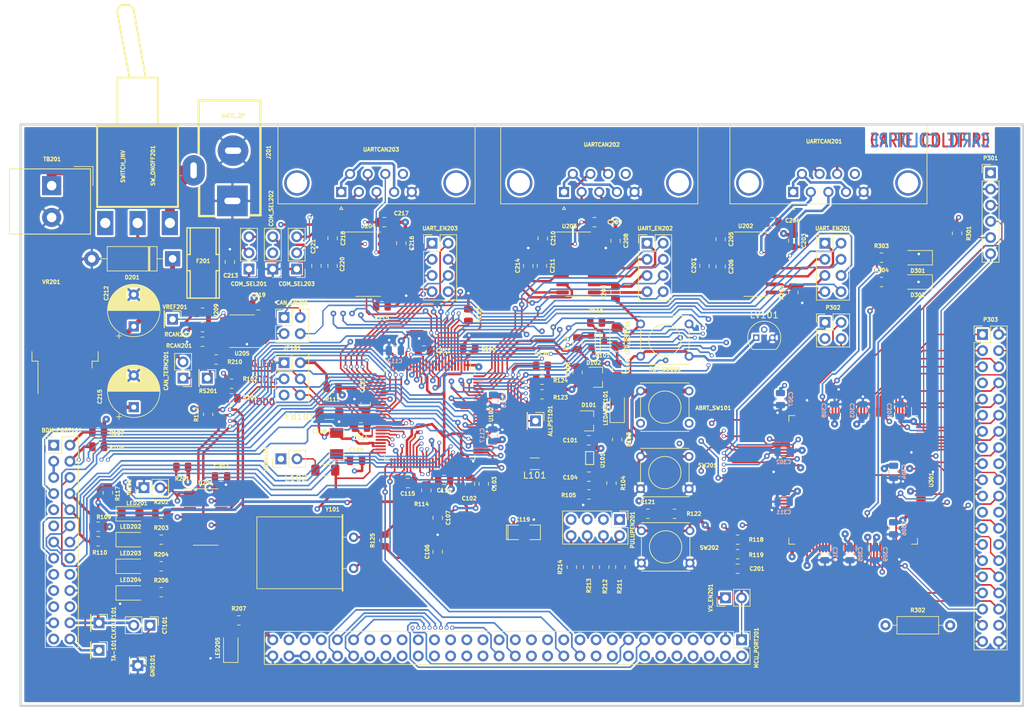
<source format=kicad_pcb>
(kicad_pcb (version 20230410) (generator pcbnew)
  (title_block (title "Demo Kicad") (date "2015-10-09") (rev "2"))
  (layers (0 "F.Cu" signal "Top_layer") (1 "In1.Cu" power "GND_layer") (2 "In2.Cu" power "VDD_layer") (31 "B.Cu" signal "Bottom_layer") (34 "B.Paste" user) (35 "F.Paste" user) (36 "B.SilkS" user "B.Silkscreen") (37 "F.SilkS" user "F.Silkscreen") (38 "B.Mask" user) (39 "F.Mask" user) (44 "Edge.Cuts" user))
  (net 0 "")
  (net 1 "/ALLPST")
  (net 2 "/AN2")
  (net 3 "/AN3")
  (net 4 "/AN4")
  (net 5 "/AN6")
  (net 6 "/BKPT-")
  (net 8 "/CLKMOD0")
  (net 9 "/CLKMOD1")
  (net 10 "/DDAT0")
  (net 11 "/DDAT1")
  (net 12 "/DDAT2")
  (net 13 "/DDAT3")
  (net 14 "/DSCLK")
  (net 15 "/DSI")
  (net 16 "/DSO")
  (net 17 "/DTIN1")
  (net 18 "/GPT1")
  (net 19 "/GPT3")
  (net 20 "/IRQ-5")
  (net 21 "/IRQ-6")
  (net 22 "/IRQ-7")
  (net 23 "/JTAG_EN")
  (net 24 "/PST0")
  (net 25 "/PST1")
  (net 26 "/PST2")
  (net 27 "/PST3")
  (net 28 "/QSPI_CS3")
  (net 29 "/TCLK")
  (net 30 "/VDDPLL")
  (net 31 "/inout_user/CAN_H")
  (net 32 "/inout_user/CAN_L")
  (net 33 "/inout_user/CTS0")
  (net 34 "/inout_user/CTS1")
  (net 35 "Net-(BDM_PORT101-P6)")
  (net 36 "/inout_user/RTS0")
  (net 37 "/inout_user/RTS1")
  (net 38 "/inout_user/RTS2")
  (net 39 "/inout_user/RXD0")
  (net 40 "/inout_user/RXD1")
  (net 41 "/inout_user/RXD2")
  (net 42 "/inout_user/RxD_CAN")
  (net 43 "/inout_user/TXD0")
  (net 44 "/inout_user/TXD1")
  (net 46 "/inout_user/TxD_CAN")
  (net 47 "/xilinx/+3,3V_OUT")
  (net 48 "/xilinx/LED_TEST1")
  (net 49 "/xilinx/LED_TEST2")
  (net 50 "/xilinx/TCK")
  (net 51 "/xilinx/TDI")
  (net 52 "/xilinx/TDO")
  (net 53 "/xilinx/TMS")
  (net 54 "/xilinx/XIL_D0")
  (net 55 "/xilinx/XIL_D1")
  (net 56 "/xilinx/XIL_D10")
  (net 57 "/xilinx/XIL_D11")
  (net 58 "/xilinx/XIL_D12")
  (net 59 "/xilinx/XIL_D13")
  (net 60 "/xilinx/XIL_D14")
  (net 61 "/xilinx/XIL_D15")
  (net 62 "/xilinx/XIL_D16")
  (net 63 "/xilinx/XIL_D17")
  (net 64 "/xilinx/XIL_D18")
  (net 65 "/xilinx/XIL_D19")
  (net 66 "/xilinx/XIL_D2")
  (net 67 "/xilinx/XIL_D20")
  (net 68 "/xilinx/XIL_D21")
  (net 69 "/xilinx/XIL_D22")
  (net 70 "/xilinx/XIL_D23")
  (net 71 "/xilinx/XIL_D24")
  (net 72 "/xilinx/XIL_D25")
  (net 73 "/xilinx/XIL_D26")
  (net 74 "/xilinx/XIL_D27")
  (net 75 "/xilinx/XIL_D28")
  (net 76 "/xilinx/XIL_D29")
  (net 77 "/xilinx/XIL_D3")
  (net 78 "/xilinx/XIL_D30")
  (net 79 "/xilinx/XIL_D31")
  (net 80 "/xilinx/XIL_D32")
  (net 81 "/xilinx/XIL_D33")
  (net 82 "/xilinx/XIL_D34")
  (net 83 "/xilinx/XIL_D35")
  (net 84 "/xilinx/XIL_D36")
  (net 85 "/xilinx/XIL_D4")
  (net 86 "/xilinx/XIL_D5")
  (net 87 "/xilinx/XIL_D6")
  (net 88 "/xilinx/XIL_D7")
  (net 89 "/xilinx/XIL_D8")
  (net 90 "/xilinx/XIL_D9")
  (net 91 "GND")
  (net 92 "GNDA")
  (net 93 "/AN0")
  (net 94 "/AN1")
  (net 95 "/QSPI_CS0")
  (net 96 "/AN5")
  (net 97 "/AN7")
  (net 98 "/IRQ-4")
  (net 99 "/DTIN0")
  (net 100 "/DTIN2")
  (net 101 "/DTIN3")
  (net 102 "/GPT0")
  (net 103 "/GPT2")
  (net 104 "+3.3V")
  (net 105 "/VCCA")
  (net 106 "/IRQ-1")
  (net 107 "/IRQ-2")
  (net 108 "/IRQ-3")
  (net 109 "/XTAL")
  (net 110 "/RCON-")
  (net 111 "/RSTO-")
  (net 112 "/RSTI-")
  (net 113 "/QSPI_CS1")
  (net 114 "/URTS1")
  (net 115 "/UCTS1")
  (net 116 "/QSPI_CLK")
  (net 117 "/DSPI_DOUT")
  (net 118 "/QSPI_DIN")
  (net 119 "/QSPI_CS2")
  (net 120 "/URXD1")
  (net 121 "/UTXD1")
  (net 122 "/PWM7")
  (net 123 "/PWM5")
  (net 124 "/PWM1")
  (net 125 "/PWM3")
  (net 126 "/URTS2")
  (net 127 "/UTXD2")
  (net 128 "/URXD2")
  (net 129 "/UCTS2")
  (net 130 "/CANRX")
  (net 131 "/CANTX")
  (net 132 "/URTS0")
  (net 133 "/UTXD0")
  (net 134 "/URXD0")
  (net 135 "/UCTS0")
  (net 136 "Net-(ABRT_SW101-Pad1)")
  (net 138 "Net-(BDM_PORT101-P22)")
  (net 139 "Net-(C104-Pad1)")
  (net 140 "Net-(D102-K)")
  (net 141 "Net-(MCU_PORT201-P1)")
  (net 142 "Net-(U202-V+)")
  (net 143 "Net-(U202-C1+)")
  (net 144 "Net-(U202-C1-)")
  (net 145 "Net-(U202-C2+)")
  (net 146 "Net-(U202-C2-)")
  (net 147 "Net-(U202-V-)")
  (net 148 "Net-(U203-V+)")
  (net 149 "Net-(U203-C1+)")
  (net 150 "Net-(U203-C1-)")
  (net 151 "Net-(U203-C2+)")
  (net 152 "Net-(U203-C2-)")
  (net 153 "Net-(D201-K)")
  (net 154 "Net-(U203-V-)")
  (net 155 "Net-(U204-V+)")
  (net 156 "Net-(U204-C1+)")
  (net 157 "Net-(U204-C1-)")
  (net 158 "Net-(U204-C2+)")
  (net 159 "Net-(U204-C2-)")
  (net 160 "Net-(U204-V-)")
  (net 161 "Net-(CAN_TERM201-Pad2)")
  (net 162 "Net-(COM_SEL201-P3)")
  (net 163 "Net-(COM_SEL202-P3)")
  (net 164 "Net-(COM_SEL203-P3)")
  (net 165 "Net-(D101-K)")
  (net 166 "Net-(D301-A)")
  (net 167 "Net-(D302-A)")
  (net 168 "Net-(F201-Pad1)")
  (net 169 "Net-(TB201-P1)")
  (net 170 "Net-(L102-Pad1)")
  (net 171 "Net-(U201A-E)")
  (net 172 "Net-(LED201-A)")
  (net 173 "Net-(LED202-A)")
  (net 174 "Net-(LED203-A)")
  (net 175 "Net-(LED204-A)")
  (net 176 "Net-(LED205-A)")
  (net 177 "Net-(LEDABRT101-K)")
  (net 178 "Net-(LED_RST101-A)")
  (net 179 "Net-(PULUPEN201-Pad8)")
  (net 180 "Net-(PULUPEN201-Pad6)")
  (net 181 "Net-(PULUPEN201-Pad4)")
  (net 182 "Net-(PULUPEN201-Pad2)")
  (net 183 "Net-(U301-P11)")
  (net 184 "Net-(U301-P4)")
  (net 185 "Net-(Q101-B)")
  (net 186 "Net-(Q101-C)")
  (net 187 "Net-(U102-TEST)")
  (net 188 "Net-(U102-TCLK{slash}PSTCLK{slash}CLKOUT)")
  (net 189 "Net-(U201A-O)")
  (net 190 "Net-(U201B-O)")
  (net 191 "Net-(U201D-O)")
  (net 192 "Net-(U202-T2IN)")
  (net 193 "Net-(U201C-O)")
  (net 194 "Net-(U203-T2IN)")
  (net 195 "Net-(U205-Rsl)")
  (net 196 "Net-(U204-T1IN)")
  (net 197 "Net-(U202-R2OUT)")
  (net 198 "Net-(U202-T1IN)")
  (net 199 "Net-(U202-R1OUT)")
  (net 200 "Net-(U203-R2OUT)")
  (net 201 "Net-(U203-T1IN)")
  (net 202 "Net-(U203-R1OUT)")
  (net 203 "Net-(U204-R2OUT)")
  (net 204 "Net-(U204-T2IN)")
  (net 205 "Net-(U204-R1OUT)")
  (net 206 "Net-(U205-Vref)")
  (net 210 "/CLKIN{slash}EXTAL")
  (net 211 "/inout_user/TXD2{slash}CANL")
  (net 212 "/inout_user/CTS2{slash}CANH")
  (net 272 "Net-(UARTCAN201-P6)")
  (net 274 "Net-(UARTCAN202-P6)")
  (net 276 "Net-(UARTCAN203-P6)")
  (footprint "kit-dev-coldfire:SW_PUSH_SMALL" (layer "F.Cu") (at 172.339 100.33)
    (fp_text reference "ABRT_SW101")
    (fp_text value "SW_PUSH")
  )
  (footprint "Connector_PinHeader_2.54mm:PinHeader_1x01_P2.54mm_Vertical" (layer "F.Cu") (at 152.019 102.489 -90)
    (fp_text reference "ALLPST101")
    (fp_text value "CONN_1")
  )
  (footprint "Connector_PinHeader_2.54mm:PinHeader_2x13_P2.54mm_Vertical" (layer "F.Cu") (at 76.327 106.299)
    (fp_text reference "BDM_PORT101")
    (fp_text value "CONN_13X2")
  )
  (footprint "Capacitor_SMD:C_0805_2012Metric" (layer "F.Cu") (at 136.652 117.729 -90)
    (fp_text reference "C107")
    (fp_text value "10pF")
  )
  (footprint "Capacitor_SMD:C_0805_2012Metric" (layer "F.Cu") (at 136.652 123.063 90)
    (fp_text reference "C106")
    (fp_text value "10pF")
  )
  (footprint "Capacitor_SMD:C_0805_2012Metric" (layer "F.Cu") (at 164.846 94.361 90)
    (fp_text reference "C105")
    (fp_text value "1nF")
  )
  (footprint "Capacitor_SMD:C_0805_2012Metric" (layer "F.Cu") (at 141.605 91.059 180)
    (fp_text reference "C110")
    (fp_text value "100nF")
  )
  (footprint "Capacitor_SMD:C_0805_2012Metric" (layer "F.Cu") (at 134.493 91.44 180)
    (fp_text reference "C111")
    (fp_text value "100nF")
  )
  (footprint "Capacitor_SMD:C_0805_2012Metric" (layer "F.Cu") (at 125.349 99.822 -90)
    (fp_text reference "C113")
    (fp_text value "100nF")
  )
  (footprint "Capacitor_SMD:C_0805_2012Metric" (layer "F.Cu") (at 124.587 103.505 180)
    (fp_text reference "C114")
    (fp_text value "100nF")
  )
  (footprint "Capacitor_SMD:C_0805_2012Metric" (layer "F.Cu") (at 131.953 112.268 180)
    (fp_text reference "C115")
    (fp_text value "100nF")
  )
  (footprint "Capacitor_SMD:C_0805_2012Metric" (layer "F.Cu") (at 137.668 111.76 180)
    (fp_text reference "C116")
    (fp_text value "100nF")
  )
  (footprint "Capacitor_SMD:C_0805_2012Metric" (layer "F.Cu") (at 160.401 105.537)
    (fp_text reference "C101")
    (fp_text value "100nF")
  )
  (footprint "Capacitor_SMD:C_0805_2012Metric" (layer "F.Cu") (at 160.401 111.252 180)
    (fp_text reference "C104")
    (fp_text value "100nF")
  )
  (footprint "kit-dev-coldfire:SM1206POL" (layer "F.Cu") (at 120.777 106.045 90)
    (fp_text reference "C108")
    (fp_text value "10uF" hide)
  )
  (footprint "kit-dev-coldfire:SM1206POL" (layer "F.Cu") (at 150.241 120.015)
    (fp_text reference "C119")
    (fp_text value "100uF" hide)
  )
  (footprint "Capacitor_SMD:C_0805_2012Metric" (layer "F.Cu") (at 123.825 108.712)
    (fp_text reference "C109")
    (fp_text value "100nF")
  )
  (footprint "Capacitor_SMD:C_0805_2012Metric" (layer "F.Cu") (at 141.732 112.395 -90)
    (fp_text reference "C102")
    (fp_text value "1nF")
  )
  (footprint "Capacitor_SMD:C_0805_2012Metric" (layer "F.Cu") (at 143.891 112.395 -90)
    (fp_text reference "C103")
    (fp_text value "100nF")
  )
  (footprint "Capacitor_SMD:C_0805_2012Metric" (layer "F.Cu") (at 192.532 74.168 -90)
    (fp_text reference "C203")
    (fp_text value "100nF")
  )
  (footprint "Capacitor_SMD:C_0805_2012Metric" (layer "F.Cu") (at 189.23 71.247 180)
    (fp_text reference "C204")
    (fp_text value "100nF")
  )
  (footprint "Capacitor_SMD:C_0805_2012Metric" (layer "F.Cu") (at 181.102 73.914 -90)
    (fp_text reference "C205")
    (fp_text value "100nF")
  )
  (footprint "Capacitor_SMD:C_0805_2012Metric" (layer "F.Cu") (at 181.102 78.232 -90)
    (fp_text reference "C206")
    (fp_text value "100nF")
  )
  (footprint "Capacitor_SMD:C_0805_2012Metric" (layer "F.Cu") (at 102.616 111.252)
    (fp_text reference "C202")
    (fp_text value "100nF")
  )
  (footprint "Capacitor_SMD:C_0805_2012Metric" (layer "F.Cu") (at 178.562 78.105 90)
    (fp_text reference "C207")
    (fp_text value "100nF")
  )
  (footprint "Capacitor_SMD:C_0805_2012Metric" (layer "F.Cu") (at 164.592 74.168 -90)
    (fp_text reference "C208")
    (fp_text value "100nF")
  )
  (footprint "Capacitor_SMD:C_0805_2012Metric" (layer "F.Cu") (at 161.29 71.247 180)
    (fp_text reference "C209")
    (fp_text value "100nF")
  )
  (footprint "Capacitor_SMD:C_0805_2012Metric" (layer "F.Cu") (at 153.162 73.787 -90)
    (fp_text reference "C210")
    (fp_text value "100nF")
  )
  (footprint "Capacitor_SMD:C_0805_2012Metric" (layer "F.Cu") (at 153.035 78.105 -90)
    (fp_text reference "C211")
    (fp_text value "100nF")
  )
  (footprint "Capacitor_SMD:C_0805_2012Metric" (layer "F.Cu") (at 150.876 78.105 90)
    (fp_text reference "C214")
    (fp_text value "100nF")
  )
  (footprint "Capacitor_SMD:C_0805_2012Metric" (layer "F.Cu") (at 108.458 84.328)
    (fp_text reference "C219")
    (fp_text value "100nF")
  )
  (footprint "Capacitor_SMD:C_0805_2012Metric" (layer "F.Cu") (at 128.27 71.247 180)
    (fp_text reference "C217")
    (fp_text value "100nF")
  )
  (footprint "Capacitor_SMD:C_0805_2012Metric" (layer "F.Cu") (at 120.142 78.105 -90)
    (fp_text reference "C220")
    (fp_text value "100nF")
  )
  (footprint "Capacitor_THT:CP_Radial_D8.0mm_P5.00mm" (layer "F.Cu") (at 88.9 87.63 90)
    (fp_text reference "C212")
    (fp_text value "10uF")
  )
  (footprint "Capacitor_THT:CP_Radial_D8.0mm_P5.00mm" (layer "F.Cu") (at 88.9 100.33 90)
    (fp_text reference "C215")
    (fp_text value "220uF")
  )
  (footprint "Capacitor_SMD:C_0805_2012Metric" (layer "F.Cu") (at 104 77.5 90)
    (fp_text reference "C213")
    (fp_text value "100nF")
  )
  (footprint "Capacitor_SMD:C_0805_2012Metric" (layer "F.Cu") (at 183.769 125.73)
    (fp_text reference "C201")
    (fp_text value "100nF")
  )
  (footprint "Capacitor_SMD:C_0805_2012Metric" (layer "F.Cu") (at 120.142 73.787 -90)
    (fp_text reference "C218")
    (fp_text value "100nF")
  )
  (footprint "Capacitor_SMD:C_0805_2012Metric" (layer "F.Cu") (at 117.602 78.105 90)
    (fp_text reference "C221")
    (fp_text value "100nF")
  )
  (footprint "Capacitor_SMD:C_0805_2012Metric" (layer "F.Cu") (at 130.937 74.549 -90)
    (fp_text reference "C216")
    (fp_text value "100nF")
  )
  (footprint "Connector_PinHeader_2.54mm:PinHeader_1x02_P2.54mm_Vertical" (layer "F.Cu") (at 96.647 95.758 180)
    (fp_text reference "CAN_TERM201")
    (fp_text value "JUMPER")
  )
  (footprint "Connector_PinHeader_2.54mm:PinHeader_1x01_P2.54mm_Vertical" (layer "F.Cu") (at 83.439 134.239 -90)
    (fp_text reference "CLKOUT101")
    (fp_text value "CONN_1")
  )
  (footprint "Connector_PinHeader_2.54mm:PinHeader_1x03_P2.54mm_Vertical" (layer "F.Cu") (at 114.5 78.613 180)
    (fp_text reference "COM_SEL203")
    (fp_text value "CONN_3")
  )
  (footprint "Connector_PinHeader_2.54mm:PinHeader_1x03_P2.54mm_Vertical" (layer "F.Cu") (at 110.744 78.613 180)
    (fp_text reference "COM_SEL202")
    (fp_text value "CONN_3")
  )
  (footprint "Connector_PinHeader_2.54mm:PinHeader_1x02_P2.54mm_Vertical" (layer "F.Cu") (at 91.44 134.62 -90)
    (fp_text reference "CT101")
    (fp_text value "JUMPER")
  )
  (footprint "Diode_SMD:D_SOT-23_ANK" (layer "F.Cu") (at 160.401 102.489)
    (fp_text reference "D101")
    (fp_text value "BAT54")
  )
  (footprint "Diode_SMD:D_SOT-23_ANK" (layer "F.Cu") (at 161.798 95.631)
    (fp_text reference "D102")
    (fp_text value "BAT54")
  )
  (footprint "Diode_THT:D_DO-15_P12.70mm_Horizontal" (layer "F.Cu") (at 95 77 180)
    (fp_text reference "D201")
    (fp_text value "1N4004")
  )
  (footprint "LED_SMD:LED_1206_3216Metric" (layer "F.Cu") (at 212.09 76.835 180)
    (fp_text reference "D301")
    (fp_text value "LED")
  )
  (footprint "LED_SMD:LED_1206_3216Metric" (layer "F.Cu") (at 212.09 80.645 180)
    (fp_text reference "D302")
    (fp_text value "LED")
  )
  (footprint "kit-dev-coldfire:FSUPCMS" (layer "F.Cu") (at 99.8 77.6 -90)
    (fp_text reference "F201")
    (fp_text value "FUSE")
  )
  (footprint "Resistor_SMD:R_1206_3216Metric_Pad1.30x1.75mm_HandSolder" (layer "F.Cu") (at 119.634 101.346 180)
    (fp_text reference "FB101")
    (fp_text value "BEAD")
  )
  (footprint "Connector_PinHeader_2.54mm:PinHeader_1x01_P2.54mm_Vertical" (layer "F.Cu") (at 89.535 140.97 -90)
    (fp_text reference "GND101")
    (fp_text value "CONN_1")
  )
  (footprint "kit-dev-coldfire:JACK_ALIM" (layer "F.Cu") (at 104.5 60 -90)
    (fp_text reference "J201")
    (fp_text value "JACK_2P")
  )
  (footprint "Resistor_SMD:R_1206_3216Metric_Pad1.30x1.75mm_HandSolder" (layer "F.Cu") (at 118.999 110.236)
    (fp_text reference "L102")
    (fp_text value "10uH")
  )
  (footprint "Resistor_SMD:R_1206_3216Metric_Pad1.30x1.75mm_HandSolder" (layer "F.Cu") (at 151.892 109.22 180)
    (fp_text reference "L101")
    (fp_text value "10uH")
  )
  (footprint "LED_SMD:LED_1206_3216Metric" (layer "F.Cu") (at 88.392 117.094)
    (fp_text reference "LED201")
    (fp_text value "LED")
  )
  (footprint "LED_SMD:LED_1206_3216Metric" (layer "F.Cu") (at 88.392 121.158)
    (fp_text reference "LED202")
    (fp_text value "LED")
  )
  (footprint "LED_SMD:LED_1206_3216Metric" (layer "F.Cu") (at 88.392 125.349)
    (fp_text reference "LED203")
    (fp_text value "LED")
  )
  (footprint "LED_SMD:LED_1206_3216Metric" (layer "F.Cu") (at 88.392 129.54)
    (fp_text reference "LED204")
    (fp_text value "LED")
  )
  (footprint "LED_SMD:LED_1206_3216Metric" (layer "F.Cu") (at 104.14 138.176 90)
    (fp_text reference "LED205")
    (fp_text value "LED")
  )
  (footprint "LED_SMD:LED_1206_3216Metric" (layer "F.Cu") (at 164.846 100.457 90)
    (fp_text reference "LEDABRT101")
    (fp_text value "LED_RED")
  )
  (footprint "Package_TO_SOT_THT:TO-92_Molded_Narrow" (layer "F.Cu") (at 186.69 89.408)
    (fp_text reference "LV101")
    (fp_text value "DS1818")
  )
  (footprint "Connector_PinHeader_2.54mm:PinHeader_2x30_P2.54mm_Vertical" (layer "F.Cu") (at 184.404 136.906 -90)
    (fp_text reference "MCU_PORT201")
    (fp_text value "CONN_30X2")
  )
  (footprint "Connector_PinHeader_2.54mm:PinHeader_1x06_P2.54mm_Vertical" (layer "F.Cu") (at 223.52 63.5)
    (fp_text reference "P301")
    (fp_text value "CONN_6")
  )
  (footprint "Connector_PinHeader_2.54mm:PinHeader_2x20_P2.54mm_Vertical" (layer "F.Cu") (at 222.25 88.9)
    (fp_text reference "P303")
    (fp_text value "CONN_20X2")
  )
  (footprint "Connector_PinHeader_2.54mm:PinHeader_2x04_P2.54mm_Vertical" (layer "F.Cu") (at 165.227 117.983 -90)
    (fp_text reference "PULUPEN201")
    (fp_text value "CONN_4X2")
  )
  (footprint "kit-dev-coldfire:SOT23EBC" (layer "F.Cu") (at 161.798 90.043 90)
    (fp_text reference "Q101")
    (fp_text value "3906" hide)
  )
  (footprint "Resistor_SMD:R_0805_2012Metric" (layer "F.Cu") (at 128.27 121.285 90)
    (fp_text reference "R125")
    (fp_text value "1M")
  )
  (footprint "Resistor_SMD:R_0805_2012Metric" (layer "F.Cu") (at 104.267 96.647)
    (fp_text reference "R102")
    (fp_text value "4,7K")
  )
  (footprint "Resistor_SMD:R_0805_2012Metric" (layer "F.Cu") (at 183.769 121.158 180)
    (fp_text reference "R118")
    (fp_text value "10K")
  )
  (footprint "Resistor_SMD:R_0805_2012Metric" (layer "F.Cu") (at 183.769 123.444 180)
    (fp_text reference "R119")
    (fp_text value "10K")
  )
  (footprint "Resistor_SMD:R_0805_2012Metric" (layer "F.Cu") (at 153.035 93.853)
    (fp_text reference "R120")
    (fp_text value "10K")
  )
  (footprint "Resistor_SMD:R_0805_2012Metric" (layer "F.Cu") (at 163.957 112.268 -90)
    (fp_text reference "R104")
    (fp_text value "1K")
  )
  (footprint "Resistor_SMD:R_0805_2012Metric" (layer "F.Cu") (at 169.672 117.094)
    (fp_text reference "R121")
    (fp_text value "10K")
  )
  (footprint "Resistor_SMD:R_0805_2012Metric" (layer "F.Cu") (at 141.478 85.852 90)
    (fp_text reference "R113")
    (fp_text value "0")
  )
  (footprint "Resistor_SMD:R_0805_2012Metric" (layer "F.Cu") (at 173.863 117.094 180)
    (fp_text reference "R122")
    (fp_text value "10K")
  )
  (footprint "Resistor_SMD:R_0805_2012Metric" (layer "F.Cu") (at 153.035 98.298)
    (fp_text reference "R123")
    (fp_text value "10K")
  )
  (footprint "Resistor_SMD:R_0805_2012Metric" (layer "F.Cu") (at 160.401 114.046 180)
    (fp_text reference "R105")
    (fp_text value "20K")
  )
  (footprint "Resistor_SMD:R_0805_2012Metric" (layer "F.Cu") (at 153.035 96.012)
    (fp_text reference "R124")
    (fp_text value "10K")
  )
  (footprint "Resistor_SMD:R_0805_2012Metric" (layer "F.Cu") (at 164.846 105.41 -90)
    (fp_text reference "R103")
    (fp_text value "270")
  )
  (footprint "Resistor_SMD:R_0805_2012Metric" (layer "F.Cu") (at 158.623 94.869 90)
    (fp_text reference "R106")
    (fp_text value "4,7K")
  )
  (footprint "Resistor_SMD:R_0805_2012Metric" (layer "F.Cu") (at 120.142 97.282 180)
    (fp_text reference "R111")
    (fp_text value "4,7K")
  )
  (footprint "Resistor_SMD:R_0805_2012Metric" (layer "F.Cu") (at 83.312 104.267 180)
    (fp_text reference "R107")
    (fp_text value "4,7K")
  )
  (footprint "Resistor_SMD:R_0805_2012Metric" (layer "F.Cu") (at 83.312 106.553 180)
    (fp_text reference "R108")
    (fp_text value "4,7K")
  )
  (footprint "Resistor_SMD:R_0805_2012Metric" (layer "F.Cu") (at 83.312 119.126 180)
    (fp_text reference "R109")
    (fp_text value "4,7K")
  )
  (footprint "Resistor_SMD:R_0805_2012Metric" (layer "F.Cu") (at 83.312 121.412 180)
    (fp_text reference "R110")
    (fp_text value "4,7K")
  )
  (footprint "Resistor_SMD:R_0805_2012Metric" (layer "F.Cu") (at 158.623 90.297 90)
    (fp_text reference "R115")
    (fp_text value "4.7K")
  )
  (footprint "Resistor_SMD:R_0805_2012Metric" (layer "F.Cu") (at 161.544 86.995)
    (fp_text reference "R116")
    (fp_text value "270")
  )
  (footprint "Resistor_SMD:R_0805_2012Metric" (layer "F.Cu") (at 127.889 84.455 180)
    (fp_text reference "R215")
    (fp_text value "10K")
  )
  (footprint "Resistor_SMD:R_0805_2012Metric" (layer "F.Cu") (at 104.267 98.933)
    (fp_text reference "R101")
    (fp_text value "4,7K")
  )
  (footprint "Resistor_SMD:R_0805_2012Metric" (layer "F.Cu") (at 84.836 113.792 -90)
    (fp_text reference "R117")
    (fp_text value "10K")
  )
  (footprint "Resistor_SMD:R_0805_2012Metric" (layer "F.Cu") (at 93.218 117.094)
    (fp_text reference "R202")
    (fp_text value "270")
  )
  (footprint "Resistor_SMD:R_0805_2012Metric" (layer "F.Cu") (at 192.532 82.296 90)
    (fp_text reference "R205")
    (fp_text value "10K")
  )
  (footprint "Resistor_SMD:R_0805_2012Metric" (layer "F.Cu") (at 93.218 121.158)
    (fp_text reference "R203")
    (fp_text value "270")
  )
  (footprint "Resistor_SMD:R_0805_2012Metric" (layer "F.Cu") (at 93.218 125.349)
    (fp_text reference "R204")
    (fp_text value "270")
  )
  (footprint "Resistor_SMD:R_0805_2012Metric" (layer "F.Cu") (at 93.218 129.413)
    (fp_text reference "R206")
    (fp_text value "270")
  )
  (footprint "Resistor_SMD:R_0805_2012Metric" (layer "F.Cu") (at 96.52 109.728 180)
    (fp_text reference "R201")
    (fp_text value "10K")
  )
  (footprint "Resistor_SMD:R_0805_2012Metric" (layer "F.Cu") (at 164.592 82.296 90)
    (fp_text reference "R208")
    (fp_text value "10K")
  )
  (footprint "Resistor_SMD:R_0805_2012Metric" (layer "F.Cu") (at 101.854 92.837)
    (fp_text reference "R210")
    (fp_text value "1K")
  )
  (footprint "Resistor_SMD:R_0805_2012Metric" (layer "F.Cu") (at 99.695 85.471 180)
    (fp_text reference "R209")
    (fp_text value "62")
  )
  (footprint "Resistor_SMD:R_0805_2012Metric" (layer "F.Cu") (at 100.584 101.473 90)
    (fp_text reference "R112")
    (fp_text value "4,7K")
  )
  (footprint "Resistor_SMD:R_0805_2012Metric" (layer "F.Cu") (at 134.874 113.411 -90)
    (fp_text reference "R114")
    (fp_text value "22")
  )
  (footprint "Resistor_SMD:R_0805_2012Metric" (layer "F.Cu") (at 157.734 125.476 90)
    (fp_text reference "R214")
    (fp_text value "4,7K")
  )
  (footprint "Resistor_SMD:R_0805_2012Metric" (layer "F.Cu") (at 160.274 125.476 90)
    (fp_text reference "R213")
    (fp_text value "4,7K")
  )
  (footprint "Resistor_SMD:R_0805_2012Metric" (layer "F.Cu") (at 162.814 125.476 90)
    (fp_text reference "R212")
    (fp_text value "4,7K")
  )
  (footprint "Resistor_SMD:R_0805_2012Metric" (layer "F.Cu") (at 165.354 125.476 90)
    (fp_text reference "R211")
    (fp_text value "4,7K")
  )
  (footprint "Resistor_SMD:R_0805_2012Metric" (layer "F.Cu") (at 105.41 133.858)
    (fp_text reference "R207")
    (fp_text value "270")
  )
  (footprint "Resistor_SMD:R_0805_2012Metric" (layer "F.Cu") (at 218.25 73 -90)
    (fp_text reference "R301")
    (fp_text value "4K7")
  )
  (footprint "Resistor_SMD:R_0805_2012Metric" (layer "F.Cu") (at 206.375 76.835)
    (fp_text reference "R303")
    (fp_text value "1K")
  )
  (footprint "Resistor_SMD:R_0805_2012Metric" (layer "F.Cu") (at 206.375 80.645)
    (fp_text reference "R304")
    (fp_text value "1K")
  )
  (footprint "Resistor_THT:R_Axial_DIN0207_L6.3mm_D2.5mm_P10.16mm_Horizontal" (layer "F.Cu") (at 207.01 134.62)
    (fp_text reference "R302")
    (fp_text value "3,3")
  )
  (footprint "Resistor_SMD:R_0805_2012Metric" (layer "F.Cu") (at 99.695 87.757)
    (fp_text reference "RCAN202")
    (fp_text value "R")
  )
  (footprint "Resistor_SMD:R_0805_2012Metric" (layer "F.Cu") (at 99.695 90.043)
    (fp_text reference "RCAN201")
    (fp_text value "R")
  )
  (footprint "LED_SMD:LED_1206_3216Metric" (layer "F.Cu") (at 164.846 89.281 90)
    (fp_text reference "LED_RST101")
    (fp_text value "LED_RED")
  )
  (footprint "Connector_PinHeader_2.54mm:PinHeader_1x01_P2.54mm_Vertical" (layer "F.Cu") (at 100.457 95.758 -90)
    (fp_text reference "RS201")
    (fp_text value "CONN_1")
  )
  (footprint "kit-dev-coldfire:SW_PUSH_SMALL" (layer "F.Cu") (at 172.339 89.789 180)
    (fp_text reference "RST_SW101")
    (fp_text value "SW_PUSH")
  )
  (footprint "kit-dev-coldfire:SW_PUSH_SMALL" (layer "F.Cu") (at 172.339 110.617)
    (fp_text reference "SW201")
    (fp_text value "SW_PUSH")
  )
  (footprint "kit-dev-coldfire:SW_PUSH_SMALL" (layer "F.Cu") (at 172.466 122.301)
    (fp_text reference "SW202")
    (fp_text value "SW_PUSH")
  )
  (footprint "kit-dev-coldfire:SW_SPDT" (layer "F.Cu") (at 89.5 71.374 90)
    (fp_text reference "SW_ONOFF201")
    (fp_text value "SWITCH_INV")
  )
  (footprint "Connector_PinHeader_2.54mm:PinHeader_1x01_P2.54mm_Vertical" (layer "F.Cu") (at 83.439 138.557 -90)
    (fp_text reference "TA-101")
    (fp_text value "CONN_1")
  )
  (footprint "TerminalBlock_Altech:Altech_AK300_1x02_P5.00mm_45-Degree" (layer "F.Cu") (at 76 65.5 -90)
    (fp_text reference "TB201")
    (fp_text value "CONN_2")
  )
  (footprint "Package_QFP:LQFP-100_14x14mm_P0.5mm" (layer "F.Cu") (at 135.382 101.473 -90)
    (fp_text reference "U102")
    (fp_text value "MCF5213-LQFP100")
  )
  (footprint "kit-dev-coldfire:SOT353" (layer "F.Cu") (at 160.528 108.331)
    (fp_text reference "U101")
    (fp_text value "74AHC1G14" hide)
  )
  (footprint "Package_SO:SOIC-16_3.9x9.9mm_P1.27mm" (layer "F.Cu") (at 186.69 77.851)
    (fp_text reference "U202")
    (fp_text value "MAX202")
  )
  (footprint "Package_SO:SOIC-16_3.9x9.9mm_P1.27mm" (layer "F.Cu") (at 158.75 77.851)
    (fp_text reference "U203")
    (fp_text value "MAX202")
  )
  (footprint "Package_SO:SOIC-8_3.9x4.9mm_P1.27mm" (layer "F.Cu") (at 105.918 88.392 180)
    (fp_text reference "U205")
    (fp_text value "PCA82C251")
  )
  (footprint "Package_SO:SOIC-16_3.9x9.9mm_P1.27mm" (layer "F.Cu") (at 125.73 77.851)
    (fp_text reference "U204")
    (fp_text value "MAX202")
  )
  (footprint "Connector_PinHeader_2.54mm:PinHeader_2x04_P2.54mm_Vertical" (layer "F.Cu") (at 197.485 74.549)
    (fp_text reference "UART_EN201")
    (fp_text value "CONN_4X2")
  )
  (footprint "Connector_PinHeader_2.54mm:PinHeader_2x04_P2.54mm_Vertical" (layer "F.Cu") (at 169.545 74.549)
    (fp_text reference "UART_EN202")
    (fp_text value "CONN_4X2")
  )
  (footprint "Connector_PinHeader_2.54mm:PinHeader_2x04_P2.54mm_Vertical" (layer "F.Cu") (at 135.763 74.549)
    (fp_text reference "UART_EN203")
    (fp_text value "CONN_4X2")
  )
  (footprint "Connector_PinHeader_2.54mm:PinHeader_1x02_P2.54mm_Vertical" (layer "F.Cu") (at 112.014 108.458 90)
    (fp_text reference "VDDA101")
    (fp_text value "JUMPER")
  )
  (footprint "Package_TO_SOT_SMD:TO-263-5_TabPin3" (layer "F.Cu") (at 78.105 88.265 90)
    (fp_text reference "VR201")
    (fp_text value "LT1129_QPACK")
  )
  (footprint "Crystal:Crystal_HC18-U_Horizontal" (layer "F.Cu") (at 123.444 120.777 -90)
    (fp_text reference "Y101")
    (fp_text value "8MHz")
  )
  (footprint "Package_QFP:TQFP-144_20x20mm_P0.5mm" (layer "F.Cu") (at 201.93 111.76 -90)
    (fp_text reference "U301")
    (fp_text value "XCR3256-TQ144")
  )
  (footprint "Connector_PinHeader_2.54mm:PinHeader_2x02_P2.54mm_Vertical" (layer "F.Cu") (at 112.522 86.233)
    (fp_text reference "CAN_EN201")
    (fp_text value "CONN_2X2")
  )
  (footprint "Connector_PinHeader_2.54mm:PinHeader_1x02_P2.54mm_Vertical" (layer "F.Cu") (at 181.864 130.302 90)
    (fp_text reference "VX_EN201")
    (fp_text value "JUMPER")
  )
  (footprint "Package_SO:SOIC-14_3.9x8.7mm_P1.27mm" (layer "F.Cu") (at 100.203 117.602)
    (fp_text reference "U201")
    (fp_text value "74HC125")
  )
  (footprint "Connector_PinHeader_2.54mm:PinHeader_2x03_P2.54mm_Vertical" (layer "F.Cu") (at 112.522 93.345)
    (fp_text reference "JP101")
    (fp_text value "JUMPER_TRIPLE")
  )
  (footprint "Connector_PinHeader_2.54mm:PinHeader_2x02_P2.54mm_Vertical" (layer "F.Cu") (at 197.5 87)
    (fp_text reference "P302")
    (fp_text value "CONN_2X2")
  )
  (footprint "Connector_PinHeader_2.54mm:PinHeader_1x03_P2.54mm_Vertical" (layer "F.Cu") (at 107 78.613 180)
    (fp_text reference "COM_SEL201")
    (fp_text value "CONN_3")
  )
  (footprint "Connector_PinHeader_2.54mm:PinHeader_1x02_P2.54mm_Vertical" (layer "F.Cu") (at 90.5 113 90)
    (fp_text reference "JP201")
    (fp_text value "JUMPER")
  )
  (footprint "Connector_Dsub:DSUB-9_Female_Horizontal_P2.77x2.84mm_EdgePinOffset7.70mm_Housed_MountingHolesOffset9.12mm" (layer "F.Cu") (at 192.5 66.5 180)
    (fp_text reference "UARTCAN201")
    (fp_text value "DB9")
  )
  (footprint "Connector_Dsub:DSUB-9_Female_Horizontal_P2.77x2.84mm_EdgePinOffset7.70mm_Housed_MountingHolesOffset9.12mm" (layer "F.Cu") (at 156.5 66.5 180)
    (fp_text reference "UARTCAN202")
    (fp_text value "DB9")
  )
  (footprint "Connector_Dsub:DSUB-9_Female_Horizontal_P2.77x2.84mm_EdgePinOffset7.70mm_Housed_MountingHolesOffset9.12mm" (layer "F.Cu") (at 121.5 66.5 180)
    (fp_text reference "UARTCAN203")
    (fp_text value "DB9")
  )
  (footprint "Connector_PinHeader_2.54mm:PinHeader_1x01_P2.54mm_Vertical" (layer "F.Cu") (at 95 86.5 -90)
    (fp_text reference "VREF201")
    (fp_text value "CONN_1")
  )
  (footprint "Capacitor_SMD:C_0805_2012Metric" (layer "B.Cu") (at 129.921 91.44 180)
    (fp_text reference "C112")
    (fp_text value "100nF")
  )
  (footprint "Capacitor_SMD:C_0805_2012Metric" (layer "B.Cu") (at 145.288 104.775 90)
    (fp_text reference "C117")
    (fp_text value "100nF")
  )
  (footprint "Capacitor_SMD:C_0805_2012Metric" (layer "B.Cu") (at 145.415 99.314 -90)
    (fp_text reference "C118")
    (fp_text value "100nF")
  )
  (footprint "Capacitor_SMD:C_0805_2012Metric" (layer "B.Cu") (at 209.296 100.838 90)
    (fp_text reference "C301")
    (fp_text value "100nF")
  )
  (footprint "Capacitor_SMD:C_0805_2012Metric" (layer "B.Cu") (at 191.008 107.315 180)
    (fp_text reference "C302")
    (fp_text value "100nF")
  )
  (footprint "Capacitor_SMD:C_0805_2012Metric" (layer "B.Cu") (at 203.454 100.838 90)
    (fp_text reference "C303")
    (fp_text value "100nF")
  )
  (footprint "Capacitor_SMD:C_0805_2012Metric" (layer "B.Cu") (at 208.28 110.49 -90)
    (fp_text reference "C304")
    (fp_text value "100nF")
  )
  (footprint "Capacitor_SMD:C_0805_2012Metric" (layer "B.Cu") (at 201.422 123.444 -90)
    (fp_text reference "C305")
    (fp_text value "100nF")
  )
  (footprint "Capacitor_SMD:C_0805_2012Metric" (layer "B.Cu") (at 208.28 119.38 -90)
    (fp_text reference "C306")
    (fp_text value "100nF")
  )
  (footprint "Capacitor_SMD:C_0805_2012Metric" (layer "B.Cu") (at 190.5 99.06 -90)
    (fp_text reference "C307")
    (fp_text value "100nF")
  )
  (footprint "Capacitor_SMD:C_0805_2012Metric" (layer "B.Cu") (at 199.009 100.838 90)
    (fp_text reference "C308")
    (fp_text value "100nF")
  )
  (footprint "Capacitor_SMD:C_0805_2012Metric" (layer "B.Cu") (at 205.359 123.444 -90)
    (fp_text reference "C309")
    (fp_text value "100nF")
  )
  (footprint "Capacitor_SMD:C_0805_2012Metric" (layer "B.Cu") (at 197.485 123.444 -90)
    (fp_text reference "C310")
    (fp_text value "100nF")
  )
  (footprint "Capacitor_SMD:C_0805_2012Metric" (layer "B.Cu") (at 191.008 115.189 180)
    (fp_text reference "C311")
    (fp_text value "100nF")
  )
  (gr_line (start 71.12 147.32) (end 228.6 147.32) (stroke (width 0.381)) (layer "Edge.Cuts"))
  (gr_line (start 71.12 55.88) (end 71.12 147.32) (stroke (width 0.381)) (layer "Edge.Cuts"))
  (gr_line (start 228.6 55.88) (end 228.6 147.32) (stroke (width 0.381)) (layer "Edge.Cuts"))
  (gr_line (start 228.6 55.88) (end 71.12 55.88) (stroke (width 0.381)) (layer "Edge.Cuts"))
  (gr_text "JTAG_EN\n" (at 108 93.5) (layer "F.Cu") (effects (font (size 1 1) (thickness 0.2))))
  (gr_text "CARTE COLDFIRE" (at 213.995 58.42) (layer "F.Cu") (effects (font (size 2.032 1.524) (thickness 0.3048))))
  (gr_text "MOD1" (at 109 96) (layer "F.Cu") (effects (font (size 1 1) (thickness 0.2))))
  (gr_text "MOD0" (at 109 99.5) (layer "F.Cu") (effects (font (size 1 1) (thickness 0.2))))
  (gr_text "CARTE COLDFIRE" (at 213.995 58.42) (layer "B.Cu") (effects (font (size 2.032 1.524) (thickness 0.3048)) (justify mirror)))
  (segment (start 152.019 102.489) (end 143.129 102.4636) (width 0.254) (layer "F.Cu") (net 1))
  (segment (start 128.8034 104.9782) (end 127.635 104.9782) (width 0.254) (layer "F.Cu") (net 2))
  (segment (start 129.54 105.41) (end 129.032 105.156) (width 0.254) (layer "F.Cu") (net 2))
  (segment (start 129.032 105.156) (end 128.8034 104.9782) (width 0.254) (layer "F.Cu") (net 2))
  (via (at 129.54 105.41) (size 0.635) (drill 0.4) (layers "F.Cu" "B.Cu") (net 2))
  (segment (start 129.54 106.299) (end 129.032 106.299) (width 0.254) (layer "F.Cu") (net 3))
  (segment (start 129.032 105.791) (end 128.7272 105.4862) (width 0.254) (layer "F.Cu") (net 3))
  (segment (start 129.032 106.299) (end 129.032 105.791) (width 0.254) (layer "F.Cu") (net 3))
  (segment (start 128.7272 105.4862) (end 127.635 105.4862) (width 0.254) (layer "F.Cu") (net 3))
  (via (at 129.54 106.299) (size 0.635) (drill 0.4) (layers "F.Cu" "B.Cu") (net 3))
  (segment (start 130.8862 107.6198) (end 130.8862 109.22) (width 0.254) (layer "F.Cu") (net 4))
  (segment (start 131.064 107.442) (end 131.064 106.426) (width 0.254) (layer "F.Cu") (net 4))
  (segment (start 130.8862 107.6198) (end 131.064 107.442) (width 0.254) (layer "F.Cu") (net 4))
  (via (at 131.064 106.426) (size 0.635) (drill 0.4) (layers "F.Cu" "B.Cu") (net 4))
  (segment (start 129.8956 110.3884) (end 129.8956 109.22) (width 0.254) (layer "F.Cu") (net 5))
  (segment (start 129.159 111.125) (end 129.8956 110.3884) (width 0.254) (layer "F.Cu") (net 5))
  (segment (start 129.159 112.014) (end 129.159 111.125) (width 0.254) (layer "F.Cu") (net 5))
  (via (at 129.159 112.014) (size 0.889) (drill 0.4) (layers "F.Cu" "B.Cu") (net 5))
  (segment (start 159.004 139.446) (end 159.004 139.319) (width 0.254) (layer "B.Cu") (net 5))
  (segment (start 157.734 138.049) (end 157.734 136.017) (width 0.254) (layer "B.Cu") (net 5))
  (segment (start 138.43 132.461) (end 129.159 123.19) (width 0.254) (layer "B.Cu") (net 5))
  (segment (start 159.004 139.319) (end 157.734 138.049) (width 0.254) (layer "B.Cu") (net 5))
  (segment (start 154.178 132.461) (end 138.43 132.461) (width 0.254) (layer "B.Cu") (net 5))
  (segment (start 129.159 123.19) (end 129.159 112.014) (width 0.254) (layer "B.Cu") (net 5))
  (segment (start 157.734 136.017) (end 154.178 132.461) (width 0.254) (layer "B.Cu") (net 5))
  (segment (start 144.5514 107.4674) (end 143.129 107.4674) (width 0.254) (layer "F.Cu") (net 6))
  (segment (start 145.288 108.204) (end 144.5514 107.4674) (width 0.254) (layer "F.Cu") (net 6))
  (segment (start 146.431 109.855) (end 145.288 108.712) (width 0.254) (layer "F.Cu") (net 6))
  (segment (start 146.685 109.855) (end 146.431 109.855) (width 0.254) (layer "F.Cu") (net 6))
  (segment (start 145.288 108.712) (end 145.288 108.204) (width 0.254) (layer "F.Cu") (net 6))
  (segment (start 78.867 106.299) (end 80.391 104.775) (width 0.381) (layer "F.Cu") (net 6))
  (segment (start 82.3595 104.267) (end 80.899 104.267) (width 0.4318) (layer "F.Cu") (net 6))
  (segment (start 80.899 104.267) (end 80.391 104.775) (width 0.4318) (layer "F.Cu") (net 6))
  (via (at 146.685 109.855) (size 0.889) (drill 0.4) (layers "F.Cu" "B.Cu") (net 6))
  (via (at 87.63 112.141) (size 0.889) (drill 0.4) (layers "F.Cu" "B.Cu") (net 6))
  (segment (start 87.63 113.13) (end 89.181 114.681) (width 0.254) (layer "B.Cu") (net 6))
  (segment (start 107.696 111.379) (end 110.49 114.173) (width 0.254) (layer "B.Cu") (net 6))
  (segment (start 119.253 112.649) (end 125.476 112.649) (width 0.254) (layer "B.Cu") (net 6))
  (segment (start 141.732 111.76) (end 143.637 109.855) (width 0.254) (layer "B.Cu") (net 6))
  (segment (start 125.476 112.649) (end 127.508 110.617) (width 0.254) (layer "B.Cu") (net 6))
  (segment (start 97.917 113.665) (end 100.203 111.379) (width 0.254) (layer "B.Cu") (net 6))
  (segment (start 95.377 113.665) (end 97.917 113.665) (width 0.254) (layer "B.Cu") (net 6))
  (segment (start 110.49 114.173) (end 117.729 114.173) (width 0.254) (layer "B.Cu") (net 6))
  (segment (start 127.508 110.617) (end 132.461 110.617) (width 0.254) (layer "B.Cu") (net 6))
  (segment (start 100.203 111.379) (end 107.696 111.379) (width 0.254) (layer "B.Cu") (net 6))
  (segment (start 133.604 111.76) (end 141.732 111.76) (width 0.254) (layer "B.Cu") (net 6))
  (segment (start 89.181 114.681) (end 94.361 114.681) (width 0.254) (layer "B.Cu") (net 6))
  (segment (start 117.729 114.173) (end 119.253 112.649) (width 0.254) (layer "B.Cu") (net 6))
  (segment (start 143.637 109.855) (end 146.685 109.855) (width 0.254) (layer "B.Cu") (net 6))
  (segment (start 87.63 112.141) (end 87.63 113.13) (width 0.254) (layer "B.Cu") (net 6))
  (segment (start 94.361 114.681) (end 95.377 113.665) (width 0.254) (layer "B.Cu") (net 6))
  (segment (start 132.461 110.617) (end 133.604 111.76) (width 0.254) (layer "B.Cu") (net 6))
  (segment (start 113.792 97.155) (end 108.345 97.155) (width 0.254) (layer "F.Cu") (net 8))
  (segment (start 115.062 98.425) (end 113.792 97.155) (width 0.254) (layer "F.Cu") (net 8))
  (segment (start 123.19 101.981) (end 123.19 100.965) (width 0.254) (layer "F.Cu") (net 8))
  (segment (start 122.174 99.949) (end 118.11 99.949) (width 0.254) (layer "F.Cu") (net 8))
  (segment (start 118.11 99.949) (end 116.586 98.425) (width 0.254) (layer "F.Cu") (net 8))
  (segment (start 123.19 100.965) (end 122.174 99.949) (width 0.254) (layer "F.Cu") (net 8))
  (segment (start 108.345 97.155) (end 106.567 98.933) (width 0.254) (layer "F.Cu") (net 8))
  (segment (start 106.567 98.933) (end 105.2195 98.933) (width 0.254) (layer "F.Cu") (net 8))
  (segment (start 126.365 102.489) (end 126.111 102.235) (width 0.254) (layer "F.Cu") (net 8))
  (segment (start 127.635 102.489) (end 126.365 102.489) (width 0.254) (layer "F.Cu") (net 8))
  (segment (start 123.444 102.235) (end 123.19 101.981) (width 0.254) (layer "F.Cu") (net 8))
  (segment (start 126.111 102.235) (end 123.444 102.235) (width 0.254) (layer "F.Cu") (net 8))
  (segment (start 116.586 98.425) (end 115.062 98.425) (width 0.254) (layer "F.Cu") (net 8))
  (segment (start 118.618 99.441) (end 115.062 95.885) (width 0.254) (layer "F.Cu") (net 9))
  (segment (start 105.353 96.647) (end 105.2195 96.647) (width 0.254) (layer "F.Cu") (net 9))
  (segment (start 124.587 101.727) (end 122.809 99.949) (width 0.254) (layer "F.Cu") (net 9))
  (segment (start 107.385 94.615) (end 105.353 96.647) (width 0.254) (layer "F.Cu") (net 9))
  (segment (start 113.792 94.615) (end 107.385 94.615) (width 0.254) (layer "F.Cu") (net 9))
  (segment (start 126.238 101.727) (end 124.587 101.727) (width 0.254) (layer "F.Cu") (net 9))
  (segment (start 122.809 99.695) (end 122.555 99.441) (width 0.254) (layer "F.Cu") (net 9))
  (segment (start 126.492 101.981) (end 126.238 101.727) (width 0.254) (layer "F.Cu") (net 9))
  (segment (start 122.555 99.441) (end 118.618 99.441) (width 0.254) (layer "F.Cu") (net 9))
  (segment (start 122.809 99.949) (end 122.809 99.695) (width 0.254) (layer "F.Cu") (net 9))
  (segment (start 127.635 101.981) (end 126.492 101.981) (width 0.254) (layer "F.Cu") (net 9))
  (segment (start 115.062 95.885) (end 113.792 94.615) (width 0.254) (layer "F.Cu") (net 9))
  (segment (start 145.796 107.95) (end 146.558 107.95) (width 0.254) (layer "F.Cu") (net 10))
  (segment (start 144.78 106.9594) (end 144.907 107.061) (width 0.254) (layer "F.Cu") (net 10))
  (segment (start 144.907 107.061) (end 145.796 107.95) (width 0.254) (layer "F.Cu") (net 10))
  (segment (start 143.129 106.9594) (end 144.78 106.9594) (width 0.254) (layer "F.Cu") (net 10))
  (via (at 84.836 108.585) (size 0.635) (drill 0.4) (layers "F.Cu" "B.Cu") (net 10))
  (via (at 146.558 107.95) (size 0.889) (drill 0.4) (layers "F.Cu" "B.Cu") (net 10))
  (segment (start 115.824 106.045) (end 110.3503 106.045) (width 0.254) (layer "B.Cu") (net 10))
  (segment (start 140.97 107.823) (end 137.16 104.013) (width 0.254) (layer "B.Cu") (net 10))
  (segment (start 120.523 103.886) (end 119.888 103.251) (width 0.254) (layer "B.Cu") (net 10))
  (segment (start 116.205 103.886) (end 116.205 105.664) (width 0.254) (layer "B.Cu") (net 10))
  (segment (start 116.205 105.664) (end 115.824 106.045) (width 0.254) (layer "B.Cu") (net 10))
  (segment (start 144.526 107.823) (end 140.97 107.823) (width 0.254) (layer "B.Cu") (net 10))
  (segment (start 135.509 104.013) (end 134.493 102.997) (width 0.254) (layer "B.Cu") (net 10))
  (segment (start 137.16 104.013) (end 135.509 104.013) (width 0.254) (layer "B.Cu") (net 10))
  (segment (start 146.558 107.95) (end 144.653 107.95) (width 0.254) (layer "B.Cu") (net 10))
  (segment (start 108.6993 107.696) (end 85.725 107.696) (width 0.254) (layer "B.Cu") (net 10))
  (segment (start 119.888 103.251) (end 116.84 103.251) (width 0.254) (layer "B.Cu") (net 10))
  (segment (start 110.3503 106.045) (end 108.6993 107.696) (width 0.254) (layer "B.Cu") (net 10))
  (segment (start 85.725 107.696) (end 84.836 108.585) (width 0.254) (layer "B.Cu") (net 10))
  (segment (start 132.842 103.632) (end 122.936 103.632) (width 0.254) (layer "B.Cu") (net 10))
  (segment (start 122.936 103.632) (end 122.682 103.886) (width 0.254) (layer "B.Cu") (net 10))
  (segment (start 116.84 103.251) (end 116.205 103.886) (width 0.254) (layer "B.Cu") (net 10))
  (segment (start 133.477 102.997) (end 132.842 103.632) (width 0.254) (layer "B.Cu") (net 10))
  (segment (start 122.682 103.886) (end 120.523 103.886) (width 0.254) (layer "B.Cu") (net 10))
  (segment (start 144.653 107.95) (end 144.526 107.823) (width 0.254) (layer "B.Cu") (net 10))
  (segment (start 134.493 102.997) (end 133.477 102.997) (width 0.254) (layer "B.Cu") (net 10))
  (segment (start 145.415 106.68) (end 146.558 106.68) (width 0.254) (layer "F.Cu") (net 11))
  (segment (start 143.129 106.4768) (end 145.2118 106.4768) (width 0.254) (layer "F.Cu") (net 11))
  (segment (start 145.2118 106.4768) (end 145.415 106.68) (width 0.254) (layer "F.Cu") (net 11))
  (via (at 83.82 108.585) (size 0.635) (drill 0.4) (layers "F.Cu" "B.Cu") (net 11))
  (via (at 146.558 106.68) (size 0.889) (drill 0.4) (layers "F.Cu" "B.Cu") (net 11))
  (segment (start 118.237 100.838) (end 115.57 103.505) (width 0.254) (layer "B.Cu") (net 11))
  (segment (start 127.381 100.838) (end 118.237 100.838) (width 0.254) (layer "B.Cu") (net 11))
  (segment (start 141.097 107.188) (end 136.017 102.108) (width 0.254) (layer "B.Cu") (net 11))
  (segment (start 141.097 107.188) (end 145.034 107.188) (width 0.254) (layer "B.Cu") (net 11))
  (segment (start 111.6711 103.505) (end 107.9881 107.188) (width 0.254) (layer "B.Cu") (net 11))
  (segment (start 85.217 107.188) (end 83.82 108.585) (width 0.254) (layer "B.Cu") (net 11))
  (segment (start 115.57 103.505) (end 111.6711 103.505) (width 0.254) (layer "B.Cu") (net 11))
  (segment (start 128.651 102.108) (end 127.381 100.838) (width 0.254) (layer "B.Cu") (net 11))
  (segment (start 136.017 102.108) (end 128.651 102.108) (width 0.254) (layer "B.Cu") (net 11))
  (segment (start 146.558 106.68) (end 145.542 106.68) (width 0.254) (layer "B.Cu") (net 11))
  (segment (start 145.034 107.188) (end 145.542 106.68) (width 0.254) (layer "B.Cu") (net 11))
  (segment (start 107.9881 107.188) (end 85.217 107.188) (width 0.254) (layer "B.Cu") (net 11))
  (segment (start 141.351 103.98252) (end 143.129 103.9622) (width 0.254) (layer "F.Cu") (net 12))
  (segment (start 141.351 103.98252) (end 140.43152 103.98252) (width 0.254) (layer "F.Cu") (net 12))
  (segment (start 140.43152 103.98252) (end 139.827 103.378) (width 0.254) (layer "F.Cu") (net 12))
  (segment (start 139.827 103.378) (end 139.827 102.743) (width 0.254) (layer "F.Cu") (net 12))
  (via (at 139.827 102.743) (size 0.889) (drill 0.4) (layers "F.Cu" "B.Cu") (net 12))
  (via (at 81.788 108.585) (size 0.635) (drill 0.4) (layers "F.Cu" "B.Cu") (net 12))
  (segment (start 116.713 100.076) (end 111.571 100.076) (width 0.254) (layer "B.Cu") (net 12))
  (segment (start 105.983 105.664) (end 83.566 105.664) (width 0.254) (layer "B.Cu") (net 12))
  (segment (start 131.572 100.203) (end 136.779 100.203) (width 0.254) (layer "B.Cu") (net 12))
  (segment (start 126.111 96.647) (end 120.142 96.647) (width 0.254) (layer "B.Cu") (net 12))
  (segment (start 111.571 100.076) (end 105.983 105.664) (width 0.254) (layer "B.Cu") (net 12))
  (segment (start 131.572 100.203) (end 129.667 98.298) (width 0.254) (layer "B.Cu") (net 12))
  (segment (start 81.788 107.442) (end 81.788 108.585) (width 0.254) (layer "B.Cu") (net 12))
  (segment (start 120.142 96.647) (end 116.713 100.076) (width 0.254) (layer "B.Cu") (net 12))
  (segment (start 83.566 105.664) (end 81.788 107.442) (width 0.254) (layer "B.Cu") (net 12))
  (segment (start 127.762 98.298) (end 126.111 96.647) (width 0.254) (layer "B.Cu") (net 12))
  (segment (start 136.779 100.203) (end 139.065 102.489) (width 0.254) (layer "B.Cu") (net 12))
  (segment (start 139.065 102.489) (end 139.573 102.489) (width 0.254) (layer "B.Cu") (net 12))
  (segment (start 129.667 98.298) (end 127.762 98.298) (width 0.254) (layer "B.Cu") (net 12))
  (segment (start 139.573 102.489) (end 139.827 102.743) (width 0.254) (layer "B.Cu") (net 12))
  (segment (start 141.3002 103.4542) (end 143.129 103.4796) (width 0.254) (layer "F.Cu") (net 13))
  (segment (start 140.97 103.124) (end 141.3002 103.4542) (width 0.254) (layer "F.Cu") (net 13))
  (via (at 80.264 108.585) (size 0.635) (drill 0.4) (layers "F.Cu" "B.Cu") (net 13))
  (via (at 140.97 103.124) (size 0.889) (drill 0.4) (layers "F.Cu" "B.Cu") (net 13))
  (segment (start 80.264 106.68) (end 82.296 104.648) (width 0.254) (layer "B.Cu") (net 13))
  (segment (start 126.619 95.631) (end 128.27 97.282) (width 0.254) (layer "B.Cu") (net 13))
  (segment (start 82.296 104.648) (end 105.075 104.648) (width 0.254) (layer "B.Cu") (net 13))
  (segment (start 105.075 104.648) (end 110.998 98.725) (width 0.254) (layer "B.Cu") (net 13))
  (segment (start 110.998 97.663) (end 111.506 97.155) (width 0.254) (layer "B.Cu") (net 13))
  (segment (start 119.634 95.631) (end 126.619 95.631) (width 0.254) (layer "B.Cu") (net 13))
  (segment (start 118.11 97.155) (end 119.634 95.631) (width 0.254) (layer "B.Cu") (net 13))
  (segment (start 139.3825 100.9015) (end 137.541 99.06) (width 0.254) (layer "B.Cu") (net 13))
  (segment (start 142.367 101.854) (end 142.367 102.87) (width 0.254) (layer "B.Cu") (net 13))
  (segment (start 110.998 98.725) (end 110.998 97.663) (width 0.254) (layer "B.Cu") (net 13))
  (segment (start 142.113 103.124) (end 140.97 103.124) (width 0.254) (layer "B.Cu") (net 13))
  (segment (start 80.264 108.585) (end 80.264 106.68) (width 0.254) (layer "B.Cu") (net 13))
  (segment (start 128.27 97.282) (end 130.429 97.282) (width 0.254) (layer "B.Cu") (net 13))
  (segment (start 141.4145 100.9015) (end 142.367 101.854) (width 0.254) (layer "B.Cu") (net 13))
  (segment (start 142.367 102.87) (end 142.113 103.124) (width 0.254) (layer "B.Cu") (net 13))
  (segment (start 141.4145 100.9015) (end 139.3825 100.9015) (width 0.254) (layer "B.Cu") (net 13))
  (segment (start 130.429 97.282) (end 132.207 99.06) (width 0.254) (layer "B.Cu") (net 13))
  (segment (start 111.506 97.155) (end 118.11 97.155) (width 0.254) (layer "B.Cu") (net 13))
  (segment (start 132.207 99.06) (end 137.541 99.06) (width 0.254) (layer "B.Cu") (net 13))
  (segment (start 81.153 106.553) (end 80.645 107.061) (width 0.4318) (layer "F.Cu") (net 14))
  (segment (start 82.3595 106.553) (end 81.153 106.553) (width 0.4318) (layer "F.Cu") (net 14))
  (segment (start 78.867 108.839) (end 80.645 107.061) (width 0.381) (layer "F.Cu") (net 14))
  (segment (start 140.97 101.854) (end 142.0876 102.9716) (width 0.254) (layer "F.Cu") (net 14))
  (segment (start 142.0876 102.9716) (end 143.129 102.9716) (width 0.254) (layer "F.Cu") (net 14))
  (via (at 140.97 101.854) (size 0.889) (drill 0.4) (layers "F.Cu" "B.Cu") (net 14))
  (segment (start 128.016 97.79) (end 130.175 97.79) (width 0.254) (layer "B.Cu") (net 14))
  (segment (start 80.518 109.347) (end 81.026 108.839) (width 0.254) (layer "B.Cu") (net 14))
  (segment (start 81.026 108.839) (end 81.026 106.807) (width 0.254) (layer "B.Cu") (net 14))
  (segment (start 79.756 109.347) (end 80.518 109.347) (width 0.254) (layer "B.Cu") (net 14))
  (segment (start 140.9065 101.7905) (end 139.2555 101.7905) (width 0.254) (layer "B.Cu") (net 14))
  (segment (start 105.629 105.156) (end 111.217 99.568) (width 0.254) (layer "B.Cu") (net 14))
  (segment (start 119.888 96.139) (end 126.365 96.139) (width 0.254) (layer "B.Cu") (net 14))
  (segment (start 140.9065 101.7905) (end 140.97 101.854) (width 0.254) (layer "B.Cu") (net 14))
  (segment (start 111.217 99.568) (end 116.459 99.568) (width 0.254) (layer "B.Cu") (net 14))
  (segment (start 131.953 99.568) (end 137.033 99.568) (width 0.254) (layer "B.Cu") (net 14))
  (segment (start 82.677 105.156) (end 105.629 105.156) (width 0.254) (layer "B.Cu") (net 14))
  (segment (start 81.026 106.807) (end 82.677 105.156) (width 0.254) (layer "B.Cu") (net 14))
  (segment (start 126.365 96.139) (end 128.016 97.79) (width 0.254) (layer "B.Cu") (net 14))
  (segment (start 78.867 108.839) (end 79.756 109.347) (width 0.254) (layer "B.Cu") (net 14))
  (segment (start 116.459 99.568) (end 119.888 96.139) (width 0.254) (layer "B.Cu") (net 14))
  (segment (start 130.175 97.79) (end 131.953 99.568) (width 0.254) (layer "B.Cu") (net 14))
  (segment (start 139.2555 101.7905) (end 137.033 99.568) (width 0.254) (layer "B.Cu") (net 14))
  (segment (start 82.3595 117.4115) (end 78.867 113.919) (width 0.4318) (layer "F.Cu") (net 15))
  (segment (start 141.478 106.426) (end 141.9352 105.9688) (width 0.254) (layer "F.Cu") (net 15))
  (segment (start 82.3595 119.126) (end 82.3595 117.4115) (width 0.4318) (layer "F.Cu") (net 15))
  (segment (start 141.9352 105.9688) (end 143.129 105.9688) (width 0.254) (layer "F.Cu") (net 15))
  (via (at 141.478 106.426) (size 0.889) (drill 0.4) (layers "F.Cu" "B.Cu") (net 15))
  (segment (start 84.328 106.68) (end 107.2007 106.68) (width 0.254) (layer "B.Cu") (net 15))
  (segment (start 128.143 100.33) (end 129.159 101.346) (width 0.254) (layer "B.Cu") (net 15))
  (segment (start 107.2007 106.68) (end 112.7887 101.092) (width 0.254) (layer "B.Cu") (net 15))
  (segment (start 136.398 101.346) (end 141.478 106.426) (width 0.254) (layer "B.Cu") (net 15))
  (segment (start 112.7887 101.092) (end 117.221 101.092) (width 0.254) (layer "B.Cu") (net 15))
  (segment (start 117.221 101.092) (end 117.983 100.33) (width 0.254) (layer "B.Cu") (net 15))
  (segment (start 117.983 100.33) (end 128.143 100.33) (width 0.254) (layer "B.Cu") (net 15))
  (segment (start 83.058 107.95) (end 84.328 106.68) (width 0.254) (layer "B.Cu") (net 15))
  (segment (start 79.248 113.03) (end 83.058 109.22) (width 0.254) (layer "B.Cu") (net 15))
  (segment (start 129.159 101.346) (end 136.398 101.346) (width 0.254) (layer "B.Cu") (net 15))
  (segment (start 78.867 113.919) (end 79.248 113.03) (width 0.254) (layer "B.Cu") (net 15))
  (segment (start 83.058 109.22) (end 83.058 107.95) (width 0.254) (layer "B.Cu") (net 15))
  (segment (start 142.0114 105.4862) (end 143.129 105.4608) (width 0.254) (layer "F.Cu") (net 16))
  (segment (start 81.534 121.412) (end 80.391 120.269) (width 0.4318) (layer "F.Cu") (net 16))
  (segment (start 141.478 105.283) (end 142.0114 105.4862) (width 0.254) (layer "F.Cu") (net 16))
  (segment (start 82.3595 121.412) (end 81.534 121.412) (width 0.4318) (layer "F.Cu") (net 16))
  (segment (start 78.867 116.459) (end 80.391 117.983) (width 0.381) (layer "F.Cu") (net 16))
  (segment (start 80.391 117.983) (end 80.391 120.269) (width 0.381) (layer "F.Cu") (net 16))
  (via (at 141.478 105.283) (size 0.635) (drill 0.4) (layers "F.Cu" "B.Cu") (net 16))
  (segment (start 129.54 100.838) (end 136.652 100.838) (width 0.254) (layer "B.Cu") (net 16))
  (segment (start 136.652 100.838) (end 140.97 105.156) (width 0.254) (layer "B.Cu") (net 16))
  (segment (start 120.396 97.155) (end 116.967 100.584) (width 0.254) (layer "B.Cu") (net 16))
  (segment (start 112.1537 100.584) (end 106.5657 106.172) (width 0.254) (layer "B.Cu") (net 16))
  (segment (start 129.54 100.838) (end 125.857 97.155) (width 0.254) (layer "B.Cu") (net 16))
  (segment (start 141.478 105.283) (end 140.97 105.156) (width 0.254) (layer "B.Cu") (net 16))
  (segment (start 78.232 110.109) (end 77.597 110.744) (width 0.254) (layer "B.Cu") (net 16))
  (segment (start 82.55 107.696) (end 82.55 108.839) (width 0.254) (layer "B.Cu") (net 16))
  (segment (start 77.597 110.744) (end 77.597 115.189) (width 0.254) (layer "B.Cu") (net 16))
  (segment (start 82.55 108.839) (end 81.28 110.109) (width 0.254) (layer "B.Cu") (net 16))
  (segment (start 84.074 106.172) (end 82.55 107.696) (width 0.254) (layer "B.Cu") (net 16))
  (segment (start 106.5657 106.172) (end 84.074 106.172) (width 0.254) (layer "B.Cu") (net 16))
  (segment (start 116.967 100.584) (end 112.1537 100.584) (width 0.254) (layer "B.Cu") (net 16))
  (segment (start 125.857 97.155) (end 120.396 97.155) (width 0.254) (layer "B.Cu") (net 16))
  (segment (start 81.28 110.109) (end 78.232 110.109) (width 0.254) (layer "B.Cu") (net 16))
  (segment (start 77.597 115.189) (end 78.867 116.459) (width 0.254) (layer "B.Cu") (net 16))
  (segment (start 130.937 99.187) (end 130.937 95.25) (width 0.254) (layer "F.Cu") (net 17))
  (segment (start 99.822 117.729) (end 99.822 107.569) (width 0.381) (layer "F.Cu") (net 17))
  (segment (start 98.679 118.872) (end 99.822 117.729) (width 0.381) (layer "F.Cu") (net 17))
  (segment (start 129.159 100.965) (end 130.937 99.187) (width 0.254) (layer "F.Cu") (net 17))
  (segment (start 127.635 100.9904) (end 129.159 100.965) (width 0.254) (layer "F.Cu") (net 17))
  (segment (start 99.822 107.569) (end 104.013 103.378) (width 0.381) (layer "F.Cu") (net 17))
  (segment (start 97.409 118.872) (end 98.679 118.872) (width 0.381) (layer "F.Cu") (net 17))
  (via (at 104.013 103.378) (size 0.635) (drill 0.4) (layers "F.Cu" "B.Cu") (net 17))
  (via (at 130.937 95.25) (size 0.635) (drill 0.4) (layers "F.Cu" "B.Cu") (net 17))
  (segment (start 109.982 93.472) (end 109.982 97.917) (width 0.254) (layer "B.Cu") (net 17))
  (segment (start 104.521 103.378) (end 104.013 103.378) (width 0.254) (layer "B.Cu") (net 17))
  (segment (start 109.982 97.917) (end 104.521 103.378) (width 0.254) (layer "B.Cu") (net 17))
  (segment (start 130.683 96.012) (end 128.905 96.012) (width 0.254) (layer "B.Cu") (net 17))
  (segment (start 128.397 94.869) (end 125.73 92.202) (width 0.254) (layer "B.Cu") (net 17))
  (segment (start 130.937 95.758) (end 130.683 96.012) (width 0.254) (layer "B.Cu") (net 17))
  (segment (start 128.397 95.504) (end 128.397 94.869) (width 0.254) (layer "B.Cu") (net 17))
  (segment (start 125.73 92.202) (end 111.252 92.202) (width 0.254) (layer "B.Cu") (net 17))
  (segment (start 111.252 92.202) (end 109.982 93.472) (width 0.254) (layer "B.Cu") (net 17))
  (segment (start 128.905 96.012) (end 128.397 95.504) (width 0.254) (layer "B.Cu") (net 17))
  (segment (start 130.937 95.25) (end 130.937 95.758) (width 0.254) (layer "B.Cu") (net 17))
  (segment (start 134.112 106.045) (end 133.731 106.299) (width 0.254) (layer "F.Cu") (net 18))
  (segment (start 133.731 106.299) (end 133.3754 106.6546) (width 0.254) (layer "F.Cu") (net 18))
  (segment (start 133.3754 106.6546) (end 133.3754 109.22) (width 0.254) (layer "F.Cu") (net 18))
  (via (at 134.112 106.045) (size 0.635) (drill 0.4) (layers "F.Cu" "B.Cu") (net 18))
  (via (at 135.382 135.001) (size 0.635) (drill 0.4) (layers "F.Cu" "B.Cu") (net 18))
  (segment (start 123.444 139.446) (end 122.174 138.176) (width 0.254) (layer "B.Cu") (net 18))
  (segment (start 122.174 138.176) (end 122.174 136.398) (width 0.254) (layer "B.Cu") (net 18))
  (segment (start 135.382 134.366) (end 135.382 135.001) (width 0.254) (layer "B.Cu") (net 18))
  (segment (start 125.349 133.223) (end 134.239 133.223) (width 0.254) (layer "B.Cu") (net 18))
  (segment (start 122.174 136.398) (end 125.349 133.223) (width 0.254) (layer "B.Cu") (net 18))
  (segment (start 134.239 133.223) (end 135.382 134.366) (width 0.254) (layer "B.Cu") (net 18))
  (segment (start 135.001 106.934) (end 134.874 107.569) (width 0.254) (layer "F.Cu") (net 19))
  (segment (start 134.874 107.569) (end 134.8994 109.22) (width 0.254) (layer "F.Cu") (net 19))
  (via (at 137.16 135.001) (size 0.635) (drill 0.4) (layers "F.Cu" "B.Cu") (net 19))
  (via (at 135.001 106.934) (size 0.635) (drill 0.4) (layers "F.Cu" "B.Cu") (net 19))
  (segment (start 135.128 132.207) (end 137.16 134.239) (width 0.254) (layer "B.Cu") (net 19))
  (segment (start 119.634 138.176) (end 119.634 136.398) (width 0.254) (layer "B.Cu") (net 19))
  (segment (start 120.904 139.446) (end 119.634 138.176) (width 0.254) (layer "B.Cu") (net 19))
  (segment (start 123.825 132.207) (end 135.128 132.207) (width 0.254) (layer "B.Cu") (net 19))
  (segment (start 137.16 134.239) (end 137.16 135.001) (width 0.254) (layer "B.Cu") (net 19))
  (segment (start 119.634 136.398) (end 123.825 132.207) (width 0.254) (layer "B.Cu") (net 19))
  (segment (start 176.276 119.761) (end 168.656 119.761) (width 0.4318) (layer "F.Cu") (net 20))
  (segment (start 166.497 117.602) (end 168.656 119.761) (width 0.381) (layer "F.Cu") (net 20))
  (segment (start 166.497 108.331) (end 166.497 117.602) (width 0.381) (layer "F.Cu") (net 20))
  (segment (start 166.116 97.536) (end 166.497 97.917) (width 0.381) (layer "F.Cu") (net 20))
  (segment (start 150.495 100.457) (end 149.733 99.695) (width 0.254) (layer "F.Cu") (net 20))
  (segment (start 138.811 97.282) (end 141.5034 99.9744) (width 0.254) (layer "F.Cu") (net 20))
  (segment (start 141.5034 99.9744) (end 143.129 99.9744) (width 0.254) (layer "F.Cu") (net 20))
  (segment (start 150.495 100.457) (end 160.909 100.457) (width 0.381) (layer "F.Cu") (net 20))
  (segment (start 168.021 105.283) (end 168.021 106.807) (width 0.381) (layer "F.Cu") (net 20))
  (segment (start 149.733 98.425) (end 149.987 98.171) (width 0.254) (layer "F.Cu") (net 20))
  (segment (start 166.497 97.917) (end 166.497 103.759) (width 0.381) (layer "F.Cu") (net 20))
  (segment (start 168.021 106.807) (end 166.497 108.331) (width 0.381) (layer "F.Cu") (net 20))
  (segment (start 149.733 99.695) (end 149.733 98.425) (width 0.254) (layer "F.Cu") (net 20))
  (segment (start 163.83 97.536) (end 166.116 97.536) (width 0.381) (layer "F.Cu") (net 20))
  (segment (start 176.276 118.5545) (end 174.8155 117.094) (width 0.4318) (layer "F.Cu") (net 20))
  (segment (start 176.276 119.761) (end 176.276 118.5545) (width 0.4318) (layer "F.Cu") (net 20))
  (segment (start 160.909 100.457) (end 163.83 97.536) (width 0.381) (layer "F.Cu") (net 20))
  (segment (start 138.811 97.282) (end 138.811 96.266) (width 0.254) (layer "F.Cu") (net 20))
  (segment (start 149.987 98.171) (end 150.495 98.171) (width 0.254) (layer "F.Cu") (net 20))
  (segment (start 166.497 103.759) (end 168.021 105.283) (width 0.381) (layer "F.Cu") (net 20))
  (via (at 138.811 96.266) (size 0.889) (drill 0.4) (layers "F.Cu" "B.Cu") (net 20))
  (via (at 150.495 98.171) (size 0.635) (drill 0.4) (layers "F.Cu" "B.Cu") (net 20))
  (segment (start 138.811 96.266) (end 138.811 97.028) (width 0.254) (layer "B.Cu") (net 20))
  (segment (start 143.51 97.028) (end 148.59 97.028) (width 0.254) (layer "B.Cu") (net 20))
  (segment (start 139.7 97.917) (end 142.621 97.917) (width 0.254) (layer "B.Cu") (net 20))
  (segment (start 150.495 98.171) (end 149.733 98.171) (width 0.254) (layer "B.Cu") (net 20))
  (segment (start 149.733 98.171) (end 148.59 97.028) (width 0.254) (layer "B.Cu") (net 20))
  (segment (start 138.811 97.028) (end 139.7 97.917) (width 0.254) (layer "B.Cu") (net 20))
  (segment (start 142.621 97.917) (end 143.51 97.028) (width 0.254) (layer "B.Cu") (net 20))
  (segment (start 150.495 97.282) (end 151.0665 97.282) (width 0.254) (layer "F.Cu") (net 21))
  (segment (start 141.5288 98.4758) (end 143.129 98.4758) (width 0.254) (layer "F.Cu") (net 21))
  (segment (start 140.716 96.52) (end 140.716 97.663) (width 0.254) (layer "F.Cu") (net 21))
  (segment (start 151.0665 97.282) (end 152.0825 98.298) (width 0.254) (layer "F.Cu") (net 21))
  (segment (start 140.335 96.139) (end 140.716 96.52) (width 0.254) (layer "F.Cu") (net 21))
  (segment (start 140.716 97.663) (end 141.5288 98.4758) (width 0.254) (layer "F.Cu") (net 21))
  (via (at 140.335 96.139) (size 0.889) (drill 0.4) (layers "F.Cu" "B.Cu") (net 21))
  (via (at 150.495 97.282) (size 0.635) (drill 0.4) (layers "F.Cu" "B.Cu") (net 21))
  (segment (start 148.971 96.52) (end 143.129 96.52) (width 0.254) (layer "B.Cu") (net 21))
  (segment (start 140.843 97.282) (end 142.367 97.282) (width 0.254) (layer "B.Cu") (net 21))
  (segment (start 150.495 97.282) (end 149.733 97.282) (width 0.254) (layer "B.Cu") (net 21))
  (segment (start 142.367 97.282) (end 143.129 96.52) (width 0.254) (layer "B.Cu") (net 21))
  (segment (start 149.733 97.282) (end 148.971 96.52) (width 0.254) (layer "B.Cu") (net 21))
  (segment (start 140.335 96.139) (end 140.335 96.774) (width 0.254) (layer "B.Cu") (net 21))
  (segment (start 140.335 96.774) (end 140.843 97.282) (width 0.254) (layer "B.Cu") (net 21))
  (segment (start 141.605 96.266) (end 141.605 97.79) (width 0.254) (layer "F.Cu") (net 22))
  (segment (start 157.607 101.219) (end 157.9245 101.5365) (width 0.381) (layer "F.Cu") (net 22))
  (segment (start 152.0825 96.012) (end 150.876 96.012) (width 0.254) (layer "F.Cu") (net 22))
  (segment (start 157.9245 101.5365) (end 159.4485 101.5365) (width 0.381) (layer "F.Cu") (net 22))
  (segment (start 150.495 96.393) (end 149.86 96.647) (width 0.254) (layer "F.Cu") (net 22))
  (segment (start 141.7828 97.9678) (end 143.129 97.9678) (width 0.254) (layer "F.Cu") (net 22))
  (segment (start 149.225 97.282) (end 149.225 100.203) (width 0.254) (layer "F.Cu") (net 22))
  (segment (start 150.876 96.012) (end 150.495 96.393) (width 0.254) (layer "F.Cu") (net 22))
  (segment (start 149.225 100.203) (end 150.241 101.219) (width 0.254) (layer "F.Cu") (net 22))
  (segment (start 149.86 96.647) (end 149.225 97.282) (width 0.254) (layer "F.Cu") (net 22))
  (segment (start 141.605 97.79) (end 141.7828 97.9678) (width 0.254) (layer "F.Cu") (net 22))
  (segment (start 150.241 101.219) (end 157.607 101.219) (width 0.381) (layer "F.Cu") (net 22))
  (via (at 141.605 96.266) (size 0.889) (drill 0.4) (layers "F.Cu" "B.Cu") (net 22))
  (via (at 150.495 96.393) (size 0.635) (drill 0.4) (layers "F.Cu" "B.Cu") (net 22))
  (segment (start 141.986 95.885) (end 141.605 96.266) (width 0.254) (layer "B.Cu") (net 22))
  (segment (start 149.733 96.393) (end 150.495 96.393) (width 0.254) (layer "B.Cu") (net 22))
  (segment (start 141.986 95.885) (end 149.225 95.885) (width 0.254) (layer "B.Cu") (net 22))
  (segment (start 149.225 95.885) (end 149.733 96.393) (width 0.254) (layer "B.Cu") (net 22))
  (segment (start 125.476 92.964) (end 125.603 93.345) (width 0.254) (layer "F.Cu") (net 23))
  (segment (start 126.5174 95.2754) (end 127.635 95.4786) (width 0.254) (layer "F.Cu") (net 23))
  (segment (start 119.1895 95.1865) (end 117.348 93.345) (width 0.4318) (layer "F.Cu") (net 23))
  (segment (start 125.603 93.345) (end 125.603 94.361) (width 0.254) (layer "F.Cu") (net 23))
  (segment (start 119.1895 97.282) (end 119.1895 95.1865) (width 0.4318) (layer "F.Cu") (net 23))
  (segment (start 125.603 94.361) (end 126.5174 95.2754) (width 0.254) (layer "F.Cu") (net 23))
  (segment (start 117.348 93.345) (end 115.062 93.345) (width 0.4318) (layer "F.Cu") (net 23))
  (via (at 125.476 92.964) (size 0.635) (drill 0.4) (layers "F.Cu" "B.Cu") (net 23))
  (segment (start 116.078 92.964) (end 115.062 93.345) (width 0.254) (layer "B.Cu") (net 23))
  (segment (start 125.476 92.964) (end 116.078 92.964) (width 0.254) (layer "B.Cu") (net 23))
  (segment (start 136.37768 107.07768) (end 135.7 106.4) (width 0.254) (layer "F.Cu") (net 24))
  (segment (start 135.7 106.4) (end 135.7 105.6) (width 0.254) (layer "F.Cu") (net 24))
  (segment (start 136.37768 107.1) (end 136.37768 107.07768) (width 0.254) (layer "F.Cu") (net 24))
  (segment (start 136.398 109.22) (end 136.37768 107.81792) (width 0.254) (layer "F.Cu") (net 24))
  (segment (start 136.37768 107.81792) (end 136.37768 107.1) (width 0.254) (layer "F.Cu") (net 24))
  (via (at 135.7 105.6) (size 0.889) (drill 0.4) (layers "F.Cu" "B.Cu") (net 24))
  (segment (start 135.89 105.79) (end 135.7 105.6) (width 0.254) (layer "B.Cu") (net 24))
  (segment (start 111.506 111.125) (end 115.951 111.125) (width 0.254) (layer "B.Cu") (net 24))
  (segment (start 119.507 107.569) (end 127.127 107.569) (width 0.254) (layer "B.Cu") (net 24))
  (segment (start 127.635 108.077) (end 135.001 108.077) (width 0.254) (layer "B.Cu") (net 24))
  (segment (start 79.629 117.729) (end 80.01 117.348) (width 0.254) (layer "B.Cu") (net 24))
  (segment (start 76.327 124.079) (end 74.676 122.428) (width 0.254) (layer "B.Cu") (net 24))
  (segment (start 115.951 111.125) (end 119.507 107.569) (width 0.254) (layer "B.Cu") (net 24))
  (segment (start 135.89 107.188) (end 135.89 105.79) (width 0.254) (layer "B.Cu") (net 24))
  (segment (start 135.001 108.077) (end 135.89 107.188) (width 0.254) (layer "B.Cu") (net 24))
  (segment (start 83.185 110.744) (end 84.963 110.744) (width 0.254) (layer "B.Cu") (net 24))
  (segment (start 74.676 122.428) (end 74.676 118.491) (width 0.254) (layer "B.Cu") (net 24))
  (segment (start 86.941 108.766) (end 109.147 108.766) (width 0.254) (layer "B.Cu") (net 24))
  (segment (start 75.438 117.729) (end 79.629 117.729) (width 0.254) (layer "B.Cu") (net 24))
  (segment (start 74.676 118.491) (end 75.438 117.729) (width 0.254) (layer "B.Cu") (net 24))
  (segment (start 109.147 108.766) (end 111.506 111.125) (width 0.254) (layer "B.Cu") (net 24))
  (segment (start 80.01 117.348) (end 80.01 113.919) (width 0.254) (layer "B.Cu") (net 24))
  (segment (start 127.127 107.569) (end 127.635 108.077) (width 0.254) (layer "B.Cu") (net 24))
  (segment (start 84.963 110.744) (end 86.941 108.766) (width 0.254) (layer "B.Cu") (net 24))
  (segment (start 80.01 113.919) (end 83.185 110.744) (width 0.254) (layer "B.Cu") (net 24))
  (segment (start 136.8806 105.9434) (end 136.906 105.918) (width 0.254) (layer "F.Cu") (net 25))
  (segment (start 136.8806 109.22) (end 136.8806 105.9434) (width 0.254) (layer "F.Cu") (net 25))
  (via (at 136.906 105.918) (size 0.635) (drill 0.4) (layers "F.Cu" "B.Cu") (net 25))
  (segment (start 135.382 108.585) (end 136.906 107.061) (width 0.254) (layer "B.Cu") (net 25))
  (segment (start 86.995 109.474) (end 108.712 109.474) (width 0.254) (layer "B.Cu") (net 25))
  (segment (start 116.151 111.887) (end 119.961 108.077) (width 0.254) (layer "B.Cu") (net 25))
  (segment (start 80.518 114.173) (end 83.439 111.252) (width 0.254) (layer "B.Cu") (net 25))
  (segment (start 83.439 111.252) (end 85.217 111.252) (width 0.254) (layer "B.Cu") (net 25))
  (segment (start 136.906 107.061) (end 136.906 105.918) (width 0.254) (layer "B.Cu") (net 25))
  (segment (start 108.712 109.474) (end 111.125 111.887) (width 0.254) (layer "B.Cu") (net 25))
  (segment (start 78.867 121.539) (end 80.518 119.888) (width 0.254) (layer "B.Cu") (net 25))
  (segment (start 111.125 111.887) (end 116.151 111.887) (width 0.254) (layer "B.Cu") (net 25))
  (segment (start 85.217 111.252) (end 86.995 109.474) (width 0.254) (layer "B.Cu") (net 25))
  (segment (start 119.961 108.077) (end 126.873 108.077) (width 0.254) (layer "B.Cu") (net 25))
  (segment (start 80.518 119.888) (end 80.518 114.173) (width 0.254) (layer "B.Cu") (net 25))
  (segment (start 126.873 108.077) (end 127.381 108.585) (width 0.254) (layer "B.Cu") (net 25))
  (segment (start 127.381 108.585) (end 135.382 108.585) (width 0.254) (layer "B.Cu") (net 25))
  (segment (start 138.3792 106.8208) (end 138.7 106.5) (width 0.254) (layer "F.Cu") (net 26))
  (segment (start 138.3792 109.22) (end 138.3792 106.8208) (width 0.254) (layer "F.Cu") (net 26))
  (via (at 138.7 106.5) (size 0.635) (drill 0.4) (layers "F.Cu" "B.Cu") (net 26))
  (segment (start 136.017 109.093) (end 127.127 109.093) (width 0.254) (layer "B.Cu") (net 26))
  (segment (start 87.122 110.109) (end 108.331 110.109) (width 0.254) (layer "B.Cu") (net 26))
  (segment (start 126.619 108.585) (end 120.415 108.585) (width 0.254) (layer "B.Cu") (net 26))
  (segment (start 81.026 114.427) (end 81.026 121.285) (width 0.254) (layer "B.Cu") (net 26))
  (segment (start 85.471 111.76) (end 83.693 111.76) (width 0.254) (layer "B.Cu") (net 26))
  (segment (start 138.7 106.5) (end 136.017 109.093) (width 0.254) (layer "B.Cu") (net 26))
  (segment (start 77.597 122.809) (end 76.327 121.539) (width 0.254) (layer "B.Cu") (net 26))
  (segment (start 108.331 110.109) (end 110.871 112.649) (width 0.254) (layer "B.Cu") (net 26))
  (segment (start 116.351 112.649) (end 110.871 112.649) (width 0.254) (layer "B.Cu") (net 26))
  (segment (start 79.502 122.809) (end 77.597 122.809) (width 0.254) (layer "B.Cu") (net 26))
  (segment (start 81.026 121.285) (end 79.502 122.809) (width 0.254) (layer "B.Cu") (net 26))
  (segment (start 120.415 108.585) (end 116.351 112.649) (width 0.254) (layer "B.Cu") (net 26))
  (segment (start 127.127 109.093) (end 126.619 108.585) (width 0.254) (layer "B.Cu") (net 26))
  (segment (start 87.122 110.109) (end 85.471 111.76) (width 0.254) (layer "B.Cu") (net 26))
  (segment (start 83.693 111.76) (end 81.026 114.427) (width 0.254) (layer "B.Cu") (net 26))
  (segment (start 138.8872 109.22) (end 138.8872 107.8992) (width 0.254) (layer "F.Cu") (net 27))
  (segment (start 138.8872 107.8992) (end 139.065 107.442) (width 0.254) (layer "F.Cu") (net 27))
  (via (at 139.065 107.442) (size 0.635) (drill 0.4) (layers "F.Cu" "B.Cu") (net 27))
  (segment (start 77.597 124.968) (end 77.978 125.349) (width 0.254) (layer "B.Cu") (net 27))
  (segment (start 76.835 122.809) (end 77.597 123.571) (width 0.254) (layer "B.Cu") (net 27))
  (segment (start 116.778 113.284) (end 120.969 109.093) (width 0.254) (layer "B.Cu") (net 27))
  (segment (start 77.597 123.571) (end 77.597 124.968) (width 0.254) (layer "B.Cu") (net 27))
  (segment (start 75.819 120.269) (end 75.184 120.904) (width 0.254) (layer "B.Cu") (net 27))
  (segment (start 81.534 123.444) (end 81.534 114.681) (width 0.254) (layer "B.Cu") (net 27))
  (segment (start 85.598 112.395) (end 87.249 110.744) (width 0.254) (layer "B.Cu") (net 27))
  (segment (start 75.819 122.809) (end 76.835 122.809) (width 0.254) (layer "B.Cu") (net 27))
  (segment (start 75.184 122.174) (end 75.819 122.809) (width 0.254) (layer "B.Cu") (net 27))
  (segment (start 136.779 109.728) (end 139.065 107.442) (width 0.254) (layer "B.Cu") (net 27))
  (segment (start 126.365 109.093) (end 127 109.728) (width 0.254) (layer "B.Cu") (net 27))
  (segment (start 77.597 120.269) (end 75.819 120.269) (width 0.254) (layer "B.Cu") (net 27))
  (segment (start 87.249 110.744) (end 107.95 110.744) (width 0.254) (layer "B.Cu") (net 27))
  (segment (start 75.184 120.904) (end 75.184 122.174) (width 0.254) (layer "B.Cu") (net 27))
  (segment (start 107.95 110.744) (end 110.49 113.284) (width 0.254) (layer "B.Cu") (net 27))
  (segment (start 79.629 125.349) (end 81.534 123.444) (width 0.254) (layer "B.Cu") (net 27))
  (segment (start 78.867 118.999) (end 77.597 120.269) (width 0.254) (layer "B.Cu") (net 27))
  (segment (start 110.49 113.284) (end 116.778 113.284) (width 0.254) (layer "B.Cu") (net 27))
  (segment (start 83.82 112.395) (end 85.598 112.395) (width 0.254) (layer "B.Cu") (net 27))
  (segment (start 77.978 125.349) (end 79.629 125.349) (width 0.254) (layer "B.Cu") (net 27))
  (segment (start 127 109.728) (end 136.779 109.728) (width 0.254) (layer "B.Cu") (net 27))
  (segment (start 120.969 109.093) (end 126.365 109.093) (width 0.254) (layer "B.Cu") (net 27))
  (segment (start 81.534 114.681) (end 83.82 112.395) (width 0.254) (layer "B.Cu") (net 27))
  (segment (start 136.779 95.7) (end 136.7 95.7) (width 0.254) (layer "F.Cu") (net 28))
  (segment (start 135.880068 94.42206) (end 135.8646 93.726) (width 0.254) (layer "F.Cu") (net 28))
  (segment (start 136.398 97.282) (end 136.779 96.901) (width 0.254) (layer "F.Cu") (net 28))
  (segment (start 136.271 97.282) (end 136.398 97.282) (width 0.254) (layer "F.Cu") (net 28))
  (segment (start 136.779 96.901) (end 136.779 95.7) (width 0.254) (layer "F.Cu") (net 28))
  (segment (start 135.880068 94.880068) (end 135.880068 94.42206) (width 0.254) (layer "F.Cu") (net 28))
  (segment (start 136.7 95.7) (end 135.880068 94.880068) (width 0.254) (layer "F.Cu") (net 28))
  (via (at 136.271 97.282) (size 0.889) (drill 0.4) (layers "F.Cu" "B.Cu") (net 28))
  (via (at 153.035 92.71) (size 0.635) (drill 0.4) (layers "F.Cu" "B.Cu") (net 28))
  (segment (start 136.779 97.282) (end 137.0711 96.9899) (width 0.254) (layer "B.Cu") (net 28))
  (segment (start 136.271 97.282) (end 136.779 97.282) (width 0.254) (layer "B.Cu") (net 28))
  (segment (start 137.0711 95.66656) (end 139.573 92.964) (width 0.254) (layer "B.Cu") (net 28))
  (segment (start 139.573 92.964) (end 152.654 92.964) (width 0.254) (layer "B.Cu") (net 28))
  (segment (start 152.654 92.964) (end 153.035 92.71) (width 0.254) (layer "B.Cu") (net 28))
  (segment (start 137.0711 95.66656) (end 137.0711 96.9899) (width 0.254) (layer "B.Cu") (net 28))
  (segment (start 83.312 115.316) (end 83.312 113.411) (width 0.4318) (layer "F.Cu") (net 29))
  (segment (start 122.428 115.316) (end 122.555 115.189) (width 0.4318) (layer "F.Cu") (net 29))
  (segment (start 134.0485 115.189) (end 134.874 114.3635) (width 0.4318) (layer "F.Cu") (net 29))
  (segment (start 83.312 113.411) (end 83.8835 112.8395) (width 0.4318) (layer "F.Cu") (net 29))
  (segment (start 83.312 134.112) (end 83.439 134.239) (width 0.4318) (layer "F.Cu") (net 29))
  (segment (start 122.555 115.189) (end 134.0485 115.189) (width 0.4318) (layer "F.Cu") (net 29))
  (segment (start 83.8835 112.8395) (end 84.836 112.8395) (width 0.4318) (layer "F.Cu") (net 29))
  (segment (start 83.312 115.316) (end 83.312 134.112) (width 0.4318) (layer "F.Cu") (net 29))
  (via (at 83.312 115.316) (size 0.889) (drill 0.4) (layers "F.Cu" "B.Cu") (net 29))
  (via (at 122.428 115.316) (size 0.889) (drill 0.4) (layers "F.Cu" "B.Cu") (net 29))
  (segment (start 106.045 115.189) (end 122.301 115.189) (width 0.4318) (layer "B.Cu") (net 29))
  (segment (start 85.09 116.967) (end 93.345 116.967) (width 0.4318) (layer "B.Cu") (net 29))
  (segment (start 104.775 116.459) (end 106.045 115.189) (width 0.4318) (layer "B.Cu") (net 29))
  (segment (start 88.519 134.239) (end 88.9 134.62) (width 0.4318) (layer "B.Cu") (net 29))
  (segment (start 83.439 134.239) (end 78.867 134.239) (width 0.4318) (layer "B.Cu") (net 29))
  (segment (start 93.345 116.967) (end 93.853 116.459) (width 0.4318) (layer "B.Cu") (net 29))
  (segment (start 83.312 115.316) (end 83.439 115.316) (width 0.4318) (layer "B.Cu") (net 29))
  (segment (start 83.439 134.239) (end 88.519 134.239) (width 0.4318) (layer "B.Cu") (net 29))
  (segment (start 83.439 115.316) (end 85.09 116.967) (width 0.4318) (layer "B.Cu") (net 29))
  (segment (start 122.301 115.189) (end 122.428 115.316) (width 0.4318) (layer "B.Cu") (net 29))
  (segment (start 93.853 116.459) (end 104.775 116.459) (width 0.4318) (layer "B.Cu") (net 29))
  (segment (start 140.8938 109.22) (end 140.8938 110.7948) (width 0.254) (layer "F.Cu") (net 30))
  (segment (start 141.986 111.6965) (end 141.732 111.4425) (width 0.381) (layer "F.Cu") (net 30))
  (segment (start 150.241 109.22) (end 150.241 111.9505) (width 0.254) (layer "F.Cu") (net 30))
  (segment (start 140.8938 110.7948) (end 141.732 111.4425) (width 0.254) (layer "F.Cu") (net 30))
  (segment (start 150.241 111.9505) (end 150.114 112.0775) (width 0.254) (layer "F.Cu") (net 30))
  (segment (start 143.891 111.4425) (end 149.733 111.6965) (width 0.381) (layer "F.Cu") (net 30))
  (segment (start 143.891 111.4425) (end 141.986 111.6965) (width 0.381) (layer "F.Cu") (net 30))
  (segment (start 149.733 111.6965) (end 150.114 112.0775) (width 0.381) (layer "F.Cu") (net 30))
  (segment (start 101.219 89.408) (end 102.108 89.408) (width 0.381) (layer "F.Cu") (net 31))
  (segment (start 105.618 88.184) (end 105.618 82.596) (width 0.381) (layer "F.Cu") (net 31))
  (segment (start 102.108 89.408) (end 102.489 89.027) (width 0.381) (layer "F.Cu") (net 31))
  (segment (start 102.489 89.027) (end 104.775 89.027) (width 0.381) (layer "F.Cu") (net 31))
  (segment (start 97.917 95.758) (end 98.552 95.123) (width 0.381) (layer "F.Cu") (net 31))
  (segment (start 100.457 91.186) (end 100.457 90.551) (width 0.381) (layer "F.Cu") (net 31))
  (segment (start 98.552 93.091) (end 100.457 91.186) (width 0.381) (layer "F.Cu") (net 31))
  (segment (start 98.552 95.123) (end 98.552 93.091) (width 0.381) (layer "F.Cu") (net 31))
  (segment (start 113.284 78.613) (end 114.5 78.613) (width 0.381) (layer "F.Cu") (net 31))
  (segment (start 111.76 80.137) (end 113.284 78.613) (width 0.381) (layer "F.Cu") (net 31))
  (segment (start 100.457 90.551) (end 100.6475 90.043) (width 0.381) (layer "F.Cu") (net 31))
  (segment (start 108.077 80.137) (end 111.76 80.137) (width 0.381) (layer "F.Cu") (net 31))
  (segment (start 100.6475 90.043) (end 101.219 89.408) (width 0.381) (layer "F.Cu") (net 31))
  (segment (start 105.618 82.596) (end 108.077 80.137) (width 0.381) (layer "F.Cu") (net 31))
  (segment (start 96.647 95.758) (end 97.917 95.758) (width 0.381) (layer "F.Cu") (net 31))
  (segment (start 104.775 89.027) (end 105.618 88.184) (width 0.381) (layer "F.Cu") (net 31))
  (segment (start 106.5 80.25) (end 106.594 80.25) (width 0.381) (layer "F.Cu") (net 32))
  (segment (start 100.6475 87.757) (end 103.251 87.757) (width 0.4318) (layer "F.Cu") (net 32))
  (segment (start 104.956 87.449) (end 104.956 81.794) (width 0.381) (layer "F.Cu") (net 32))
  (segment (start 106.594 80.25) (end 107 79.844) (width 0.381) (layer "F.Cu") (net 32))
  (segment (start 104.648 87.757) (end 104.956 87.449) (width 0.381) (layer "F.Cu") (net 32))
  (segment (start 104.956 81.794) (end 106.5 80.25) (width 0.381) (layer "F.Cu") (net 32))
  (segment (start 100.6475 85.471) (end 100.6475 87.757) (width 0.762) (layer "F.Cu") (net 32))
  (segment (start 107 79.844) (end 107 78.613) (width 0.381) (layer "F.Cu") (net 32))
  (segment (start 103.251 87.757) (end 104.648 87.757) (width 0.381) (layer "F.Cu") (net 32))
  (segment (start 176.022 79.502) (end 176.022 71.12) (width 0.381) (layer "F.Cu") (net 33))
  (segment (start 187.92 68.58) (end 190 66.5) (width 0.4) (layer "F.Cu") (net 33))
  (segment (start 184.15 82.296) (end 180.594 82.296) (width 0.381) (layer "F.Cu") (net 33))
  (segment (start 177.038 80.518) (end 176.022 79.502) (width 0.381) (layer "F.Cu") (net 33))
  (segment (start 190 66.5) (end 190 63.5) (width 0.4) (layer "F.Cu") (net 33))
  (segment (start 190 63.5) (end 191.5 62) (width 0.4) (layer "F.Cu") (net 33))
  (segment (start 179.751 68.58) (end 178.562 68.58) (width 0.381) (layer "F.Cu") (net 33))
  (segment (start 191.5 62) (end 194.995 62) (width 0.4) (layer "F.Cu") (net 33))
  (segment (start 178.562 68.58) (end 176.022 71.12) (width 0.381) (layer "F.Cu") (net 33))
  (segment (start 180.594 82.296) (end 178.816 80.518) (width 0.381) (layer "F.Cu") (net 33))
  (segment (start 179.751 68.58) (end 187.92 68.58) (width 0.4) (layer "F.Cu") (net 33))
  (segment (start 178.816 80.518) (end 177.038 80.518) (width 0.381) (layer "F.Cu") (net 33))
  (segment (start 194.995 62) (end 196.655 63.66) (width 0.4) (layer "F.Cu") (net 33))
  (segment (start 148.717 72.783) (end 152 69.5) (width 0.381) (layer "F.Cu") (net 34))
  (segment (start 160.407998 63.66) (end 160.655 63.66) (width 0.4) (layer "F.Cu") (net 34))
  (segment (start 158 68.5) (end 158 66.067998) (width 0.4) (layer "F.Cu") (net 34))
  (segment (start 148.717 79.121) (end 151.892 82.296) (width 0.381) (layer "F.Cu") (net 34))
  (segment (start 157 69.5) (end 158 68.5) (width 0.4) (layer "F.Cu") (net 34))
  (segment (start 148.717 79.121) (end 148.717 72.783) (width 0.381) (layer "F.Cu") (net 34))
  (segment (start 158 66.067998) (end 160.407998 63.66) (width 0.4) (layer "F.Cu") (net 34))
  (segment (start 152 69.5) (end 157 69.5) (width 0.4) (layer "F.Cu") (net 34))
  (segment (start 151.892 82.296) (end 156.21 82.296) (width 0.381) (layer "F.Cu") (net 34))
  (segment (start 90.424 136.398) (end 82.423 136.398) (width 0.254) (layer "F.Cu") (net 35))
  (segment (start 77.597 112.649) (end 78.867 111.379) (width 0.254) (layer "F.Cu") (net 35))
  (segment (start 82.423 136.398) (end 81.28 135.255) (width 0.254) (layer "F.Cu") (net 35))
  (segment (start 78.232 125.349) (end 77.597 124.714) (width 0.254) (layer "F.Cu") (net 35))
  (segment (start 91.44 134.62) (end 91.44 135.382) (width 0.254) (layer "F.Cu") (net 35))
  (segment (start 77.597 124.714) (end 77.597 112.649) (width 0.254) (layer "F.Cu") (net 35))
  (segment (start 80.264 125.349) (end 81.28 126.365) (width 0.254) (layer "F.Cu") (net 35))
  (segment (start 81.28 135.255) (end 81.28 126.365) (width 0.254) (layer "F.Cu") (net 35))
  (segment (start 80.264 125.349) (end 78.232 125.349) (width 0.254) (layer "F.Cu") (net 35))
  (segment (start 91.44 135.382) (end 90.424 136.398) (width 0.254) (layer "F.Cu") (net 35))
  (segment (start 180.213 83.058) (end 178.435 81.28) (width 0.381) (layer "F.Cu") (net 36))
  (segment (start 178.435 81.28) (end 176.403 81.28) (width 0.381) (layer "F.Cu") (net 36))
  (segment (start 185.039 81.026) (end 184.15 81.026) (width 0.4318) (layer "F.Cu") (net 36))
  (segment (start 185.674 81.661) (end 185.674 82.804) (width 0.381) (layer "F.Cu") (net 36))
  (segment (start 185.42 83.058) (end 180.213 83.058) (width 0.381) (layer "F.Cu") (net 36))
  (segment (start 178.989 64.643) (end 180.767 62.865) (width 0.381) (layer "F.Cu") (net 36))
  (segment (start 185.039 81.026) (end 185.674 81.661) (width 0.381) (layer "F.Cu") (net 36))
  (segment (start 176.403 81.28) (end 175.26 80.137) (width 0.381) (layer "F.Cu") (net 36))
  (segment (start 175.26 80.137) (end 175.26 70.24) (width 0.381) (layer "F.Cu") (net 36))
  (segment (start 180.767 62.865) (end 182.632 61) (width 0.4) (layer "F.Cu") (net 36))
  (segment (start 199.425 61.925) (end 199.425 63.66) (width 0.4) (layer "F.Cu") (net 36))
  (segment (start 185.674 82.804) (end 185.42 83.058) (width 0.381) (layer "F.Cu") (net 36))
  (segment (start 182.632 61) (end 198.5 61) (width 0.4) (layer "F.Cu") (net 36))
  (segment (start 198.5 61) (end 199.425 61.925) (width 0.4) (layer "F.Cu") (net 36))
  (segment (start 175.26 70.24) (end 178.989 66.511) (width 0.381) (layer "F.Cu") (net 36))
  (segment (start 178.989 66.511) (end 178.989 64.643) (width 0.381) (layer "F.Cu") (net 36))
  (segment (start 154.224 63.776) (end 156 62) (width 0.4) (layer "F.Cu") (net 37))
  (segment (start 154.224 65.776) (end 154.224 63.776) (width 0.4) (layer "F.Cu") (net 37))
  (segment (start 147.955 72.045) (end 154.224 65.776) (width 0.381) (layer "F.Cu") (net 37))
  (segment (start 156 62) (end 161.765 62) (width 0.4) (layer "F.Cu") (net 37))
  (segment (start 147.955 79.756) (end 151.257 83.058) (width 0.381) (layer "F.Cu") (net 37))
  (segment (start 151.257 83.058) (end 157.48 83.058) (width 0.381) (layer "F.Cu") (net 37))
  (segment (start 147.955 79.756) (end 147.955 72.045) (width 0.381) (layer "F.Cu") (net 37))
  (segment (start 157.734 82.804) (end 157.48 83.058) (width 0.381) (layer "F.Cu") (net 37))
  (segment (start 156.21 81.026) (end 156.718 81.026) (width 0.381) (layer "F.Cu") (net 37))
  (segment (start 157.734 82.042) (end 157.734 82.804) (width 0.381) (layer "F.Cu") (net 37))
  (segment (start 156.718 81.026) (end 157.734 82.042) (width 0.381) (layer "F.Cu") (net 37))
  (segment (start 161.765 62) (end 163.425 63.66) (width 0.4) (layer "F.Cu") (net 37))
  (segment (start 127.054 75.946) (end 127 76) (width 0.2) (layer "F.Cu") (net 38))
  (segment (start 128.43 75.946) (end 127.054 75.946) (width 0.2) (layer "F.Cu") (net 38))
  (via (at 127 76) (size 0.6) (drill 0.4) (layers "F.Cu" "B.Cu") (net 38))
  (segment (start 127 76) (end 127 69.5) (width 0.2) (layer "B.Cu") (net 38))
  (segment (start 127 69.5) (end 128.425 68.075) (width 0.2) (layer "B.Cu") (net 38))
  (segment (start 128.425 68.075) (end 128.425 63.66) (width 0.2) (layer "B.Cu") (net 38))
  (segment (start 189.39 77.216) (end 191.284 77.216) (width 0.2) (layer "F.Cu") (net 39))
  (segment (start 191.284 77.216) (end 192 76.5) (width 0.2) (layer "F.Cu") (net 39))
  (via (at 192 76.5) (size 0.6) (drill 0.4) (layers "F.Cu" "B.Cu") (net 39))
  (segment (start 193 70.952) (end 194.476 69.476) (width 0.4) (layer "B.Cu") (net 39))
  (segment (start 193 75.5) (end 193 70.952) (width 0.4) (layer "B.Cu") (net 39))
  (segment (start 194.476 69.476) (end 197.024 69.476) (width 0.4) (layer "B.Cu") (net 39))
  (segment (start 198.04 68.46) (end 198.04 66.5) (width 0.4) (layer "B.Cu") (net 39))
  (segment (start 197.024 69.476) (end 198.04 68.46) (width 0.4) (layer "B.Cu") (net 39))
  (segment (start 192 76.5) (end 193 75.5) (width 0.4) (layer "B.Cu") (net 39))
  (segment (start 165.784 77.216) (end 166.5 76.5) (width 0.4) (layer "F.Cu") (net 40))
  (segment (start 166.5 71.5) (end 162.04 67.04) (width 0.4) (layer "F.Cu") (net 40))
  (segment (start 166.5 76.5) (end 166.5 71.5) (width 0.4) (layer "F.Cu") (net 40))
  (segment (start 162.04 67.04) (end 162.04 66.5) (width 0.4) (layer "F.Cu") (net 40))
  (segment (start 161.225 77.216) (end 165.784 77.216) (width 0.4) (layer "F.Cu") (net 40))
  (segment (start 112.014 71.628) (end 116.872 71.628) (width 0.381) (layer "F.Cu") (net 41))
  (segment (start 127.04 67.96) (end 127.04 66.5) (width 0.381) (layer "F.Cu") (net 41))
  (segment (start 116.872 71.628) (end 118.11899 70.38101) (width 0.381) (layer "F.Cu") (net 41))
  (segment (start 118.11899 70.38101) (end 124.61899 70.38101) (width 0.381) (layer "F.Cu") (net 41))
  (segment (start 124.61899 70.38101) (end 127.04 67.96) (width 0.381) (layer "F.Cu") (net 41))
  (via (at 112.014 71.628) (size 0.889) (drill 0.4) (layers "F.Cu" "B.Cu") (net 41))
  (segment (start 115.062 85.09) (end 114.681 84.709) (width 0.2) (layer "F.Cu") (net 42))
  (segment (start 114.681 84.709) (end 111.252 84.709) (width 0.2) (layer "F.Cu") (net 42))
  (segment (start 109.474 86.487) (end 111.252 84.709) (width 0.2) (layer "F.Cu") (net 42))
  (segment (start 108.585 86.487) (end 109.474 86.487) (width 0.2) (layer "F.Cu") (net 42))
  (segment (start 115.062 86.233) (end 115.062 85.09) (width 0.2) (layer "F.Cu") (net 42))
  (segment (start 187.5 76) (end 189.336 76) (width 0.2) (layer "F.Cu") (net 43))
  (via (at 187.5 76) (size 0.6) (drill 0.4) (layers "F.Cu" "B.Cu") (net 43))
  (segment (start 187.5 76) (end 187.5 73.5) (width 0.4) (layer "B.Cu") (net 43))
  (segment (start 187.5 73.5) (end 192.5 68.5) (width 0.4) (layer "B.Cu") (net 43))
  (segment (start 195.27 67.73) (end 195.27 66.5) (width 0.4) (layer "B.Cu") (net 43))
  (segment (start 194.5 68.5) (end 195.27 67.73) (width 0.4) (layer "B.Cu") (net 43))
  (segment (start 192.5 68.5) (end 194.5 68.5) (width 0.4) (layer "B.Cu") (net 43))
  (segment (start 161.29 75.946) (end 160.401 75.946) (width 0.381) (layer "F.Cu") (net 44))
  (segment (start 158.5 72.5) (end 158.5 70) (width 0.381) (layer "F.Cu") (net 44))
  (segment (start 159.766 75.311) (end 159.766 73.766) (width 0.381) (layer "F.Cu") (net 44))
  (segment (start 158.5 70) (end 158.5 69.5) (width 0.4) (layer "F.Cu") (net 44))
  (segment (start 159.27 68.73) (end 158.5 69.5) (width 0.4) (layer "F.Cu") (net 44))
  (segment (start 159.27 66.5) (end 159.27 68.73) (width 0.4) (layer "F.Cu") (net 44))
  (segment (start 160.401 75.946) (end 159.766 75.311) (width 0.381) (layer "F.Cu") (net 44))
  (segment (start 159.766 73.766) (end 158.5 72.5) (width 0.381) (layer "F.Cu") (net 44))
  (segment (start 108.585 90.297) (end 109.601 90.297) (width 0.2) (layer "F.Cu") (net 46))
  (segment (start 109.601 90.297) (end 111.125 88.773) (width 0.2) (layer "F.Cu") (net 46))
  (segment (start 111.125 88.773) (end 112.522 88.773) (width 0.2) (layer "F.Cu") (net 46))
  (segment (start 197.1802 98.7552) (end 197.1802 100.7745) (width 0.254) (layer "F.Cu") (net 48))
  (segment (start 205.4225 76.835) (end 205.4225 77.83068) (width 0.254) (layer "F.Cu") (net 48))
  (segment (start 205.66126 78.06944) (end 205.66126 78.74) (width 0.254) (layer "F.Cu") (net 48))
  (segment (start 197.104 98.679) (end 197.1802 98.7552) (width 0.254) (layer "F.Cu") (net 48))
  (segment (start 205.4225 77.83068) (end 205.66126 78.06944) (width 0.254) (layer "F.Cu") (net 48))
  (via (at 197.104 98.679) (size 0.889) (drill 0.4) (layers "F.Cu" "B.Cu") (net 48))
  (via (at 205.66126 78.74) (size 0.889) (drill 0.4) (layers "F.Cu" "B.Cu") (net 48))
  (segment (start 202.819 81.58226) (end 205.66126 78.74) (width 0.254) (layer "B.Cu") (net 48))
  (segment (start 197.104 96.647) (end 197.104 98.679) (width 0.254) (layer "B.Cu") (net 48))
  (segment (start 199.136 95.123) (end 202.819 91.44) (width 0.254) (layer "B.Cu") (net 48))
  (segment (start 199.136 95.123) (end 198.628 95.123) (width 0.254) (layer "B.Cu") (net 48))
  (segment (start 202.819 91.44) (end 202.819 81.58226) (width 0.254) (layer "B.Cu") (net 48))
  (segment (start 198.628 95.123) (end 197.104 96.647) (width 0.254) (layer "B.Cu") (net 48))
  (segment (start 197.6755 100.7745) (end 197.6755 99.3775) (width 0.254) (layer "F.Cu") (net 49))
  (segment (start 198.247 97.282) (end 199.39 96.139) (width 0.254) (layer "F.Cu") (net 49))
  (segment (start 198.247 98.806) (end 198.247 97.282) (width 0.254) (layer "F.Cu") (net 49))
  (segment (start 197.6755 99.3775) (end 198.247 98.806) (width 0.254) (layer "F.Cu") (net 49))
  (segment (start 205.4225 80.645) (end 205.4225 84.35594) (width 0.254) (layer "F.Cu") (net 49))
  (segment (start 205.4225 84.35594) (end 204.56652 85.21192) (width 0.254) (layer "F.Cu") (net 49))
  (via (at 199.39 96.139) (size 0.889) (drill 0.4) (layers "F.Cu" "B.Cu") (net 49))
  (via (at 204.56652 85.21192) (size 0.889) (drill 0.4) (layers "F.Cu" "B.Cu") (net 49))
  (segment (start 204.56652 85.21192) (end 204.56652 90.96248) (width 0.254) (layer "B.Cu") (net 49))
  (segment (start 199.39 96.139) (end 204.56652 90.96248) (width 0.254) (layer "B.Cu") (net 49))
  (segment (start 223.52 73.66) (end 218.545 73.66) (width 0.2) (layer "F.Cu") (net 50))
  (segment (start 218.545 73.66) (end 218.25 73.955) (width 0.2) (layer "F.Cu") (net 50))
  (segment (start 201.1807 121.3993) (end 204.14488 118.43512) (width 0.254) (layer "F.Cu") (net 50))
  (segment (start 201.1807 122.7455) (end 201.1807 121.3993) (width 0.254) (layer "F.Cu") (net 50))
  (segment (start 204.14488 118.43512) (end 204.14488 116.9543) (width 0.254) (layer "F.Cu") (net 50))
  (via (at 204.14488 116.9543) (size 0.889) (drill 0.4) (layers "F.Cu" "B.Cu") (net 50))
  (segment (start 223.52 73.66) (end 222.317919 73.66) (width 0.2) (layer "B.Cu") (net 50))
  (segment (start 204.2287 116.9543) (end 205.867 115.316) (width 0.254) (layer "B.Cu") (net 50))
  (segment (start 204.14488 116.9543) (end 204.2287 116.9543) (width 0.254) (layer "B.Cu") (net 50))
  (segment (start 205.867 90.133) (end 222.34 73.66) (width 0.254) (layer "B.Cu") (net 50))
  (segment (start 205.867 115.316) (end 205.867 90.133) (width 0.254) (layer "B.Cu") (net 50))
  (segment (start 222.34 73.66) (end 223.52 73.66) (width 0.254) (layer "B.Cu") (net 50))
  (segment (start 210.00466 103.47706) (end 210.43138 103.47706) (width 0.254) (layer "F.Cu") (net 51))
  (segment (start 209.1817 102.6541) (end 210.00466 103.47706) (width 0.254) (layer "F.Cu") (net 51))
  (segment (start 209.1817 100.7745) (end 209.1817 102.6541) (width 0.254) (layer "F.Cu") (net 51))
  (via (at 210.43138 103.47706) (size 0.889) (drill 0.4) (layers "F.Cu" "B.Cu") (net 51))
  (segment (start 225.25 73.75) (end 224 75) (width 0.2) (layer "B.Cu") (net 51))
  (segment (start 213 84.5) (end 213 103.75) (width 0.2) (layer "B.Cu") (net 51))
  (segment (start 224 75) (end 222.5 75) (width 0.2) (layer "B.Cu") (net 51))
  (segment (start 213 103.75) (end 212.75 104) (width 0.2) (layer "B.Cu") (net 51))
  (segment (start 223.52 71.12) (end 224.722081 71.12) (width 0.2) (layer "B.Cu") (net 51))
  (segment (start 224.722081 71.12) (end 225.25 71.647919) (width 0.2) (layer "B.Cu") (net 51))
  (segment (start 225.25 71.647919) (end 225.25 73.75) (width 0.2) (layer "B.Cu") (net 51))
  (segment (start 212.75 104) (end 210.95432 104) (width 0.2) (layer "B.Cu") (net 51))
  (segment (start 210.95432 104) (end 210.43138 103.47706) (width 0.2) (layer "B.Cu") (net 51))
  (segment (start 222.5 75) (end 213 84.5) (width 0.2) (layer "B.Cu") (net 51))
  (segment (start 208.6737 114.5667) (end 209.37982 113.86058) (width 0.254) (layer "F.Cu") (net 52))
  (segment (start 208.6737 122.7455) (end 208.6737 114.5667) (width 0.254) (layer "F.Cu") (net 52))
  (via (at 209.37982 113.86058) (size 0.889) (drill 0.4) (layers "F.Cu" "B.Cu") (net 52))
  (segment (start 223.52 76.2) (end 223.52 77.402081) (width 0.2) (layer "B.Cu") (net 52))
  (segment (start 223.52 77.402081) (end 215.75 85.172081) (width 0.2) (layer "B.Cu") (net 52))
  (segment (start 214.5 114.75) (end 210.26924 114.75) (width 0.2) (layer "B.Cu") (net 52))
  (segment (start 215.75 113.5) (end 214.5 114.75) (width 0.2) (layer "B.Cu") (net 52))
  (segment (start 215.75 85.172081) (end 215.75 113.5) (width 0.2) (layer "B.Cu") (net 52))
  (segment (start 210.26924 114.75) (end 209.37982 113.86058) (width 0.2) (layer "B.Cu") (net 52))
  (segment (start 224.79 74.93) (end 222.69704 74.93) (width 0.2) (layer "F.Cu") (net 53))
  (segment (start 225.298 69.342) (end 225.298 74.422) (width 0.2) (layer "F.Cu") (net 53))
  (segment (start 201.1807 96.44634) (end 201.1807 100.7745) (width 0.254) (layer "F.Cu") (net 53))
  (segment (start 225.298 74.422) (end 224.79 74.93) (width 0.2) (layer "F.Cu") (net 53))
  (segment (start 223.52 68.58) (end 224.536 68.58) (width 0.2) (layer "F.Cu") (net 53))
  (segment (start 222.69704 74.93) (end 201.1807 96.44634) (width 0.254) (layer "F.Cu") (net 53))
  (segment (start 224.536 68.58) (end 225.298 69.342) (width 0.2) (layer "F.Cu") (net 53))
  (segment (start 222.25 88.9) (end 214.77478 88.9) (width 0.254) (layer "F.Cu") (net 54))
  (segment (start 205.1812 98.49358) (end 205.1812 100.7745) (width 0.254) (layer "F.Cu") (net 54))
  (segment (start 214.77478 88.9) (end 205.1812 98.49358) (width 0.254) (layer "F.Cu") (net 54))
  (segment (start 205.6765 100.7745) (end 205.6765 98.60026) (width 0.254) (layer "F.Cu") (net 55))
  (segment (start 205.6765 98.60026) (end 212.83676 91.44) (width 0.254) (layer "F.Cu") (net 55))
  (segment (start 212.83676 91.44) (end 222.25 91.44) (width 0.254) (layer "F.Cu") (net 55))
  (segment (start 221.9579 114.0079) (end 222.25 114.3) (width 0.254) (layer "F.Cu") (net 56))
  (segment (start 212.9155 114.0079) (end 221.9579 114.0079) (width 0.254) (layer "F.Cu") (net 56))
  (segment (start 212.9155 115.5065) (end 216.46388 115.5065) (width 0.254) (layer "F.Cu") (net 57))
  (segment (start 216.46388 115.5065) (end 216.68994 115.28044) (width 0.254) (layer "F.Cu") (net 57))
  (via (at 216.68994 115.28044) (size 0.889) (drill 0.4) (layers "F.Cu" "B.Cu") (net 57))
  (segment (start 220.9165 119.38) (end 222.25 119.38) (width 0.254) (layer "F.Cu") (net 58))
  (segment (start 212.9155 118.0084) (end 219.5449 118.0084) (width 0.254) (layer "F.Cu") (net 58))
  (segment (start 219.5449 118.0084) (end 220.9165 119.38) (width 0.254) (layer "F.Cu") (net 58))
  (segment (start 222.25 121.92) (end 221.234 121.92) (width 0.2) (layer "F.Cu") (net 59))
  (segment (start 212.9155 119.507) (end 218.821 119.507) (width 0.254) (layer "F.Cu") (net 59))
  (segment (start 221.234 121.92) (end 218.821 119.507) (width 0.2) (layer "F.Cu") (net 59))
  (segment (start 218.3003 120.5103) (end 222.25 124.46) (width 0.254) (layer "F.Cu") (net 60))
  (segment (start 212.9155 120.5103) (end 218.3003 120.5103) (width 0.254) (layer "F.Cu") (net 60))
  (segment (start 218.186 123.825) (end 221.361 127) (width 0.254) (layer "F.Cu") (net 61))
  (segment (start 221.361 127) (end 222.25 127) (width 0.254) (layer "F.Cu") (net 61))
  (segment (start 210.6803 123.80468) (end 218.186 123.80468) (width 0.254) (layer "F.Cu") (net 61))
  (segment (start 218.186 123.80468) (end 218.186 123.825) (width 0.254) (layer "F.Cu") (net 61))
  (segment (start 210.6803 122.7455) (end 210.6803 123.80468) (width 0.254) (layer "F.Cu") (net 61))
  (segment (start 206.6798 122.7455) (end 206.6798 123.80468) (width 0.254) (layer "F.Cu") (net 62))
  (segment (start 212.41512 129.54) (end 206.6798 123.80468) (width 0.254) (layer "F.Cu") (net 62))
  (segment (start 222.25 129.54) (end 212.41512 129.54) (width 0.254) (layer "F.Cu") (net 62))
  (segment (start 210.07324 125.27534) (end 208.79816 125.27534) (width 0.254) (layer "F.Cu") (net 63))
  (segment (start 207.1751 123.65228) (end 207.1751 122.7455) (width 0.254) (layer "F.Cu") (net 63))
  (segment (start 208.79816 125.27534) (end 207.1751 123.65228) (width 0.254) (layer "F.Cu") (net 63))
  (via (at 210.07324 125.27534) (size 0.889) (drill 0.4) (layers "F.Cu" "B.Cu") (net 63))
  (segment (start 210.07324 125.27534) (end 216.8779 132.08) (width 0.2) (layer "B.Cu") (net 63))
  (segment (start 216.8779 132.08) (end 222.25 132.08) (width 0.2) (layer "B.Cu") (net 63))
  (segment (start 205.1812 126.76378) (end 211.55914 133.14172) (width 0.254) (layer "F.Cu") (net 64))
  (segment (start 220.77172 133.14172) (end 222.25 134.62) (width 0.254) (layer "F.Cu") (net 64))
  (segment (start 205.1812 122.7455) (end 205.1812 126.76378) (width 0.254) (layer "F.Cu") (net 64))
  (segment (start 211.55914 133.14172) (end 220.77172 133.14172) (width 0.254) (layer "F.Cu") (net 64))
  (segment (start 204.6859 127.50546) (end 214.34044 137.16) (width 0.254) (layer "F.Cu") (net 65))
  (segment (start 204.6859 122.7455) (end 204.6859 127.50546) (width 0.254) (layer "F.Cu") (net 65))
  (segment (start 214.34044 137.16) (end 222.25 137.16) (width 0.254) (layer "F.Cu") (net 65))
  (segment (start 207.6831 97.79762) (end 207.6831 100.7745) (width 0.254) (layer "F.Cu") (net 66))
  (segment (start 222.25 93.98) (end 211.50072 93.98) (width 0.254) (layer "F.Cu") (net 66))
  (segment (start 211.50072 93.98) (end 207.6831 97.79762) (width 0.254) (layer "F.Cu") (net 66))
  (segment (start 211.0232 95.0595) (end 208.1784 97.9043) (width 0.254) (layer "F.Cu") (net 67))
  (segment (start 208.1784 97.9043) (end 208.1784 100.7745) (width 0.254) (layer "F.Cu") (net 67))
  (segment (start 219.2655 95.25) (end 219.075 95.0595) (width 0.2) (layer "F.Cu") (net 67))
  (segment (start 224.79 91.44) (end 225.933 91.44) (width 0.2) (layer "F.Cu") (net 67))
  (segment (start 226.187 95.123) (end 226.06 95.25) (width 0.2) (layer "F.Cu") (net 67))
  (segment (start 219.075 95.0595) (end 211.0232 95.0595) (width 0.254) (layer "F.Cu") (net 67))
  (segment (start 226.06 95.25) (end 219.2655 95.25) (width 0.2) (layer "F.Cu") (net 67))
  (segment (start 225.933 91.44) (end 226.187 91.694) (width 0.2) (layer "F.Cu") (net 67))
  (segment (start 226.187 91.694) (end 226.187 95.123) (width 0.2) (layer "F.Cu") (net 67))
  (segment (start 206.1845 98.69424) (end 206.1845 100.7745) (width 0.254) (layer "F.Cu") (net 68))
  (segment (start 224.79 93.98) (end 223.52 92.71) (width 0.254) (layer "F.Cu") (net 68))
  (segment (start 223.52 92.71) (end 212.16874 92.71) (width 0.254) (layer "F.Cu") (net 68))
  (segment (start 212.16874 92.71) (end 206.1845 98.69424) (width 0.254) (layer "F.Cu") (net 68))
  (segment (start 223.52 97.79) (end 224.79 96.52) (width 0.254) (layer "F.Cu") (net 69))
  (segment (start 209.29346 97.79) (end 223.52 97.79) (width 0.254) (layer "F.Cu") (net 69))
  (segment (start 208.6737 98.40976) (end 209.29346 97.79) (width 0.254) (layer "F.Cu") (net 69))
  (segment (start 208.6737 100.7745) (end 208.6737 98.40976) (width 0.254) (layer "F.Cu") (net 69))
  (segment (start 223.52 100.33) (end 224.79 99.06) (width 0.254) (layer "F.Cu") (net 70))
  (segment (start 211.1248 100.33) (end 223.52 100.33) (width 0.254) (layer "F.Cu") (net 70))
  (segment (start 210.6803 100.7745) (end 211.1248 100.33) (width 0.254) (layer "F.Cu") (net 70))
  (segment (start 223.52 102.87) (end 224.79 101.6) (width 0.254) (layer "F.Cu") (net 71))
  (segment (start 212.9155 104.013) (end 220.44152 104.013) (width 0.254) (layer "F.Cu") (net 71))
  (segment (start 221.58452 102.87) (end 223.52 102.87) (width 0.254) (layer "F.Cu") (net 71))
  (segment (start 220.44152 104.013) (end 221.58452 102.87) (width 0.254) (layer "F.Cu") (net 71))
  (segment (start 223.4184 105.5116) (end 224.79 104.14) (width 0.254) (layer "F.Cu") (net 72))
  (segment (start 212.9155 105.5116) (end 223.4184 105.5116) (width 0.254) (layer "F.Cu") (net 72))
  (segment (start 212.9155 106.5149) (end 218.53144 106.5149) (width 0.254) (layer "F.Cu") (net 73))
  (segment (start 223.52 107.95) (end 224.79 106.68) (width 0.254) (layer "F.Cu") (net 73))
  (segment (start 219.96654 107.95) (end 223.52 107.95) (width 0.254) (layer "F.Cu") (net 73))
  (segment (start 218.53144 106.5149) (end 219.96654 107.95) (width 0.254) (layer "F.Cu") (net 73))
  (segment (start 212.9155 108.0135) (end 213.97468 108.0135) (width 0.254) (layer "F.Cu") (net 74))
  (segment (start 213.97468 108.0135) (end 213.9823 108.00588) (width 0.254) (layer "F.Cu") (net 74))
  (segment (start 213.9823 108.00588) (end 214.91448 108.00588) (width 0.254) (layer "F.Cu") (net 74))
  (via (at 214.91448 108.00588) (size 0.889) (drill 0.4) (layers "F.Cu" "B.Cu") (net 74))
  (segment (start 224.79 111.252) (end 224.13468 110.59668) (width 0.2) (layer "F.Cu") (net 75))
  (segment (start 224.79 111.76) (end 224.79 111.252) (width 0.2) (layer "F.Cu") (net 75))
  (segment (start 212.9155 109.0041) (end 217.10142 109.0041) (width 0.254) (layer "F.Cu") (net 75))
  (segment (start 217.10142 109.0041) (end 218.694 110.59668) (width 0.254) (layer "F.Cu") (net 75))
  (segment (start 224.13468 110.59668) (end 218.694 110.59668) (width 0.2) (layer "F.Cu") (net 75))
  (segment (start 223.52 115.57) (end 224.79 114.3) (width 0.254) (layer "F.Cu") (net 76))
  (segment (start 220.57868 116.64442) (end 221.6531 115.57) (width 0.254) (layer "F.Cu") (net 76))
  (segment (start 213.97468 116.5098) (end 214.03818 116.5733) (width 0.254) (layer "F.Cu") (net 76))
  (segment (start 214.03818 116.5733) (end 219.38488 116.5733) (width 0.254) (layer "F.Cu") (net 76))
  (segment (start 212.9155 116.5098) (end 213.97468 116.5098) (width 0.254) (layer "F.Cu") (net 76))
  (segment (start 219.456 116.64442) (end 220.57868 116.64442) (width 0.254) (layer "F.Cu") (net 76))
  (segment (start 219.38488 116.5733) (end 219.456 116.64442) (width 0.254) (layer "F.Cu") (net 76))
  (segment (start 221.6531 115.57) (end 223.52 115.57) (width 0.254) (layer "F.Cu") (net 76))
  (segment (start 207.46212 102.40772) (end 207.36052 102.40772) (width 0.254) (layer "F.Cu") (net 77))
  (segment (start 207.6196 102.5652) (end 207.46212 102.40772) (width 0.254) (layer "F.Cu") (net 77))
  (segment (start 207.36052 102.40772) (end 207.1751 102.2223) (width 0.254) (layer "F.Cu") (net 77))
  (segment (start 207.1751 102.2223) (end 207.1751 100.7745) (width 0.254) (layer "F.Cu") (net 77))
  (via (at 207.6196 102.5652) (size 0.889) (drill 0.4) (layers "F.Cu" "B.Cu") (net 77))
  (segment (start 212.9155 116.0145) (end 216.19464 116.0145) (width 0.254) (layer "F.Cu") (net 78))
  (segment (start 219.6084 116.14912) (end 220.0021 115.75542) (width 0.254) (layer "F.Cu") (net 78))
  (segment (start 216.32926 116.14912) (end 219.6084 116.14912) (width 0.254) (layer "F.Cu") (net 78))
  (segment (start 216.19464 116.0145) (end 216.32926 116.14912) (width 0.254) (layer "F.Cu") (net 78))
  (via (at 220.0021 115.75542) (size 0.889) (drill 0.4) (layers "F.Cu" "B.Cu") (net 78))
  (segment (start 212.9155 117.0051) (end 219.2147 117.0051) (width 0.254) (layer "F.Cu") (net 79))
  (segment (start 220.3196 118.11) (end 223.52 118.11) (width 0.254) (layer "F.Cu") (net 79))
  (segment (start 223.52 118.11) (end 224.79 119.38) (width 0.254) (layer "F.Cu") (net 79))
  (segment (start 219.2147 117.0051) (end 220.3196 118.11) (width 0.254) (layer "F.Cu") (net 79))
  (segment (start 206.502 125.58522) (end 205.6765 124.75972) (width 0.254) (layer "F.Cu") (net 80))
  (segment (start 205.6765 122.7455) (end 205.6765 124.75972) (width 0.254) (layer "F.Cu") (net 80))
  (segment (start 206.502 126.238) (end 206.502 125.58522) (width 0.254) (layer "F.Cu") (net 80))
  (via (at 206.502 126.238) (size 0.889) (drill 0.4) (layers "F.Cu" "B.Cu") (net 80))
  (segment (start 223.52 121.031) (end 223.52 123.19) (width 0.2) (layer "F.Cu") (net 81))
  (segment (start 219.94368 119.0117) (end 221.615 120.68302) (width 0.254) (layer "F.Cu") (net 81))
  (segment (start 212.9155 119.0117) (end 219.94368 119.0117) (width 0.254) (layer "F.Cu") (net 81))
  (segment (start 221.615 120.68302) (end 223.17202 120.68302) (width 0.2) (layer "F.Cu") (net 81))
  (segment (start 223.52 123.19) (end 224.79 124.46) (width 0.254) (layer "F.Cu") (net 81))
  (segment (start 223.17202 120.68302) (end 223.52 121.031) (width 0.2) (layer "F.Cu") (net 81))
  (segment (start 211.455 121.158) (end 211.455 118.745) (width 0.254) (layer "F.Cu") (net 82))
  (segment (start 223.52 125.73) (end 224.79 127) (width 0.254) (layer "F.Cu") (net 82))
  (segment (start 211.6582 121.3612) (end 211.455 121.158) (width 0.254) (layer "F.Cu") (net 82))
  (segment (start 212.461 118.491) (end 212.48 118.51) (width 0.254) (layer "F.Cu") (net 82))
  (segment (start 211.6582 121.3612) (end 217.21572 121.3612) (width 0.254) (layer "F.Cu") (net 82))
  (segment (start 211.709 118.491) (end 212.461 118.491) (width 0.254) (layer "F.Cu") (net 82))
  (segment (start 211.709 118.491) (end 211.455 118.745) (width 0.254) (layer "F.Cu") (net 82))
  (segment (start 217.21572 121.3612) (end 221.58452 125.73) (width 0.254) (layer "F.Cu") (net 82))
  (segment (start 221.58452 125.73) (end 223.52 125.73) (width 0.254) (layer "F.Cu") (net 82))
  (segment (start 210.1723 122.7455) (end 210.1723 124.13996) (width 0.254) (layer "F.Cu") (net 83))
  (segment (start 214.30234 128.27) (end 223.52 128.27) (width 0.254) (layer "F.Cu") (net 83))
  (segment (start 210.1723 124.13996) (end 214.30234 128.27) (width 0.254) (layer "F.Cu") (net 83))
  (segment (start 223.52 128.27) (end 224.79 129.54) (width 0.254) (layer "F.Cu") (net 83))
  (segment (start 224.79 132.08) (end 223.52 130.81) (width 0.254) (layer "F.Cu") (net 84))
  (segment (start 223.52 130.81) (end 212.95868 130.81) (width 0.254) (layer "F.Cu") (net 84))
  (segment (start 212.95868 130.81) (end 206.1845 124.03582) (width 0.254) (layer "F.Cu") (net 84))
  (segment (start 206.1845 124.03582) (end 206.1845 122.7455) (width 0.254) (layer "F.Cu") (net 84))
  (segment (start 221.59468 99.71532) (end 222.25 99.06) (width 0.254) (layer "F.Cu") (net 85))
  (segment (start 210.1723 99.71532) (end 221.59468 99.71532) (width 0.254) (layer "F.Cu") (net 85))
  (segment (start 210.1723 100.7745) (end 210.1723 99.71532) (width 0.254) (layer "F.Cu") (net 85))
  (segment (start 220.3323 103.5177) (end 222.25 101.6) (width 0.254) (layer "F.Cu") (net 86))
  (segment (start 212.9155 103.5177) (end 220.3323 103.5177) (width 0.254) (layer "F.Cu") (net 86))
  (segment (start 221.3737 105.0163) (end 222.25 104.14) (width 0.254) (layer "F.Cu") (net 87))
  (segment (start 212.9155 105.0163) (end 221.3737 105.0163) (width 0.254) (layer "F.Cu") (net 87))
  (segment (start 212.9155 106.0069) (end 221.5769 106.0069) (width 0.254) (layer "F.Cu") (net 88))
  (segment (start 221.5769 106.0069) (end 222.25 106.68) (width 0.254) (layer "F.Cu") (net 88))
  (segment (start 216.46388 107.0102) (end 212.9155 107.0102) (width 0.254) (layer "F.Cu") (net 89))
  (segment (start 222.25 109.22) (end 218.67368 109.22) (width 0.254) (layer "F.Cu") (net 89))
  (segment (start 218.67368 109.22) (end 216.46388 107.0102) (width 0.254) (layer "F.Cu") (net 89))
  (segment (start 212.9155 109.5121) (end 215.392 109.5121) (width 0.254) (layer "F.Cu") (net 90))
  (segment (start 215.392 109.5121) (end 217.6399 111.76) (width 0.254) (layer "F.Cu") (net 90))
  (segment (start 217.6399 111.76) (end 222.25 111.76) (width 0.254) (layer "F.Cu") (net 90))
  (segment (start 213.83244 112.5093) (end 213.97468 112.65154) (width 0.4) (layer "F.Cu") (net 91))
  (segment (start 164.592 83.2485) (end 164.592 83.312) (width 0.4) (layer "F.Cu") (net 91))
  (segment (start 124.587 100.711) (end 123.571 99.695) (width 0.4) (layer "F.Cu") (net 91))
  (segment (start 130.048 84.455) (end 128.8415 84.455) (width 0.4) (layer "F.Cu") (net 91))
  (segment (start 102.809 92.837) (end 104.14 92.837) (width 0.4) (layer "F.Cu") (net 91))
  (segment (start 159.4485 114.046) (end 159.4485 115.6335) (width 0.4) (layer "F.Cu") (net 91))
  (segment (start 137.3886 109.22) (end 137.3886 110.7694) (width 0.2) (layer "F.Cu") (net 91))
  (segment (start 86.741 121.158) (end 86.741 125.159) (width 0.4) (layer "F.Cu") (net 91))
  (segment (start 211.074 107.442) (end 211.1375 107.5055) (width 0.254) (layer "F.Cu") (net 91))
  (segment (start 141.605 89.027) (end 141.605 89.535) (width 0.4) (layer "F.Cu") (net 91))
  (segment (start 121.158 102.616) (end 121.285 102.489) (width 0.4) (layer "F.Cu") (net 91))
  (segment (start 135.763 102.997) (end 132.588 103.632) (width 0.4) (layer "F.Cu") (net 91))
  (segment (start 140.3858 93.726) (end 140.3858 91.3257) (width 0.254) (layer "F.Cu") (net 91))
  (segment (start 159.4485 109.0295) (end 159.512 108.966) (width 0.4) (layer "F.Cu") (net 91))
  (segment (start 106.553 90.424) (end 106.68 90.424) (width 0.4) (layer "F.Cu") (net 91))
  (segment (start 89.311 113) (end 90.35 113) (width 0.4) (layer "F.Cu") (net 91))
  (segment (start 128.9685 91.44) (end 128.9685 89.8525) (width 0.4) (layer "F.Cu") (net 91))
  (segment (start 131.826 107.95) (end 131.826 105.537) (width 0.4) (layer "F.Cu") (net 91))
  (segment (start 213.83244 112.5093) (end 213.97468 112.36706) (width 0.4) (layer "F.Cu") (net 91))
  (segment (start 143.129 104.4702) (end 144.8054 104.4702) (width 0.3) (layer "F.Cu") (net 91))
  (segment (start 139.3952 108.1024) (end 139.3952 109.22) (width 0.254) (layer "F.Cu") (net 91))
  (segment (start 103.5685 112.3315) (end 103.378 112.522) (width 0.4) (layer "F.Cu") (net 91))
  (segment (start 103.5685 111.252) (end 103.5685 112.3315) (width 0.4) (layer "F.Cu") (net 91))
  (segment (start 192.085 74.676) (end 192.532 75.123) (width 0.4) (layer "F.Cu") (net 91))
  (segment (start 212.9155 110.5027) (end 213.97468 110.5027) (width 0.254) (layer "F.Cu") (net 91))
  (segment (start 134.366 93.726) (end 134.366 92.2655) (width 0.254) (layer "F.Cu") (net 91))
  (segment (start 86.741 125.159) (end 86.741 129.559) (width 0.4) (layer "F.Cu") (net 91))
  (segment (start 204.6859 99.71532) (end 203.454 99.71532) (width 0.254) (layer "F.Cu") (net 91))
  (segment (start 132.6515 75.5015) (end 130.937 75.5015) (width 0.4) (layer "F.Cu") (net 91))
  (segment (start 85.9155 114.7445) (end 84.836 114.7445) (width 0.4) (layer "F.Cu") (net 91))
  (segment (start 141.097 107.823) (end 140.335 107.823) (width 0.4) (layer "F.Cu") (net 91))
  (segment (start 164.846 90.932) (end 166.243 90.932) (width 0.4) (layer "F.Cu") (net 91))
  (segment (start 151.892 118.142) (end 151.75 118) (width 0.4) (layer "F.Cu") (net 91))
  (segment (start 140.3858 91.3257) (end 140.6525 91.059) (width 0.4) (layer "F.Cu") (net 91))
  (segment (start 126.365 103.759) (end 126.365 104.775) (width 0.2) (layer "F.Cu") (net 91))
  (segment (start 140.3858 94.9198) (end 140.208 95.123) (width 0.4) (layer "F.Cu") (net 91))
  (segment (start 86.741 115.57) (end 85.9155 114.7445) (width 0.4) (layer "F.Cu") (net 91))
  (segment (start 189.88532 116.5098) (end 189.88532 114.0079) (width 0.254) (layer "F.Cu") (net 91))
  (segment (start 163.957 75.311) (end 164.592 75.1205) (width 0.4) (layer "F.Cu") (net 91))
  (segment (start 117.602 77.1525) (end 117.602 75.311) (width 0.4) (layer "F.Cu") (net 91))
  (segment (start 137.668 98.298) (end 137.668 105.029) (width 0.4) (layer "F.Cu") (net 91))
  (segment (start 89.2805 113.0305) (end 86.741 115.57) (width 0.4) (layer "F.Cu") (net 91))
  (segment (start 139.446 108.077) (end 139.4206 108.077) (width 0.4) (layer "F.Cu") (net 91))
  (segment (start 135.763 102.997) (end 137.668 105.029) (width 0.4) (layer "F.Cu") (net 91))
  (segment (start 164.846 90.932) (end 164.846 93.4085) (width 0.4) (layer "F.Cu") (net 91))
  (segment (start 189.43828 110.5027) (end 190.9445 110.5027) (width 0.254) (layer "F.Cu") (net 91))
  (segment (start 88.646 123.063) (end 86.741 121.158) (width 0.4) (layer "F.Cu") (net 91))
  (segment (start 166.243 90.932) (end 166.243 89.535) (width 0.4) (layer "F.Cu") (net 91))
  (segment (start 204.6859 100.7745) (end 204.6859 99.71532) (width 0.254) (layer "F.Cu") (net 91))
  (segment (start 189.88532 113.0173) (end 189.88532 114.0079) (width 0.254) (layer "F.Cu") (net 91))
  (segment (start 140.6525 90.4875) (end 140.6525 91.059) (width 0.4) (layer "F.Cu") (net 91))
  (segment (start 126.4412 99.9744) (end 125.349 100.7745) (width 0.4) (layer "F.Cu") (net 91))
  (segment (start 182.8165 127.9525) (end 183.134 128.27) (width 0.4) (layer "F.Cu") (net 91))
  (segment (start 137.668 107.823) (end 137.668 105.029) (width 0.4) (layer "F.Cu") (net 91))
  (segment (start 144.338 112.903) (end 143.891 113.35) (width 0.4) (layer "F.Cu") (net 91))
  (segment (start 212.9155 113.0173) (end 213.97468 113.0173) (width 0.254) (layer "F.Cu") (net 91))
  (segment (start 110.109 83.82) (end 111.252 83.82) (width 0.4) (layer "F.Cu") (net 91))
  (segment (start 139.7 107.823) (end 139.446 108.077) (width 0.4) (layer "F.Cu") (net 91))
  (segment (start 213.97468 113.0173) (end 213.97468 112.014) (width 0.4) (layer "F.Cu") (net 91))
  (segment (start 209.1817 124.24918) (end 209.16646 124.26442) (width 0.4) (layer "F.Cu") (net 91))
  (segment (start 213.44636 112.014) (end 213.97468 112.014) (width 0.4) (layer "F.Cu") (net 91))
  (segment (start 146.7485 103.8225) (end 146.812 103.886) (width 0.4) (layer "F.Cu") (net 91))
  (segment (start 138.938 104.4956) (end 137.668 105.029) (width 0.4) (layer "F.Cu") (net 91))
  (segment (start 189.88532 116.5098) (end 190.9445 116.5098) (width 0.254) (layer "F.Cu") (net 91))
  (segment (start 137.287 113.538) (end 137.287 112.334) (width 0.4) (layer "F.Cu") (net 91))
  (segment (start 159.4485 114.046) (end 159.4485 111.252) (width 0.4) (layer "F.Cu") (net 91))
  (segment (start 109.601 84.328) (end 110.109 83.82) (width 0.4) (layer "F.Cu") (net 91))
  (segment (start 139.4206 108.077) (end 139.3952 108.1024) (width 0.4) (layer "F.Cu") (net 91))
  (segment (start 140.335 107.823) (end 139.7 107.823) (width 0.4) (layer "F.Cu") (net 91))
  (segment (start 104 76.545) (end 104 75.5) (width 0.4) (layer "F.Cu") (net 91))
  (segment (start 131.8768 108.1278) (end 131.826 107.95) (width 0.4) (layer "F.Cu") (net 91))
  (segment (start 127.635 103.4796) (end 129.3114 103.4542) (width 0.254) (layer "F.Cu") (net 91))
  (segment (start 166.243 89.535) (end 168.529 87.249) (width 0.4) (layer "F.Cu") (net 91))
  (segment (start 129.3876 93.726) (end 129.8702 93.726) (width 0.254) (layer "F.Cu") (net 91))
  (segment (start 212.9155 111.506) (end 213.44636 111.506) (width 0.254) (layer "F.Cu") (net 91))
  (segment (start 95.25 123.063) (end 88.646 123.063) (width 0.4) (layer "F.Cu") (net 91))
  (segment (start 123.6345 103.505) (end 123.19 103.505) (width 0.4) (layer "F.Cu") (net 91))
  (segment (start 141.605 89.535) (end 140.6525 90.4875) (width 0.4) (layer "F.Cu") (net 91))
  (segment (start 133.731 89.535) (end 133.731 91.2495) (width 0.4) (layer "F.Cu") (net 91))
  (segment (start 211.1375 107.5055) (end 212.9155 107.5055) (width 0.254) (layer "F.Cu") (net 91))
  (segment (start 140.208 95.123) (end 138.049 95.123) (width 0.4) (layer "F.Cu") (net 91))
  (segment (start 134.366 92.2655) (end 133.5405 91.44) (width 0.4) (layer "F.Cu") (net 91))
  (segment (start 127.635 99.9744) (end 126.4412 99.9744) (width 0.254) (layer "F.Cu") (net 91))
  (segment (start 126.238 104.902) (end 124.968 104.902) (width 0.4) (layer "F.Cu") (net 91))
  (segment (start 97.409 121.412) (end 96.901 121.412) (width 0.4) (layer "F.Cu") (net 91))
  (segment (start 194.6783 100.7745) (end 194.6783 99.25304) (width 0.254) (layer "F.Cu") (net 91))
  (segment (start 131.064 112.2045) (end 131.0005 112.268) (width 0.4) (layer "F.Cu") (net 91))
  (segment (start 89.2805 113.0305) (end 89.311 113) (width 0.4) (layer "F.Cu") (net 91))
  (segment (start 158.75 105.537) (end 158.242 106.045) (width 0.4) (layer "F.Cu") (net 91))
  (segment (start 123.571 99.695) (end 123.571 99.06) (width 0.4) (layer "F.Cu") (net 91))
  (segment (start 131.826 105.537) (end 132.588 104.775) (width 0.4) (layer "F.Cu") (net 91))
  (segment (start 137.3886 108.077) (end 137.668 107.823) (width 0.4) (layer "F.Cu") (net 91))
  (segment (start 159.4485 111.252) (end 159.4485 109.0295) (width 0.4) (layer "F.Cu") (net 91))
  (segment (start 181.864 134.874) (end 181.864 136.906) (width 0.4) (layer "F.Cu") (net 91))
  (segment (start 144.8054 104.4702) (end 145.288 103.8225) (width 0.3) (layer "F.Cu") (net 91))
  (segment (start 212.23732 76.24826) (end 212.68182 76.69276) (width 0.4) (layer "F.Cu") (net 91))
  (segment (start 189.15634 116.5098) (end 189.88532 116.5098) (width 0.4) (layer "F.Cu") (net 91))
  (segment (start 122.301 102.616) (end 121.158 102.616) (width 0.4) (layer "F.Cu") (net 91))
  (segment (start 106.68 90.424) (end 106.68 89.22) (width 0.4) (layer "F.Cu") (net 91))
  (segment (start 117.602 75.311) (end 117.729 75.184) (width 0.4) (layer "F.Cu") (net 91))
  (segment (start 145.415 100.076) (end 146.812 100.076) (width 0.4) (layer "F.Cu") (net 91))
  (segment (start 86.741 117.094) (end 86.741 115.57) (width 0.4) (layer "F.Cu") (net 91))
  (segment (start 212.68182 76.69276) (end 212.68182 76.835) (width 0.4) (layer "F.Cu") (net 91))
  (segment (start 183.134 128.27) (end 183.134 133.604) (width 0.4) (layer "F.Cu") (net 91))
  (segment (start 127.45 103.505) (end 127.482 103.473) (width 0.2) (layer "F.Cu") (net 91))
  (segment (start 212.68182 76.835) (end 213.741 76.835) (width 0.4) (layer "F.Cu") (net 91))
  (segment (start 131.064 111.252) (end 131.064 112.2045) (width 0.4) (layer "F.Cu") (net 91))
  (segment (start 143.129 99.4664) (end 144.8054 99.4664) (width 0.254) (layer "F.Cu") (net 91))
  (segment (start 183.134 133.604) (end 181.864 134.874) (width 0.4) (layer "F.Cu") (net 91))
  (segment (start 158.623 108.966) (end 159.512 108.966) (width 0.4) (layer "F.Cu") (net 91))
  (segment (start 194.377 75.123) (end 192.532 75.123) (width 0.4) (layer "F.Cu") (net 91))
  (segment (start 212.9155 112.5093) (end 213.83244 112.5093) (width 0.4) (layer "F.Cu") (net 91))
  (segment (start 144.8054 99.4664) (end 145.415 100.076) (width 0.254) (layer "F.Cu") (net 91))
  (segment (start 158.242 108.585) (end 158.623 108.966) (width 0.4) (layer "F.Cu") (net 91))
  (segment (start 213.44636 111.506) (end 213.97468 111.506) (width 0.254) (layer "F.Cu") (net 91))
  (segment (start 126.619 103.505) (end 127.45 103.505) (width 0.2) (layer "F.Cu") (net 91))
  (segment (start 209.677 98.69424) (end 209.677 100.7745) (width 0.254) (layer "F.Cu") (net 91))
  (segment (start 106.873 89.027) (end 108.393 89.027) (width 0.4) (layer "F.Cu") (net 91))
  (segment (start 98.7425 90.043) (end 97.282 90.043) (width 0.4) (layer "F.Cu") (net 91))
  (segment (start 163.068 74.676) (end 161.29 74.676) (width 0.4) (layer "F.Cu") (net 91))
  (segment (start 212.9155 112.014) (end 213.44636 112.014) (width 0.4) (layer "F.Cu") (net 91))
  (segment (start 78.105 84.89) (end 78.105 79.79) (width 0.4) (layer "F.Cu") (net 91))
  (segment (start 136.652 118.6815) (end 136.652 120.396) (width 0.4) (layer "F.Cu") (net 91))
  (segment (start 134.3914 94.9452) (end 135.001 95.5548) (width 0.4) (layer "F.Cu") (net 91))
  (segment (start 140.3858 93.726) (end 140.3858 94.9198) (width 0.254) (layer "F.Cu") (net 91))
  (segment (start 159.4485 105.537) (end 158.75 105.537) (width 0.4) (layer "F.Cu") (net 91))
  (segment (start 86.741 117.094) (end 86.741 121.158) (width 0.4) (layer "F.Cu") (net 91))
  (segment (start 137.668 95.504) (end 137.668 98.298) (width 0.4) (layer "F.Cu") (net 91))
  (segment (start 104.14 92.837) (end 106.553 90.424) (width 0.4) (layer "F.Cu") (net 91))
  (segment (start 130.1115 74.676) (end 130.937 75.5015) (width 0.4) (layer "F.Cu") (net 91))
  (segment (start 189.39 74.676) (end 192.085 74.676) (width 0.4) (layer "F.Cu") (net 91))
  (segment (start 96.901 121.412) (end 95.25 123.063) (width 0.4) (layer "F.Cu") (net 91))
  (segment (start 190.9445 113.0173) (end 189.88532 113.0173) (width 0.254) (layer "F.Cu") (net 91))
  (segment (start 182.8165 125.73) (end 177.165 125.73) (width 0.4) (layer "F.Cu") (net 91))
  (segment (start 129.8702 92.3417) (end 128.9685 91.44) (width 0.4) (layer "F.Cu") (net 91))
  (segment (start 177.2285 77.1525) (end 177.165 77.089) (width 0.4) (layer "F.Cu") (net 91))
  (segment (start 137.287 112.334) (end 136.713 111.76) (width 0.4) (layer "F.Cu") (net 91))
  (segment (start 140.335 107.823) (end 140.335 104.4956) (width 0.4) (layer "F.Cu") (net 91))
  (segment (start 123.6345 103.505) (end 124.587 104.521) (width 0.4) (layer "F.Cu") (net 91))
  (segment (start 132.588 104.775) (end 132.588 103.632) (width 0.4) (layer "F.Cu") (net 91))
  (segment (start 158.242 106.045) (end 158.242 108.585) (width 0.4) (layer "F.Cu") (net 91))
  (segment (start 137.3886 110.7694) (end 136.7155 111.76) (width 0.4) (layer "F.Cu") (net 91))
  (segment (start 213.44636 111.506) (end 213.44636 112.014) (width 0.254) (layer "F.Cu") (net 91))
  (segment (start 106.68 89.22) (end 106.873 89.027) (width 0.4) (layer "F.Cu") (net 91))
  (segment (start 150.876 77.1525) (end 150.876 75.311) (width 0.4) (layer "F.Cu") (net 91))
  (segment (start 138.938 104.4956) (end 140.335 104.4956) (width 0.4) (layer "F.Cu") (net 91))
  (segment (start 151.892 120.015) (end 151.892 118.142) (width 0.4) (layer "F.Cu") (net 91))
  (segment (start 145.415 112.903) (end 144.338 112.903) (width 0.4) (layer "F.Cu") (net 91))
  (segment (start 135.636 98.298) (end 137.668 98.298) (width 0.4) (layer "F.Cu") (net 91))
  (segment (start 131.699 82.804) (end 130.048 84.455) (width 0.4) (layer "F.Cu") (net 91))
  (segment (start 141.351 108.077) (end 141.097 107.823) (width 0.4) (layer "F.Cu") (net 91))
  (segment (start 213.97468 110.5027) (end 214.45474 110.5027) (width 0.4) (layer "F.Cu") (net 91))
  (segment (start 141.3764 108.077) (end 141.351 108.077) (width 0.4) (layer "F.Cu") (net 91))
  (segment (start 189.88532 114.0079) (end 190.9445 114.0079) (width 0.254) (layer "F.Cu") (net 91))
  (segment (start 213.97468 110.5027) (end 213.97468 111.506) (width 0.254) (layer "F.Cu") (net 91))
  (segment (start 126.365 104.775) (end 126.238 104.902) (width 0.2) (layer "F.Cu") (net 91))
  (segment (start 145.288 103.8225) (end 146.7485 103.8225) (width 0.4) (layer "F.Cu") (net 91))
  (segment (start 121.285 102.489) (end 121.285 101.346) (width 0.4) (layer "F.Cu") (net 91))
  (segment (start 159.4485 115.6335) (end 159.512 115.697) (width 0.4) (layer "F.Cu") (net 91))
  (segment (start 123.19 103.505) (end 122.301 102.616) (width 0.4) (layer "F.Cu") (net 91))
  (segment (start 135.001 95.5548) (end 135.001 97.663) (width 0.4) (layer "F.Cu") (net 91))
  (segment (start 193.2305 83.2485) (end 193.929 83.947) (width 0.4) (layer "F.Cu") (net 91))
  (segment (start 192.532 83.2485) (end 193.2305 83.2485) (width 0.4) (layer "F.Cu") (net 91))
  (segment (start 138.049 95.123) (end 137.668 95.504) (width 0.4) (layer "F.Cu") (net 91))
  (segment (start 199.1741 124.27204) (end 199.1741 122.7455) (width 0.254) (layer "F.Cu") (net 91))
  (segment (start 131.8768 109.22) (end 131.8768 108.1278) (width 0.254) (layer "F.Cu") (net 91))
  (segment (start 182.8165 125.73) (end 182.8165 127.9525) (width 0.4) (layer "F.Cu") (net 91))
  (segment (start 131.8768 109.22) (end 131.8768 110.4392) (width 0.254) (layer "F.Cu") (net 91))
  (segment (start 203.454 98.67392) (end 203.454 99.71532) (width 0.254) (layer "F.Cu") (net 91))
  (segment (start 125.349 100.7745) (end 124.587 100.711) (width 0.4) (layer "F.Cu") (net 91))
  (segment (start 213.741 80.645) (end 212.19414 80.645) (width 0.4) (layer "F.Cu") (net 91))
  (segment (start 109.4105 84.328) (end 109.601 84.328) (width 0.4) (layer "F.Cu") (net 91))
  (segment (start 141.478 82.423) (end 141.478 84.8995) (width 0.4) (layer "F.Cu") (net 91))
  (segment (start 78.105 85.344) (end 78.105 94.107) (width 0.4) (layer "F.Cu") (net 91))
  (segment (start 128.9685 89.8525) (end 129.032 89.789) (width 0.4) (layer "F.Cu") (net 91))
  (segment (start 202.6793 100.7745) (end 202.6793 99.71532) (width 0.254) (layer "F.Cu") (net 91))
  (segment (start 126.365 103.759) (end 126.619 103.505) (width 0.2) (layer "F.Cu") (net 91))
  (segment (start 177.165 125.73) (end 176.276 124.841) (width 0.4) (layer "F.Cu") (net 91))
  (segment (start 80.895 77) (end 82.3 77) (width 0.4) (layer "F.Cu") (net 91))
  (segment (start 132.715 75.438) (end 132.6515 75.5015) (width 0.4) (layer "F.Cu") (net 91))
  (segment (start 140.335 104.4956) (end 143.129 104.4702) (width 0.3) (layer "F.Cu") (net 91))
  (segment (start 164.592 83.312) (end 168.529 87.249) (width 0.4) (layer "F.Cu") (net 91))
  (segment (start 86.741 129.559) (end 86.741 131.241) (width 0.4) (layer "F.Cu") (net 91))
  (segment (start 133.731 91.2495) (end 133.5405 91.44) (width 0.4) (layer "F.Cu") (net 91))
  (segment (start 203.454 99.71532) (end 202.6793 99.71532) (width 0.254) (layer "F.Cu") (net 91))
  (segment (start 104.14 139.827) (end 100.965 139.827) (width 0.4) (layer "F.Cu") (net 91))
  (segment (start 131.8768 110.4392) (end 131.064 111.252) (width 0.254) (layer "F.Cu") (net 91))
  (segment (start 128.27 74.676) (end 130.1115 74.676) (width 0.4) (layer "F.Cu") (net 91))
  (segment (start 141.732 113.35) (end 143.891 113.35) (width 0.4) (layer "F.Cu") (net 91))
  (segment (start 141.859 109.22) (end 142.24 108.839) (width 0.4) (layer "F.Cu") (net 91))
  (segment (start 141.3764 109.22) (end 141.859 109.22) (width 0.381) (layer "F.Cu") (net 91))
  (segment (start 124.587 104.521) (end 124.968 104.902) (width 0.4) (layer "F.Cu") (net 91))
  (segment (start 163.068 75.311) (end 163.068 74.676) (width 0.4) (layer "F.Cu") (net 91))
  (segment (start 129.54 103.632) (end 132.588 103.632) (width 0.4) (layer "F.Cu") (net 91))
  (segment (start 137.3886 109.22) (end 137.3886 108.077) (width 0.3) (layer "F.Cu") (net 91))
  (segment (start 163.068 75.311) (end 163.957 75.311) (width 0.4) (layer "F.Cu") (net 91))
  (segment (start 129.8702 93.726) (end 129.8702 92.3417) (width 0.254) (layer "F.Cu") (net 91))
  (segment (start 129.3114 103.4542) (end 129.54 103.632) (width 0.254) (layer "F.Cu") (net 91))
  (segment (start 178.562 77.1525) (end 177.2285 77.1525) (width 0.4) (layer "F.Cu") (net 91))
  (segment (start 136.652 120.396) (end 136.652 122.1105) (width 0.4) (layer "F.Cu") (net 91))
  (segment (start 209.1817 122.7455) (end 209.1817 124.24918) (width 0.254) (layer "F.Cu") (net 91))
  (segment (start 194.691 74.809) (end 194.377 75.123) (width 0.4) (layer "F.Cu") (net 91))
  (segment (start 78.105 79.79) (end 80.895 77) (width 0.4) (layer "F.Cu") (net 91))
  (segment (start 134.366 93.726) (end 134.3914 94.9452) (width 0.254) (layer "F.Cu") (net 91))
  (segment (start 194.691 73.406) (end 194.691 74.809) (width 0.4) (layer "F.Cu") (net 91))
  (segment (start 141.3764 109.22) (end 141.3764 108.077) (width 0.254) (layer "F.Cu") (net 91))
  (segment (start 135.001 97.663) (end 135.636 98.298) (width 0.4) (layer "F.Cu") (net 91))
  (via (at 211.074 107.442) (size 0.8) (drill 0.4) (layers "F.Cu" "B.Cu") (net 91))
  (via (at 190.04788 101.2063) (size 1.143) (drill 0.4) (layers "F.Cu" "B.Cu") (net 91))
  (via (at 199.644 97.536) (size 0.8) (drill 0.4) (layers "F.Cu" "B.Cu") (net 91))
  (via (at 121.158 102.616) (size 0.8) (drill 0.4) (layers "F.Cu" "B.Cu") (net 91))
  (via (at 209.16646 124.26442) (size 0.8) (drill 0.4) (layers "F.Cu" "B.Cu") (net 91))
  (via (at 189.43828 110.5027) (size 0.8) (drill 0.4) (layers "F.Cu" "B.Cu") (net 91))
  (via (at 145.415 112.903) (size 0.8) (drill 0.4) (layers "F.Cu" "B.Cu") (net 91))
  (via (at 193.929 83.947) (size 0.8) (drill 0.4) (layers "F.Cu" "B.Cu") (net 91))
  (via (at 151.75 118) (size 0.8) (drill 0.4) (layers "F.Cu" "B.Cu") (net 91))
  (via (at 132.715 75.438) (size 0.8) (drill 0.4) (layers "F.Cu" "B.Cu") (net 91))
  (via (at 104 75.5) (size 0.8) (drill 0.4) (layers "F.Cu" "B.Cu") (net 91))
  (via (at 136.652 120.396) (size 0.8) (drill 0.4) (layers "F.Cu" "B.Cu") (net 91))
  (via (at 146.812 103.886) (size 0.8) (drill 0.4) (layers "F.Cu" "B.Cu") (net 91))
  (via (at 194.691 73.406) (size 0.8) (drill 0.4) (layers "F.Cu" "B.Cu") (net 91))
  (via (at 100.965 139.827) (size 0.8) (drill 0.4) (layers "F.Cu" "B.Cu") (net 91))
  (via (at 209.74812 112.00892) (size 0.8) (drill 0.4) (layers "F.Cu" "B.Cu") (net 91))
  (via (at 212.19414 80.645) (size 0.8) (drill 0.4) (layers "F.Cu" "B.Cu") (net 91))
  (via (at 209.677 98.69424) (size 0.8) (drill 0.4) (layers "F.Cu" "B.Cu") (net 91))
  (via (at 189.15634 116.5098) (size 0.8) (drill 0.4) (layers "F.Cu" "B.Cu") (net 91))
  (via (at 103.378 112.522) (size 0.8) (drill 0.4) (layers "F.Cu" "B.Cu") (net 91))
  (via (at 131.699 82.804) (size 0.8) (drill 0.4) (layers "F.Cu" "B.Cu") (net 91))
  (via (at 150.876 75.311) (size 0.8) (drill 0.4) (layers "F.Cu" "B.Cu") (net 91))
  (via (at 214.45474 110.5027) (size 0.8) (drill 0.4) (layers "F.Cu" "B.Cu") (net 91))
  (via (at 117.729 75.184) (size 0.8) (drill 0.4) (layers "F.Cu" "B.Cu") (net 91))
  (via (at 142.24 108.839) (size 0.8) (drill 0.4) (layers "F.Cu" "B.Cu") (net 91))
  (via (at 137.287 113.538) (size 0.8) (drill 0.4) (layers "F.Cu" "B.Cu") (net 91))
  (via (at 97.282 90.043) (size 0.8) (drill 0.4) (layers "F.Cu" "B.Cu") (net 91))
  (via (at 177.165 77.089) (size 0.8) (drill 0.4) (layers "F.Cu" "B.Cu") (net 91))
  (via (at 212.23732 76.24826) (size 0.8) (drill 0.4) (layers "F.Cu" "B.Cu") (net 91))
  (via (at 163.068 75.311) (size 0.8) (drill 0.4) (layers "F.Cu" "B.Cu") (net 91))
  (via (at 141.478 82.423) (size 0.8) (drill 0.4) (layers "F.Cu" "B.Cu") (net 91))
  (via (at 141.605 89.027) (size 0.8) (drill 0.4) (layers "F.Cu" "B.Cu") (net 91))
  (via (at 194.6783 99.25304) (size 0.8) (drill 0.4) (layers "F.Cu" "B.Cu") (net 91))
  (via (at 199.1741 124.27204) (size 0.8) (drill 0.4) (layers "F.Cu" "B.Cu") (net 91))
  (via (at 123.571 99.06) (size 0.8) (drill 0.4) (layers "F.Cu" "B.Cu") (net 91))
  (via (at 106.68 90.424) (size 0.8) (drill 0.4) (layers "F.Cu" "B.Cu") (net 91))
  (via (at 203.454 98.67392) (size 0.8) (drill 0.4) (layers "F.Cu" "B.Cu") (net 91))
  (via (at 111.252 83.82) (size 0.8) (drill 0.4) (layers "F.Cu" "B.Cu") (net 91))
  (via (at 133.731 89.535) (size 0.8) (drill 0.4) (layers "F.Cu" "B.Cu") (net 91))
  (via (at 86.741 131.241) (size 0.8) (drill 0.4) (layers "F.Cu" "B.Cu") (net 91))
  (via (at 146.812 100.076) (size 0.8) (drill 0.4) (layers "F.Cu" "B.Cu") (net 91))
  (via (at 129.032 89.789) (size 0.8) (drill 0.4) (layers "F.Cu" "B.Cu") (net 91))
  (via (at 203.79436 124.61748) (size 0.8) (drill 0.4) (layers "F.Cu" "B.Cu") (net 91))
  (via (at 159.512 115.697) (size 0.8) (drill 0.4) (layers "F.Cu" "B.Cu") (net 91))
  (segment (start 190.5 100.75418) (end 190.5 100.0125) (width 0.5588) (layer "B.Cu") (net 91))
  (segment (start 129.032 91.3765) (end 128.9685 91.44) (width 0.4) (layer "B.Cu") (net 91))
  (segment (start 129.032 89.789) (end 129.032 91.3765) (width 0.4) (layer "B.Cu") (net 91))
  (segment (start 197.485 124.3965) (end 198.48068 124.3965) (width 0.4) (layer "B.Cu") (net 91))
  (segment (start 209.296 99.07524) (end 209.296 99.8855) (width 0.4) (layer "B.Cu") (net 91))
  (segment (start 117.729 75.184) (end 115.57 77.343) (width 0.4) (layer "B.Cu") (net 91))
  (segment (start 209.27568 111.53648) (end 209.27568 111.4425) (width 0.4) (layer "B.Cu") (net 91))
  (segment (start 146.812 103.886) (end 145.3515 103.886) (width 0.4) (layer "B.Cu") (net 91))
  (segment (start 204.36332 124.3965) (end 205.359 124.3965) (width 0.4) (layer "B.Cu") (net 91))
  (segment (start 189.43828 110.5027) (end 190.0555 109.88548) (width 0.4) (layer "B.Cu") (net 91))
  (segment (start 190.0555 115.189) (end 190.0555 116.18468) (width 0.4) (layer "B.Cu") (net 91))
  (segment (start 209.27568 111.4425) (end 208.28 111.4425) (width 0.4) (layer "B.Cu") (net 91))
  (segment (start 204.14234 124.61748) (end 203.79436 124.61748) (width 0.4) (layer "B.Cu") (net 91))
  (segment (start 208.28 120.3325) (end 208.28 123.37796) (width 0.4) (layer "B.Cu") (net 91))
  (segment (start 110.744 78.486) (end 111.887 77.343) (width 0.4) (layer "B.Cu") (net 91))
  (segment (start 200.30186 124.27204) (end 199.1741 124.27204) (width 0.4) (layer "B.Cu") (net 91))
  (segment (start 209.677 98.69424) (end 209.296 99.07524) (width 0.4) (layer "B.Cu") (net 91))
  (segment (start 201.422 124.3965) (end 200.42632 124.3965) (width 0.4) (layer "B.Cu") (net 91))
  (segment (start 146.6215 100.2665) (end 146.812 100.076) (width 0.4) (layer "B.Cu") (net 91))
  (segment (start 145.415 100.2665) (end 146.6215 100.2665) (width 0.4) (layer "B.Cu") (net 91))
  (segment (start 199.1741 124.27204) (end 198.60514 124.27204) (width 0.4) (layer "B.Cu") (net 91))
  (segment (start 208.28 123.37796) (end 209.16646 124.26442) (width 0.4) (layer "B.Cu") (net 91))
  (segment (start 189.48146 116.18468) (end 190.0555 116.18468) (width 0.4) (layer "B.Cu") (net 91))
  (segment (start 200.42632 124.3965) (end 200.30186 124.27204) (width 0.4) (layer "B.Cu") (net 91))
  (segment (start 204.36332 124.3965) (end 204.14234 124.61748) (width 0.4) (layer "B.Cu") (net 91))
  (segment (start 199.644 99.2505) (end 199.009 99.8855) (width 0.4) (layer "B.Cu") (net 91))
  (segment (start 110.744 78.613) (end 110.744 78.486) (width 0.4) (layer "B.Cu") (net 91))
  (segment (start 199.644 97.536) (end 199.644 99.2505) (width 0.4) (layer "B.Cu") (net 91))
  (segment (start 190.5 100.75418) (end 190.04788 101.2063) (width 0.5588) (layer "B.Cu") (net 91))
  (segment (start 198.60514 124.27204) (end 198.48068 124.3965) (width 0.4) (layer "B.Cu") (net 91))
  (segment (start 111.887 77.343) (end 115.57 77.343) (width 0.4) (layer "B.Cu") (net 91))
  (segment (start 145.3515 103.886) (end 145.288 103.8225) (width 0.4) (layer "B.Cu") (net 91))
  (segment (start 76.327 108.839) (end 76.327 111.379) (width 0.4) (layer "B.Cu") (net 91))
  (segment (start 190.0555 109.88548) (end 190.0555 107.315) (width 0.4) (layer "B.Cu") (net 91))
  (segment (start 203.454 98.67392) (end 203.454 99.8855) (width 0.4) (layer "B.Cu") (net 91))
  (segment (start 189.15634 116.5098) (end 189.48146 116.18468) (width 0.4) (layer "B.Cu") (net 91))
  (segment (start 209.74812 112.00892) (end 209.27568 111.53648) (width 0.4) (layer "B.Cu") (net 91))
  (segment (start 117.983 104.14) (end 118.872 105.029) (width 0.4) (layer "F.Cu") (net 92))
  (segment (start 119.507 104.394) (end 118.872 105.029) (width 0.4) (layer "F.Cu") (net 92))
  (segment (start 124.206 106.045) (end 125.8062 106.045) (width 0.4) (layer "F.Cu") (net 92))
  (segment (start 126.492 106.426) (end 126.5428 106.4768) (width 0.254) (layer "F.Cu") (net 92))
  (segment (start 127.635 105.9688) (end 126.492 105.9688) (width 0.254) (layer "F.Cu") (net 92))
  (segment (start 126.5428 106.4768) (end 127.635 106.4768) (width 0.254) (layer "F.Cu") (net 92))
  (segment (start 123.444 105.283) (end 124.206 106.045) (width 0.4) (layer "F.Cu") (net 92))
  (segment (start 123.444 105.283) (end 121.666 105.283) (width 0.4) (layer "F.Cu") (net 92))
  (segment (start 117.983 101.346) (end 117.983 104.14) (width 0.4) (layer "F.Cu") (net 92))
  (segment (start 124.7775 110.2995) (end 124.7775 108.712) (width 0.4) (layer "F.Cu") (net 92))
  (segment (start 121.666 105.283) (end 120.777 104.394) (width 0.4) (layer "F.Cu") (net 92))
  (segment (start 123.571 110.363) (end 124.714 110.363) (width 0.4) (layer "F.Cu") (net 92))
  (segment (start 120.777 104.394) (end 119.507 104.394) (width 0.4) (layer "F.Cu") (net 92))
  (segment (start 126.492 105.9688) (end 125.8824 105.9688) (width 0.4) (layer "F.Cu") (net 92))
  (segment (start 124.714 110.363) (end 124.7775 110.2995) (width 0.4) (layer "F.Cu") (net 92))
  (segment (start 126.492 105.9688) (end 126.492 106.426) (width 0.4) (layer "F.Cu") (net 92))
  (segment (start 125.8062 106.045) (end 125.8824 105.9688) (width 0.4) (layer "F.Cu") (net 92))
  (via (at 123.444 105.283) (size 0.8) (drill 0.4) (layers "F.Cu" "B.Cu") (net 92))
  (via (at 123.571 110.363) (size 0.8) (drill 0.4) (layers "F.Cu" "B.Cu") (net 92))
  (via (at 118.872 105.029) (size 0.8) (drill 0.4) (layers "F.Cu" "B.Cu") (net 92))
  (segment (start 113.284 139.446) (end 115.824 139.446) (width 0.4) (layer "B.Cu") (net 92))
  (segment (start 129.286 104.14) (end 131.191 104.14) (width 0.254) (layer "F.Cu") (net 93))
  (segment (start 131.191 104.14) (end 131.318 104.267) (width 0.254) (layer "F.Cu") (net 93))
  (segment (start 127.635 103.9876) (end 129.0574 103.9622) (width 0.254) (layer "F.Cu") (net 93))
  (segment (start 129.0574 103.9622) (end 129.286 104.14) (width 0.254) (layer "F.Cu") (net 93))
  (segment (start 131.318 104.267) (end 131.318 104.902) (width 0.254) (layer "F.Cu") (net 93))
  (via (at 131.318 104.902) (size 0.635) (drill 0.4) (layers "F.Cu" "B.Cu") (net 93))
  (segment (start 128.9304 104.4702) (end 129.159 104.648) (width 0.254) (layer "F.Cu") (net 94))
  (segment (start 129.159 104.648) (end 130.048 104.648) (width 0.254) (layer "F.Cu") (net 94))
  (segment (start 130.048 104.648) (end 130.429 104.902) (width 0.254) (layer "F.Cu") (net 94))
  (segment (start 127.635 104.4702) (end 128.9304 104.4702) (width 0.254) (layer "F.Cu") (net 94))
  (via (at 130.429 104.902) (size 0.635) (drill 0.4) (layers "F.Cu" "B.Cu") (net 94))
  (segment (start 131.826 94.361) (end 131.8768 94.361) (width 0.254) (layer "F.Cu") (net 95))
  (segment (start 131.8768 93.726) (end 131.8768 94.361) (width 0.254) (layer "F.Cu") (net 95))
  (segment (start 131.826 96.393) (end 131.826 94.361) (width 0.254) (layer "F.Cu") (net 95))
  (via (at 155.829 88.138) (size 0.889) (drill 0.4) (layers "F.Cu" "B.Cu") (net 95))
  (via (at 131.826 96.393) (size 0.889) (drill 0.4) (layers "F.Cu" "B.Cu") (net 95))
  (segment (start 132.588 93.98) (end 133.604 93.98) (width 0.254) (layer "B.Cu") (net 95))
  (segment (start 152.019 89.662) (end 155.067 89.662) (width 0.254) (layer "B.Cu") (net 95))
  (segment (start 155.067 89.662) (end 155.829 88.9) (width 0.254) (layer "B.Cu") (net 95))
  (segment (start 133.604 93.98) (end 137.16 90.424) (width 0.254) (layer "B.Cu") (net 95))
  (segment (start 131.826 94.742) (end 132.588 93.98) (width 0.254) (layer "B.Cu") (net 95))
  (segment (start 137.16 90.424) (end 151.257 90.424) (width 0.254) (layer "B.Cu") (net 95))
  (segment (start 131.826 96.393) (end 131.826 94.742) (width 0.254) (layer "B.Cu") (net 95))
  (segment (start 151.257 90.424) (end 152.019 89.662) (width 0.254) (layer "B.Cu") (net 95))
  (segment (start 155.829 88.138) (end 155.829 88.9) (width 0.254) (layer "B.Cu") (net 95))
  (segment (start 130.3782 109.22) (end 130.3782 107.7468) (width 0.254) (layer "F.Cu") (net 96))
  (segment (start 130.3782 107.7468) (end 130.048 107.188) (width 0.254) (layer "F.Cu") (net 96))
  (via (at 130.048 107.188) (size 0.889) (drill 0.4) (layers "F.Cu" "B.Cu") (net 96))
  (segment (start 128.397 109.728) (end 128.397 113.665) (width 0.254) (layer "F.Cu") (net 97))
  (segment (start 128.905 109.22) (end 128.397 109.728) (width 0.254) (layer "F.Cu") (net 97))
  (segment (start 129.3876 109.22) (end 128.905 109.22) (width 0.254) (layer "F.Cu") (net 97))
  (via (at 128.397 113.665) (size 0.889) (drill 0.4) (layers "F.Cu" "B.Cu") (net 97))
  (segment (start 155.194 135.636) (end 155.194 138.176) (width 0.254) (layer "B.Cu") (net 97))
  (segment (start 152.908 133.35) (end 155.194 135.636) (width 0.254) (layer "B.Cu") (net 97))
  (segment (start 128.397 113.665) (end 128.397 124.333) (width 0.254) (layer "B.Cu") (net 97))
  (segment (start 128.397 124.333) (end 137.414 133.35) (width 0.254) (layer "B.Cu") (net 97))
  (segment (start 137.414 133.35) (end 152.908 133.35) (width 0.254) (layer "B.Cu") (net 97))
  (segment (start 155.194 138.176) (end 156.464 139.446) (width 0.254) (layer "B.Cu") (net 97))
  (segment (start 168.783 107.823) (end 168.783 104.902) (width 0.4318) (layer "F.Cu") (net 98))
  (segment (start 168.275 109.474) (end 168.275 108.331) (width 0.4318) (layer "F.Cu") (net 98))
  (segment (start 160.528 99.695) (end 150.876 99.695) (width 0.381) (layer "F.Cu") (net 98))
  (segment (start 168.275 108.331) (end 168.529 108.077) (width 0.4318) (layer "F.Cu") (net 98))
  (segment (start 150.876 99.695) (end 150.622 99.441) (width 0.381) (layer "F.Cu") (net 98))
  (segment (start 167.259 115.57) (end 167.259 110.49) (width 0.381) (layer "F.Cu") (net 98))
  (segment (start 167.259 97.282) (end 166.751 96.774) (width 0.381) (layer "F.Cu") (net 98))
  (segment (start 168.7195 117.0305) (end 167.259 115.57) (width 0.4318) (layer "F.Cu") (net 98))
  (segment (start 168.529 108.077) (end 168.783 107.823) (width 0.4318) (layer "F.Cu") (net 98))
  (segment (start 163.449 96.774) (end 160.528 99.695) (width 0.381) (layer "F.Cu") (net 98))
  (segment (start 167.259 110.49) (end 168.275 109.474) (width 0.381) (layer "F.Cu") (net 98))
  (segment (start 168.7195 117.094) (end 168.7195 117.0305) (width 0.4318) (layer "F.Cu") (net 98))
  (segment (start 143.129 100.457) (end 141.2494 100.4824) (width 0.254) (layer "F.Cu") (net 98))
  (segment (start 176.149 108.077) (end 168.529 108.077) (width 0.4318) (layer "F.Cu") (net 98))
  (segment (start 168.783 104.902) (end 167.259 103.378) (width 0.381) (layer "F.Cu") (net 98))
  (segment (start 166.751 96.774) (end 163.449 96.774) (width 0.381) (layer "F.Cu") (net 98))
  (segment (start 138.811 98.933) (end 140.3604 100.4824) (width 0.254) (layer "F.Cu") (net 98))
  (segment (start 167.259 103.378) (end 167.259 97.282) (width 0.381) (layer "F.Cu") (net 98))
  (segment (start 150.622 99.441) (end 150.495 99.06) (width 0.381) (layer "F.Cu") (net 98))
  (segment (start 140.3604 100.4824) (end 141.2494 100.4824) (width 0.254) (layer "F.Cu") (net 98))
  (via (at 138.811 98.933) (size 0.889) (drill 0.4) (layers "F.Cu" "B.Cu") (net 98))
  (via (at 150.495 99.06) (size 0.635) (drill 0.4) (layers "F.Cu" "B.Cu") (net 98))
  (segment (start 138.811 98.933) (end 142.494 98.933) (width 0.254) (layer "B.Cu") (net 98))
  (segment (start 143.891 97.536) (end 148.209 97.536) (width 0.254) (layer "B.Cu") (net 98))
  (segment (start 149.733 99.06) (end 150.495 99.06) (width 0.254) (layer "B.Cu") (net 98))
  (segment (start 148.209 97.536) (end 149.733 99.06) (width 0.254) (layer "B.Cu") (net 98))
  (segment (start 142.494 98.933) (end 143.891 97.536) (width 0.254) (layer "B.Cu") (net 98))
  (segment (start 102.235 103.886) (end 102.235 102.743) (width 0.381) (layer "F.Cu") (net 99))
  (segment (start 99.06 107.061) (end 102.235 103.886) (width 0.381) (layer "F.Cu") (net 99))
  (segment (start 128.905 100.457) (end 130.048 99.314) (width 0.254) (layer "F.Cu") (net 99))
  (segment (start 103.378 101.6) (end 104.013 101.6) (width 0.381) (layer "F.Cu") (net 99))
  (segment (start 130.048 99.314) (end 130.048 95.25) (width 0.254) (layer "F.Cu") (net 99))
  (segment (start 99.06 114.808) (end 99.06 107.061) (width 0.381) (layer "F.Cu") (net 99))
  (segment (start 127.635 100.4824) (end 128.905 100.457) (width 0.254) (layer "F.Cu") (net 99))
  (segment (start 102.235 102.743) (end 103.378 101.6) (width 0.381) (layer "F.Cu") (net 99))
  (segment (start 98.806 115.062) (end 99.06 114.808) (width 0.381) (layer "F.Cu") (net 99))
  (segment (start 97.409 115.062) (end 98.806 115.062) (width 0.381) (layer "F.Cu") (net 99))
  (via (at 104.013 101.6) (size 0.635) (drill 0.4) (layers "F.Cu" "B.Cu") (net 99))
  (via (at 130.048 95.25) (size 0.635) (drill 0.4) (layers "F.Cu" "B.Cu") (net 99))
  (segment (start 110.744 91.186) (end 108.966 92.964) (width 0.254) (layer "B.Cu") (net 99))
  (segment (start 126.238 91.186) (end 110.744 91.186) (width 0.254) (layer "B.Cu") (net 99))
  (segment (start 108.966 97.155) (end 104.521 101.6) (width 0.254) (layer "B.Cu") (net 99))
  (segment (start 104.521 101.6) (end 104.013 101.6) (width 0.254) (layer "B.Cu") (net 99))
  (segment (start 130.048 95.25) (end 130.048 94.996) (width 0.254) (layer "B.Cu") (net 99))
  (segment (start 130.048 94.996) (end 126.238 91.186) (width 0.254) (layer "B.Cu") (net 99))
  (segment (start 108.966 92.964) (end 108.966 97.155) (width 0.254) (layer "B.Cu") (net 99))
  (segment (start 104.013 116.332) (end 105.283 115.062) (width 0.381) (layer "F.Cu") (net 100))
  (segment (start 104.775 102.489) (end 104.013 102.489) (width 0.381) (layer "F.Cu") (net 100))
  (segment (start 105.283 102.997) (end 104.775 102.489) (width 0.381) (layer "F.Cu") (net 100))
  (segment (start 128.7272 97.9678) (end 127.635 97.9678) (width 0.254) (layer "F.Cu") (net 100))
  (segment (start 129.159 95.25) (end 129.159 97.536) (width 0.254) (layer "F.Cu") (net 100))
  (segment (start 102.743 116.332) (end 104.013 116.332) (width 0.381) (layer "F.Cu") (net 100))
  (segment (start 105.283 115.062) (end 105.283 102.997) (width 0.381) (layer "F.Cu") (net 100))
  (segment (start 129.159 97.536) (end 128.7272 97.9678) (width 0.254) (layer "F.Cu") (net 100))
  (via (at 104.013 102.489) (size 0.635) (drill 0.4) (layers "F.Cu" "B.Cu") (net 100))
  (via (at 129.159 95.25) (size 0.635) (drill 0.4) (layers "F.Cu" "B.Cu") (net 100))
  (segment (start 109.474 93.218) (end 109.474 97.536) (width 0.254) (layer "B.Cu") (net 100))
  (segment (start 109.474 97.536) (end 104.521 102.489) (width 0.254) (layer "B.Cu") (net 100))
  (segment (start 129.159 94.869) (end 125.984 91.694) (width 0.254) (layer "B.Cu") (net 100))
  (segment (start 125.984 91.694) (end 110.998 91.694) (width 0.254) (layer "B.Cu") (net 100))
  (segment (start 129.159 95.25) (end 129.159 94.869) (width 0.254) (layer "B.Cu") (net 100))
  (segment (start 110.998 91.694) (end 109.474 93.218) (width 0.254) (layer "B.Cu") (net 100))
  (segment (start 104.521 102.489) (end 104.013 102.489) (width 0.254) (layer "B.Cu") (net 100))
  (segment (start 102.743 120.142) (end 104.14 120.142) (width 0.381) (layer "F.Cu") (net 101))
  (segment (start 105.029 100.711) (end 104.013 100.711) (width 0.381) (layer "F.Cu") (net 101))
  (segment (start 104.14 120.142) (end 106.045 118.237) (width 0.381) (layer "F.Cu") (net 101))
  (segment (start 106.045 118.237) (end 106.045 101.727) (width 0.381) (layer "F.Cu") (net 101))
  (segment (start 106.045 101.727) (end 105.029 100.711) (width 0.381) (layer "F.Cu") (net 101))
  (segment (start 126.0856 97.9424) (end 125.1204 97.9424) (width 0.254) (layer "F.Cu") (net 101))
  (segment (start 126.619 98.4758) (end 126.0856 97.9424) (width 0.254) (layer "F.Cu") (net 101))
  (segment (start 125.1204 97.9424) (end 121.412 94.234) (width 0.254) (layer "F.Cu") (net 101))
  (segment (start 127.635 98.4758) (end 126.619 98.4758) (width 0.254) (layer "F.Cu") (net 101))
  (segment (start 121.412 91.821) (end 122.936 90.043) (width 0.254) (layer "F.Cu") (net 101))
  (segment (start 121.412 94.234) (end 121.412 91.821) (width 0.254) (layer "F.Cu") (net 101))
  (via (at 122.936 90.043) (size 0.889) (drill 0.4) (layers "F.Cu" "B.Cu") (net 101))
  (via (at 104.013 100.711) (size 0.635) (drill 0.4) (layers "F.Cu" "B.Cu") (net 101))
  (segment (start 108.458 92.71) (end 108.458 96.266) (width 0.254) (layer "B.Cu") (net 101))
  (segment (start 122.428 90.678) (end 110.49 90.678) (width 0.254) (layer "B.Cu") (net 101))
  (segment (start 122.936 90.043) (end 122.428 90.678) (width 0.254) (layer "B.Cu") (net 101))
  (segment (start 110.49 90.678) (end 108.458 92.71) (width 0.254) (layer "B.Cu") (net 101))
  (segment (start 108.458 96.266) (end 104.013 100.711) (width 0.254) (layer "B.Cu") (net 101))
  (segment (start 132.842 107.823) (end 132.842 106.299) (width 0.254) (layer "F.Cu") (net 102))
  (segment (start 133.731 105.41) (end 134.112 105.156) (width 0.254) (layer "F.Cu") (net 102))
  (segment (start 132.842 106.299) (end 133.731 105.41) (width 0.254) (layer "F.Cu") (net 102))
  (segment (start 132.8928 109.22) (end 132.8928 108.1278) (width 0.254) (layer "F.Cu") (net 102))
  (segment (start 132.8928 108.1278) (end 132.842 107.823) (width 0.254) (layer "F.Cu") (net 102))
  (via (at 134.112 105.156) (size 0.635) (drill 0.4) (layers "F.Cu" "B.Cu") (net 102))
  (via (at 134.493 135.001) (size 0.635) (drill 0.4) (layers "F.Cu" "B.Cu") (net 102))
  (segment (start 126.619 133.731) (end 133.858 133.731) (width 0.254) (layer "B.Cu") (net 102))
  (segment (start 133.858 133.731) (end 134.493 134.366) (width 0.254) (layer "B.Cu") (net 102))
  (segment (start 134.493 134.366) (end 134.493 135.001) (width 0.254) (layer "B.Cu") (net 102))
  (segment (start 123.444 136.906) (end 126.619 133.731) (width 0.254) (layer "B.Cu") (net 102))
  (segment (start 134.3914 107.823) (end 134.112 106.934) (width 0.254) (layer "F.Cu") (net 103))
  (segment (start 134.3914 109.22) (end 134.3914 107.823) (width 0.254) (layer "F.Cu") (net 103))
  (via (at 136.271 135.001) (size 0.635) (drill 0.4) (layers "F.Cu" "B.Cu") (net 103))
  (via (at 134.112 106.934) (size 0.635) (drill 0.4) (layers "F.Cu" "B.Cu") (net 103))
  (segment (start 136.271 134.366) (end 136.271 135.001) (width 0.254) (layer "B.Cu") (net 103))
  (segment (start 125.095 132.715) (end 134.62 132.715) (width 0.254) (layer "B.Cu") (net 103))
  (segment (start 134.62 132.715) (end 136.271 134.366) (width 0.254) (layer "B.Cu") (net 103))
  (segment (start 120.904 136.906) (end 125.095 132.715) (width 0.254) (layer "B.Cu") (net 103))
  (segment (start 107.3 84.5335) (end 107.5055 84.328) (width 0.4) (layer "F.Cu") (net 104))
  (segment (start 142.826 93.726) (end 143.1 94) (width 0.4) (layer "F.Cu") (net 104))
  (segment (start 162.2425 71.247) (end 162.2425 72.4535) (width 0.5588) (layer "F.Cu") (net 104))
  (segment (start 164.592 71.247) (end 164.592 73.2155) (width 0.5588) (layer "F.Cu") (net 104))
  (segment (start 190.1825 71.247) (end 190.1825 72.4535) (width 0.5588) (layer "F.Cu") (net 104))
  (segment (start 164.592 71.247) (end 162.2425 71.247) (width 0.5588) (layer "F.Cu") (net 104))
  (segment (start 192.532 71.247) (end 190.1825 71.247) (width 0.5588) (layer "F.Cu") (net 104))
  (segment (start 192.532 73.2155) (end 192.532 71.247) (width 0.5588) (layer "F.Cu") (net 104))
  (segment (start 129.2225 71.247) (end 129.2225 72.4535) (width 0.5588) (layer "F.Cu") (net 104))
  (segment (start 131.572 71.247) (end 131.572 72.644) (width 0.5588) (layer "F.Cu") (net 104))
  (segment (start 131.572 71.247) (end 129.2225 71.247) (width 0.5588) (layer "F.Cu") (net 104))
  (segment (start 161.544 106.807) (end 161.544 105.7275) (width 0.5588) (layer "F.Cu") (net 104))
  (segment (start 132.461 88.392) (end 130.937 89.916) (width 0.4) (layer "F.Cu") (net 104))
  (segment (start 210.9724 113.5126) (end 210.947 113.538) (width 0.254) (layer "F.Cu") (net 104))
  (segment (start 133.477 104.267) (end 133.096 104.648) (width 0.254) (layer "F.Cu") (net 104))
  (segment (start 103.3145 98.933) (end 103.3145 96.647) (width 0.5588) (layer "F.Cu") (net 104))
  (segment (start 130.048 113.411) (end 130.556 113.919) (width 0.4) (layer "F.Cu") (net 104))
  (segment (start 78.74 100.33) (end 88.9 100.33) (width 0.5588) (layer "F.Cu") (net 104))
  (segment (start 212.9155 110.0074) (end 210.8454 110.0074) (width 0.254) (layer "F.Cu") (net 104))
  (segment (start 211.41436 102.56774) (end 211.85632 103.0097) (width 0.4) (layer "F.Cu") (net 104))
  (segment (start 131.572 72.644) (end 130.937 73.5965) (width 0.5588) (layer "F.Cu") (net 104))
  (segment (start 153.9875 98.298) (end 155.067 98.298) (width 0.5588) (layer "F.Cu") (net 104))
  (segment (start 199.1741 102.81158) (end 199.1741 100.7745) (width 0.254) (layer "F.Cu") (net 104))
  (segment (start 133.985 104.267) (end 133.477 104.267) (width 0.5588) (layer "F.Cu") (net 104))
  (segment (start 106.5 87.3) (end 106.957 87.757) (width 0.4) (layer "F.Cu") (net 104))
  (segment (start 97.726499 87.928501) (end 97.155 88.5) (width 0.5588) (layer "F.Cu") (net 104))
  (segment (start 155.067 98.298) (end 155.829 97.536) (width 0.5588) (layer "F.Cu") (net 104))
  (segment (start 182.8165 121.158) (end 180.975 121.158) (width 0.5588) (layer "F.Cu") (net 104))
  (segment (start 135.5725 92.0115) (end 134.874 92.71) (width 0.254) (layer "F.Cu") (net 104))
  (segment (start 134.874 92.71) (end 134.874 93.726) (width 0.254) (layer "F.Cu") (net 104))
  (segment (start 141.351 92.2655) (end 142.5575 91.059) (width 0.5588) (layer "F.Cu") (net 104))
  (segment (start 193.1416 113.5126) (end 190.9445 113.5126) (width 0.254) (layer "F.Cu") (net 104))
  (segment (start 106.3625 133.858) (end 107.696 133.858) (width 0.5588) (layer "F.Cu") (net 104))
  (segment (start 107.5205 84.6795) (end 106.5 85.7) (width 0.4) (layer "F.Cu") (net 104))
  (segment (start 143.129 98.9584) (end 145.0086 98.9584) (width 0.254) (layer "F.Cu") (net 104))
  (segment (start 192.00368 109.65434) (end 192.00368 110.0074) (width 0.4) (layer "F.Cu") (net 104))
  (segment (start 130.937 89.916) (end 130.8735 89.9795) (width 0.5588) (layer "F.Cu") (net 104))
  (segment (start 130.8862 93.726) (end 130.3782 93.726) (width 0.254) (layer "F.Cu") (net 104))
  (segment (start 169.2275 130.302) (end 165.354 126.4285) (width 0.5588) (layer "F.Cu") (net 104))
  (segment (start 101.6635 113.03) (end 100.838 113.03) (width 0.5588) (layer "F.Cu") (net 104))
  (segment (start 160.274 126.4285) (end 162.814 126.4285) (width 0.5588) (layer "F.Cu") (net 104))
  (segment (start 107.5055 84.328) (end 107.5055 83.5025) (width 0.5588) (layer "F.Cu") (net 104))
  (segment (start 190.9445 109.5121) (end 191.86144 109.5121) (width 0.2032) (layer "F.Cu") (net 104))
  (segment (start 146.812 105.41) (end 146.4945 105.7275) (width 0.5588) (layer "F.Cu") (net 104))
  (segment (start 180.975 121.158) (end 178.689 118.872) (width 0.5588) (layer "F.Cu") (net 104))
  (segment (start 121.0945 97.8535) (end 121.666 98.425) (width 0.5588) (layer "F.Cu") (net 104))
  (segment (start 121.0945 97.282) (end 121.0945 97.8535) (width 0.5588) (layer "F.Cu") (net 104))
  (segment (start 130.175 110.998) (end 130.048 111.125) (width 0.254) (layer "F.Cu") (net 104))
  (segment (start 127.635 99.4664) (end 125.7808 99.4664) (width 0.254) (layer "F.Cu") (net 104))
  (segment (start 132.334 105.791) (end 132.334 107.823) (width 0.254) (layer "F.Cu") (net 104))
  (segment (start 210.31454 117.5131) (end 212.9155 117.5131) (width 0.254) (layer "F.Cu") (net 104))
  (segment (start 101.854 113.792) (end 102.743 113.792) (width 0.5588) (layer "F.Cu") (net 104))
  (segment (start 190.1825 72.4535) (end 189.23 73.406) (width 0.5588) (layer "F.Cu") (net 104))
  (segment (start 145.288 98.679) (end 146.812 98.679) (width 0.5588) (layer "F.Cu") (net 104))
  (segment (start 161.356 105.537) (end 161.356 104.714) (width 0.4) (layer "F.Cu") (net 104))
  (segment (start 212.9155 113.5126) (end 210.9724 113.5126) (width 0.254) (layer "F.Cu") (net 104))
  (segment (start 97.898 87.757) (end 97.726499 87.928501) (width 0.5588) (layer "F.Cu") (net 104))
  (segment (start 162.2425 72.4535) (end 161.29 73.406) (width 0.5588) (layer "F.Cu") (net 104))
  (segment (start 145.288 105.7275) (end 144.6784 104.9782) (width 0.254) (layer "F.Cu") (net 104))
  (segment (start 153.416 109.093) (end 153.416 106.426) (width 0.5588) (layer "F.Cu") (net 104))
  (segment (start 130.048 111.125) (end 130.048 113.411) (width 0.4) (layer "F.Cu") (net 104))
  (segment (start 161.356 104.714) (end 161.036 104.394) (width 0.4) (layer "F.Cu") (net 104))
  (segment (start 161.544 105.7275) (end 161.3535 105.537) (width 0.5588) (layer "F.Cu") (net 104))
  (segment (start 140.8684 93.726) (end 140.8684 92.9386) (width 0.254) (layer "F.Cu") (net 104))
  (segment (start 101.6635 111.252) (end 101.6635 113.03) (width 0.5588) (layer "F.Cu") (net 104))
  (segment (start 182.8165 121.158) (end 182.8165 123.444) (width 0.5588) (layer "F.Cu") (net 104))
  (segment (start 161.036 104.394) (end 156.337 104.394) (width 0.4) (layer "F.Cu") (net 104))
  (segment (start 135.4455 91.44) (end 135.5725 92.0115) (width 0.5588) (layer "F.Cu") (net 104))
  (segment (start 181.864 130.302) (end 169.2275 130.302) (width 0.5588) (layer "F.Cu") (net 104))
  (segment (start 212.9155 103.0097) (end 211.85632 103.0097) (width 0.254) (layer "F.Cu") (net 104))
  (segment (start 170.6245 115.8875) (end 170.6245 117.094) (width 0.5588) (layer "F.Cu") (net 104))
  (segment (start 161.544 107.569) (end 162.306 106.807) (width 0.4) (layer "F.Cu") (net 104))
  (segment (start 129.2225 72.4535) (end 128.27 73.406) (width 0.5588) (layer "F.Cu") (net 104))
  (segment (start 84.2645 106.553) (end 84.2645 104.267) (width 0.5588) (layer "F.Cu") (net 104))
  (segment (start 164.722 99.057) (end 163.449 100.33) (width 0.5588) (layer "F.Cu") (net 104))
  (segment (start 103.312 96.647) (end 103.312 95.312) (width 0.4) (layer "F.Cu") (net 104))
  (segment (start 130.8735 92.3925) (end 130.3782 92.8878) (width 0.254) (layer "F.Cu") (net 104))
  (segment (start 199.009 102.97668) (end 199.1741 102.81158) (width 0.5588) (layer "F.Cu") (net 104))
  (segment (start 168.275 115.062) (end 169.799 115.062) (width 0.5588) (layer "F.Cu") (net 104))
  (segment (start 132.334 107.823) (end 132.3848 108.1278) (width 0.254) (layer "F.Cu") (net 104))
  (segment (start 129.667 103.124) (end 129.4384 102.9462) (width 0.254) (layer "F.Cu") (net 104))
  (segment (start 138.8635 113.2635) (end 138.8 113.2) (width 0.5588) (layer "F.Cu") (net 104))
  (segment (start 130.8735 89.916) (end 130.8735 89.9795) (width 0.5588) (layer "F.Cu") (net 104))
  (segment (start 127.635 102.9716) (end 126.0729 102.9716) (width 0.254) (layer "F.Cu") (net 104))
  (segment (start 78.74 100.33) (end 74.7014 96.2914) (width 0.5588) (layer "F.Cu") (net 104))
  (segment (start 148.59 120.015) (end 148.59 118.09) (width 0.4) (layer "F.Cu") (net 104))
  (segment (start 131.3942 109.22) (end 131.3942 110.1598) (width 0.254) (layer "F.Cu") (net 104))
  (segment (start 148.59 118.09) (end 148.5 118) (width 0.4) (layer "F.Cu") (net 104))
  (segment (start 137.8966 110.9472) (end 137.93978 110.998) (width 0.254) (layer "F.Cu") (net 104))
  (segment (start 137.8966 109.22) (end 137.8966 110.9472) (width 0.254) (layer "F.Cu") (net 104))
  (segment (start 146.4945 105.7275) (end 145.288 105.7275) (width 0.5588) (layer "F.Cu") (net 104))
  (segment (start 156.337 104.394) (end 155.448 104.394) (width 0.5588) (layer "F.Cu") (net 104))
  (segment (start 192.5955 122.7455) (end 192.33388 123.00712) (width 0.5588) (layer "F.Cu") (net 104))
  (segment (start 130.3782 92.8878) (end 130.3782 93.726) (width 0.254) (layer "F.Cu") (net 104))
  (segment (start 103.312 95.312) (end 103 95) (width 0.4) (layer "F.Cu") (net 104))
  (segment (start 169.799 115.062) (end 170.6245 115.8875) (width 0.5588) (layer "F.Cu") (net 104))
  (segment (start 218.25 72.045) (end 218.25 70.75) (width 0.4) (layer "F.Cu") (net 104))
  (segment (start 153.9875 96.012) (end 153.9875 98.298) (width 0.5588) (layer "F.Cu") (net 104))
  (segment (start 141.3764 93.726) (end 142.826 93.726) (width 0.4) (layer "F.Cu") (net 104))
  (segment (start 153.543 109.22) (end 153.416 109.093) (width 0.5588) (layer "F.Cu") (net 104))
  (segment (start 161.544 106.807) (end 162.306 106.807) (width 0.5588) (layer "F.Cu") (net 104))
  (segment (start 97.409 112.141) (end 97.4725 112.0775) (width 0.5588) (layer "F.Cu") (net 104))
  (segment (start 129.4384 102.9462) (end 127.635 102.9716) (width 0.254) (layer "F.Cu") (net 104))
  (segment (start 125.17374 99.01174) (end 123.444 97.282) (width 0.5588) (layer "F.Cu") (net 104))
  (segment (start 137.93978 110.998) (end 138.6205 111.76) (width 0.254) (layer "F.Cu") (net 104))
  (segment (start 161.163 92.329) (end 161.163 91.313) (width 0.5588) (layer "F.Cu") (net 104))
  (segment (start 175.641 115.824) (end 173.863 115.824) (width 0.5588) (layer "F.Cu") (net 104))
  (segment (start 140.8684 92.9386) (end 141.351 92.456) (width 0.254) (layer "F.Cu") (net 104))
  (segment (start 133.096 104.648) (end 133.096 105.029) (width 0.254) (layer "F.Cu") (net 104))
  (segment (start 204.1779 122.7455) (end 204.1779 120.8151) (width 0.254) (layer "F.Cu") (net 104))
  (segment (start 123.444 97.282) (end 121.0945 97.282) (width 0.5588) (layer "F.Cu") (net 104))
  (segment (start 158.623 96.647) (end 158.623 95.8215) (width 0.5588) (layer "F.Cu") (net 104))
  (segment (start 155.829 97.536) (end 157.734 97.536) (width 0.5588) (layer "F.Cu") (net 104))
  (segment (start 191.86144 109.5121) (end 193.3321 109.5121) (width 0.2032) (layer "F.Cu") (net 104))
  (segment (start 157.734 126.4285) (end 160.274 126.4285) (width 0.5588) (layer "F.Cu") (net 104))
  (segment (start 144.6784 104.9782) (end 143.129 104.9782) (width 0.254) (layer "F.Cu") (net 104))
  (segment (start 164.846 99.057) (end 164.722 99.057) (width 0.5588) (layer "F.Cu") (net 104))
  (segment (start 125.349 98.8695) (end 125.17374 99.01174) (width 0.5588) (layer "F.Cu") (net 104))
  (segment (start 97.4725 112.0775) (end 97.4725 109.728) (width 0.5588) (layer "F.Cu") (net 104))
  (segment (start 132.9055 110.9345) (end 132.9055 112.268) (width 0.5588) (layer "F.Cu") (net 104))
  (segment (start 131.699 102.87) (end 131.318 103.124) (width 0.254) (layer "F.Cu") (net 104))
  (segment (start 107.5055 83.5025) (end 107.823 83.185) (width 0.5588) (layer "F.Cu") (net 104))
  (segment (start 170.6245 117.094) (end 172.9105 117.094) (width 0.5588) (layer "F.Cu") (net 104))
  (segment (start 130.8735 89.9795) (end 130.8735 92.3925) (width 0.254) (layer "F.Cu") (net 104))
  (segment (start 191.86144 109.5121) (end 192.00368 109.65434) (width 0.254) (layer "F.Cu") (net 104))
  (segment (start 162.814 126.4285) (end 165.354 126.4285) (width 0.5588) (layer "F.Cu") (net 104))
  (segment (start 135.4455 91.44) (end 135.4455 89.6255) (width 0.4) (layer "F.Cu") (net 104))
  (segment (start 84.2645 121.412) (end 84.2645 119.126) (width 0.5588) (layer "F.Cu") (net 104))
  (segment (start 131.3942 110.1598) (end 130.556 110.998) (width 0.254) (layer "F.Cu") (net 104))
  (segment (start 130.8735 89.916) (end 130.937 89.916) (width 0.5588) (layer "F.Cu") (net 104))
  (segment (start 132.3848 110.4138) (end 132.9055 110.9345) (width 0.254) (layer "F.Cu") (net 104))
  (segment (start 141.351 92.456) (end 141.351 92.2655) (width 0.5588) (layer "F.Cu") (net 104))
  (segment (start 130.556 110.998) (end 130.175 110.998) (width 0.254) (layer "F.Cu") (net 104))
  (segment (start 161.163 91.313) (end 160.782 90.932) (width 0.5588) (layer "F.Cu") (net 104))
  (segment (start 193.1797 122.7455) (end 192.5955 122.7455) (width 0.254) (layer "F.Cu") (net 104))
  (segment (start 84.2645 102.5525) (end 84.582 102.235) (width 0.5588) (layer "F.Cu") (net 104))
  (segment (start 209.73288 118.09476) (end 210.31454 117.5131) (width 0.5588) (layer "F.Cu") (net 104))
  (segment (start 138.6205 111.76) (end 138.8635 113.2635) (width 0.5588) (layer "F.Cu") (net 104))
  (segment (start 190.9445 110.0074) (end 192.00368 110.0074) (width 0.254) (layer "F.Cu") (net 104))
  (segment (start 145.0086 98.9584) (end 145.288 98.679) (width 0.254) (layer "F.Cu") (net 104))
  (segment (start 173.863 116.1415) (end 172.9105 117.094) (width 0.5588) (layer "F.Cu") (net 104))
  (segment (start 106.5 85.7) (end 106.5 87.3) (width 0.4) (layer "F.Cu") (net 104))
  (segment (start 140.8684 93.726) (end 141.3764 93.726) (width 0.254) (layer "F.Cu") (net 104))
  (segment (start 193.3321 109.5121) (end 193.675 109.855) (width 0.5588) (layer "F.Cu") (net 104))
  (segment (start 125.7808 99.4664) (end 125.349 98.8695) (width 0.5588) (layer "F.Cu") (net 104))
  (segment (start 161.3535 105.537) (end 161.3535 104.7115) (width 0.5588) (layer "F.Cu") (net 104))
  (segment (start 204.1779 120.8151) (end 204.216 120.777) (width 0.254) (layer "F.Cu") (net 104))
  (segment (start 210.8454 110.0074) (end 210.82 109.982) (width 0.254) (layer "F.Cu") (net 104))
  (segment (start 131.2545 113.919) (end 132.9055 112.268) (width 0.4) (layer "F.Cu") (net 104))
  (segment (start 218.25 70.75) (end 218.5 70.5) (width 0.4) (layer "F.Cu") (net 104))
  (segment (start 107.5205 84.328) (end 107.5205 84.6795) (width 0.4) (layer "F.Cu") (net 104))
  (segment (start 133.096 105.029) (end 132.334 105.791) (width 0.254) (layer "F.Cu") (net 104))
  (segment (start 194.691 125.222) (end 194.6783 122.7455) (width 0.254) (layer "F.Cu") (net 104))
  (segment (start 193.167 113.538) (end 193.1416 113.5126) (width 0.254) (layer "F.Cu") (net 104))
  (segment (start 178.689 118.872) (end 175.641 115.824) (width 0.5588) (layer "F.Cu") (net 104))
  (segment (start 173.863 115.824) (end 173.863 116.1415) (width 0.5588) (layer "F.Cu") (net 104))
  (segment (start 132.3848 108.1278) (end 132.3848 109.22) (width 0.254) (layer "F.Cu") (net 104))
  (segment (start 102.1715 98.933) (end 100.584 100.5205) (width 0.5588) (layer "F.Cu") (net 104))
  (segment (start 130.556 113.919) (end 131.2545 113.919) (width 0.4) (layer "F.Cu") (net 104))
  (segment (start 132.3848 109.22) (end 132.3848 110.4138) (width 0.254) (layer "F.Cu") (net 104))
  (segment (start 135.4455 89.6255) (end 134.212 88.392) (width 0.4) (layer "F.Cu") (net 104))
  (segment (start 107.696 133.858) (end 110.744 136.906) (width 0.5588) (layer "F.Cu") (net 104))
  (segment (start 161.544 107.696) (end 161.544 107.569) (width 0.4) (layer "F.Cu") (net 104))
  (segment (start 191.1985 73.2155) (end 191.008 73.025) (width 0.5588) (layer "F.Cu") (net 104))
  (segment (start 98.298 100.584) (end 98.3615 100.5205) (width 0.5588) (layer "F.Cu") (net 104))
  (segment (start 84.2645 119.126) (end 85.09 119.126) (width 0.5588) (layer "F.Cu") (net 104))
  (segment (start 103.3145 98.933) (end 102.1715 98.933) (width 0.5588) (layer "F.Cu") (net 104))
  (segment (start 101.6635 113.6015) (end 101.854 113.792) (width 0.5588) (layer "F.Cu") (net 104))
  (segment (start 126.0729 102.9716) (end 125.5395 103.505) (width 0.5588) (layer "F.Cu") (net 104))
  (segment (start 74.7014 96.2914) (end 74.7014 94.107) (width 0.5588) (layer "F.Cu") (net 104))
  (segment (start 157.734 97.536) (end 158.623 96.647) (width 0.5588) (layer "F.Cu") (net 104))
  (segment (start 84.2645 104.267) (end 84.2645 102.5525) (width 0.5588) (layer "F.Cu") (net 104))
  (segment (start 101.6635 113.03) (end 101.6635 113.6015) (width 0.5588) (layer "F.Cu") (net 104))
  (segment (start 131.318 103.124) (end 129.667 103.124) (width 0.254) (layer "F.Cu") (net 104))
  (segment (start 98.7425 87.757) (end 97.898 87.757) (width 0.5588) (layer "F.Cu") (net 104))
  (segment (start 98.3615 100.5205) (end 100.584 100.5205) (width 0.5588) (layer "F.Cu") (net 104))
  (segment (start 192.33388 123.00712) (end 192.33388 123.84532) (width 0.5588) (layer "F.Cu") (net 104))
  (segment (start 153.416 106.426) (end 155.448 104.394) (width 0.5588) (layer "F.Cu") (net 104))
  (segment (start 74.705 94.04) (end 76.405 94.04) (width 0.4) (layer "F.Cu") (net 104))
  (segment (start 134.212 88.392) (end 132.461 88.392) (width 0.4) (layer "F.Cu") (net 104))
  (segment (start 192.532 73.2155) (end 191.1985 73.2155) (width 0.5588) (layer "F.Cu") (net 104))
  (segment (start 106.957 87.757) (end 108.393 87.757) (width 0.4) (layer "F.Cu") (net 104))
  (segment (start 153.9875 93.853) (end 153.9875 96.012) (width 0.5588) (layer "F.Cu") (net 104))
  (via (at 209.73288 118.09476) (size 1.143) (drill 0.4) (layers "F.Cu" "B.Cu") (net 104))
  (via (at 103 95) (size 0.8) (drill 0.4) (layers "F.Cu" "B.Cu") (net 104))
  (via (at 193.675 109.855) (size 1.143) (drill 0.4) (layers "F.Cu" "B.Cu") (net 104))
  (via (at 161.163 92.329) (size 1.143) (drill 0.4) (layers "F.Cu" "B.Cu") (net 104))
  (via (at 107.823 83.185) (size 1.143) (drill 0.4) (layers "F.Cu" "B.Cu") (net 104))
  (via (at 199.009 102.97668) (size 1.143) (drill 0.4) (layers "F.Cu" "B.Cu") (net 104))
  (via (at 191.15278 96.90608) (size 0.8) (drill 0.4) (layers "F.Cu" "B.Cu") (net 104))
  (via (at 191.008 73.025) (size 1.143) (drill 0.4) (layers "F.Cu" "B.Cu") (net 104))
  (via (at 218.5 70.5) (size 0.8) (drill 0.4) (layers "F.Cu" "B.Cu") (net 104))
  (via (at 146.812 105.41) (size 1.143) (drill 0.4) (layers "F.Cu" "B.Cu") (net 104))
  (via (at 84.582 102.235) (size 1.143) (drill 0.4) (layers "F.Cu" "B.Cu") (net 104))
  (via (at 157.734 97.536) (size 1.143) (drill 0.4) (layers "F.Cu" "B.Cu") (net 104))
  (via (at 193.167 113.538) (size 1.143) (drill 0.4) (layers "F.Cu" "B.Cu") (net 104))
  (via (at 138.8 113.2) (size 1.143) (drill 0.4) (layers "F.Cu" "B.Cu") (net 104))
  (via (at 148.5 118) (size 0.8) (drill 0.4) (layers "F.Cu" "B.Cu") (net 104))
  (via (at 205.613 120.777) (size 1.143) (drill 0.4) (layers "F.Cu" "B.Cu") (net 104))
  (via (at 211.41436 102.56774) (size 1.143) (drill 0.4) (layers "F.Cu" "B.Cu") (net 104))
  (via (at 162.306 106.807) (size 1.143) (drill 0.4) (layers "F.Cu" "B.Cu") (net 104))
  (via (at 97.155 88.5) (size 1.143) (drill 0.4) (layers "F.Cu" "B.Cu") (net 104))
  (via (at 194.691 125.222) (size 1.143) (drill 0.4) (layers "F.Cu" "B.Cu") (net 104))
  (via (at 130.937 89.916) (size 1.143) (drill 0.4) (layers "F.Cu" "B.Cu") (net 104))
  (via (at 131.699 102.87) (size 0.635) (drill 0.4) (layers "F.Cu" "B.Cu") (net 104))
  (via (at 192.33388 123.84532) (size 1.143) (drill 0.4) (layers "F.Cu" "B.Cu") (net 104))
  (via (at 100.838 113.03) (size 1.143) (drill 0.4) (layers "F.Cu" "B.Cu") (net 104))
  (via (at 200.66 120.269) (size 1.143) (drill 0.4) (layers "F.Cu" "B.Cu") (net 104))
  (via (at 193.9036 107.1118) (size 1.143) (drill 0.4) (layers "F.Cu" "B.Cu") (net 104))
  (via (at 85.09 119.126) (size 1.143) (drill 0.4) (layers "F.Cu" "B.Cu") (net 104))
  (via (at 163.449 100.33) (size 1.143) (drill 0.4) (layers "F.Cu" "B.Cu") (net 104))
  (via (at 131.572 71.247) (size 1.143) (drill 0.4) (layers "F.Cu" "B.Cu") (net 104))
  (via (at 146.812 98.679) (size 1.143) (drill 0.4) (layers "F.Cu" "B.Cu") (net 104))
  (via (at 121.666 98.425) (size 1.143) (drill 0.4) (layers "F.Cu" "B.Cu") (net 104))
  (via (at 202.48118 102.997) (size 1.143) (drill 0.4) (layers "F.Cu" "B.Cu") (net 104))
  (via (at 143.1 94) (size 1.143) (drill 0.4) (layers "F.Cu" "B.Cu") (net 104))
  (via (at 204.216 120.777) (size 1.143) (drill 0.4) (layers "F.Cu" "B.Cu") (net 104))
  (via (at 164.592 71.247) (size 1.143) (drill 0.4) (layers "F.Cu" "B.Cu") (net 104))
  (via (at 97.409 112.141) (size 1.143) (drill 0.4) (layers "F.Cu" "B.Cu") (net 104))
  (via (at 178.689 118.872) (size 1.143) (drill 0.4) (layers "F.Cu" "B.Cu") (net 104))
  (via (at 206.83474 109.98708) (size 1.143) (drill 0.4) (layers "F.Cu" "B.Cu") (net 104))
  (via (at 210.947 113.538) (size 1.143) (drill 0.4) (layers "F.Cu" "B.Cu") (net 104))
  (via (at 133.985 104.267) (size 0.635) (drill 0.4) (layers "F.Cu" "B.Cu") (net 104))
  (via (at 98.298 100.584) (size 1.143) (drill 0.4) (layers "F.Cu" "B.Cu") (net 104))
  (via (at 210.82 109.982) (size 1.143) (drill 0.4) (layers "F.Cu" "B.Cu") (net 104))
  (via (at 168.275 115.062) (size 1.143) (drill 0.4) (layers "F.Cu" "B.Cu") (net 104))
  (segment (start 209.296 101.7905) (end 209.296 102.53218) (width 0.5588) (layer "B.Cu") (net 104))
  (segment (start 146.812 105.41) (end 145.6055 105.41) (width 0.5588) (layer "B.Cu") (net 104))
  (segment (start 192.90538 107.1118) (end 192.70218 107.315) (width 0.5588) (layer "B.Cu") (net 104))
  (segment (start 193.167 113.538) (end 191.9605 114.7445) (width 0.5588) (layer "B.Cu") (net 104))
  (segment (start 208.28 118.4275) (end 209.27568 118.4275) (width 0.5588) (layer "B.Cu") (net 104))
  (segment (start 207.28432 109.5375) (end 208.28 109.5375) (width 0.5588) (layer "B.Cu") (net 104))
  (segment (start 191.15278 96.90608) (end 190.69304 97.36582) (width 0.4) (layer "B.Cu") (net 104))
  (segment (start 192.70218 107.315) (end 191.9605 107.315) (width 0.5588) (layer "B.Cu") (net 104))
  (segment (start 190.5 97.36582) (end 190.5 98.1075) (width 0.4) (layer "B.Cu") (net 104))
  (segment (start 145.415 98.3615) (end 146.4945 98.3615) (width 0.5588) (layer "B.Cu") (net 104))
  (segment (start 206.83474 109.98708) (end 207.28432 109.5375) (width 0.5588) (layer "B.Cu") (net 104))
  (segment (start 201.422 122.4915) (end 201.422 121.74982) (width 0.4) (layer "B.Cu") (net 104))
  (segment (start 191.9605 114.7445) (end 191.9605 115.189) (width 0.5588) (layer "B.Cu") (net 104))
  (segment (start 200.66 121.16562) (end 201.2442 121.74982) (width 0.4) (layer "B.Cu") (net 104))
  (segment (start 209.73288 118.09476) (end 209.60842 118.09476) (width 0.5588) (layer "B.Cu") (net 104))
  (segment (start 205.613 120.777) (end 205.359 121.031) (width 0.5588) (layer "B.Cu") (net 104))
  (segment (start 130.937 91.3765) (end 130.8735 91.44) (width 0.5588) (layer "B.Cu") (net 104))
  (segment (start 201.2442 121.74982) (end 201.422 121.74982) (width 0.5588) (layer "B.Cu") (net 104))
  (segment (start 146.4945 98.3615) (end 146.812 98.679) (width 0.5588) (layer "B.Cu") (net 104))
  (segment (start 202.946 102.53218) (end 203.454 102.53218) (width 0.5588) (layer "B.Cu") (net 104))
  (segment (start 209.60842 118.09476) (end 209.27568 118.4275) (width 0.5588) (layer "B.Cu") (net 104))
  (segment (start 130.937 89.916) (end 130.937 91.3765) (width 0.5588) (layer "B.Cu") (net 104))
  (segment (start 211.41436 102.56774) (end 209.33156 102.56774) (width 0.5588) (layer "B.Cu") (net 104))
  (segment (start 193.9036 107.1118) (end 192.90538 107.1118) (width 0.5588) (layer "B.Cu") (net 104))
  (segment (start 145.6055 105.41) (end 145.288 105.7275) (width 0.5588) (layer "B.Cu") (net 104))
  (segment (start 194.691 124.206) (end 194.691 125.222) (width 0.5588) (layer "B.Cu") (net 104))
  (segment (start 196.4055 122.4915) (end 194.691 124.206) (width 0.5588) (layer "B.Cu") (net 104))
  (segment (start 209.33156 102.56774) (end 209.296 102.53218) (width 0.5588) (layer "B.Cu") (net 104))
  (segment (start 197.485 122.4915) (end 196.4055 122.4915) (width 0.5588) (layer "B.Cu") (net 104))
  (segment (start 199.009 102.97668) (end 199.009 101.7905) (width 0.5588) (layer "B.Cu") (net 104))
  (segment (start 203.454 102.53218) (end 203.454 101.7905) (width 0.5588) (layer "B.Cu") (net 104))
  (segment (start 205.359 121.031) (end 205.359 122.4915) (width 0.5588) (layer "B.Cu") (net 104))
  (segment (start 200.66 120.269) (end 200.66 121.16562) (width 0.4) (layer "B.Cu") (net 104))
  (segment (start 202.48118 102.997) (end 202.946 102.53218) (width 0.5588) (layer "B.Cu") (net 104))
  (segment (start 190.69304 97.36582) (end 190.5 97.36582) (width 0.4) (layer "B.Cu") (net 104))
  (segment (start 124.968 111.506) (end 120.65 111.506) (width 0.254) (layer "F.Cu") (net 105))
  (segment (start 127.635 106.9848) (end 126.56312 106.9848) (width 0.254) (layer "F.Cu") (net 105))
  (segment (start 120.777 107.696) (end 120.777 110.109) (width 0.381) (layer "F.Cu") (net 105))
  (segment (start 120.777 110.109) (end 120.65 110.236) (width 0.381) (layer "F.Cu") (net 105))
  (segment (start 125.984 107.569) (end 126.3015 107.2515) (width 0.254) (layer "F.Cu") (net 105))
  (segment (start 121.793 108.712) (end 120.777 107.696) (width 0.381) (layer "F.Cu") (net 105))
  (segment (start 120.65 110.236) (end 120.65 111.506) (width 0.381) (layer "F.Cu") (net 105))
  (segment (start 126.56312 106.9848) (end 126.3015 107.2515) (width 0.254) (layer "F.Cu") (net 105))
  (segment (start 126.5174 107.4674) (end 126.3015 107.2515) (width 0.254) (layer "F.Cu") (net 105))
  (segment (start 125.984 110.49) (end 124.968 111.506) (width 0.254) (layer "F.Cu") (net 105))
  (segment (start 127.635 107.4674) (end 126.5174 107.4674) (width 0.254) (layer "F.Cu") (net 105))
  (segment (start 125.984 110.49) (end 125.984 107.569) (width 0.254) (layer "F.Cu") (net 105))
  (segment (start 120.65 111.506) (end 120.65 113.411) (width 0.381) (layer "F.Cu") (net 105))
  (segment (start 120.65 113.411) (end 117.729 116.332) (width 0.381) (layer "F.Cu") (net 105))
  (segment (start 122.8725 108.712) (end 121.793 108.712) (width 0.381) (layer "F.Cu") (net 105))
  (via (at 117.729 116.332) (size 0.889) (drill 0.4) (layers "F.Cu" "B.Cu") (net 105))
  (segment (start 188.7982 105.3211) (end 188.9887 105.5116) (width 0.254) (layer "F.Cu") (net 106))
  (segment (start 182.372 119.761) (end 183.769 119.761) (width 0.381) (layer "F.Cu") (net 106))
  (segment (start 181.61 118.999) (end 182.372 119.761) (width 0.381) (layer "F.Cu") (net 106))
  (segment (start 150.495 95.25) (end 148.717 97.028) (width 0.254) (layer "F.Cu") (net 106))
  (segment (start 148.717 100.838) (end 147.574 101.981) (width 0.254) (layer "F.Cu") (net 106))
  (segment (start 147.574 101.981) (end 143.129 101.9556) (width 0.254) (layer "F.Cu") (net 106))
  (segment (start 148.717 97.028) (end 148.717 100.838) (width 0.254) (layer "F.Cu") (net 106))
  (segment (start 188.9887 105.5116) (end 190.9445 105.5116) (width 0.254) (layer "F.Cu") (net 106))
  (segment (start 183.769 119.761) (end 184.7215 121.158) (width 0.381) (layer "F.Cu") (net 106))
  (via (at 150.495 95.25) (size 0.889) (drill 0.4) (layers "F.Cu" "B.Cu") (net 106))
  (via (at 172.466 92.964) (size 0.889) (drill 0.4) (layers "F.Cu" "B.Cu") (net 106))
  (via (at 188.7982 105.3211) (size 0.889) (drill 0.4) (layers "F.Cu" "B.Cu") (net 106))
  (via (at 181.61 118.999) (size 0.889) (drill 0.4) (layers "F.Cu" "B.Cu") (net 106))
  (via (at 181.61 110.236) (size 0.635) (drill 0.4) (layers "F.Cu" "B.Cu") (net 106))
  (segment (start 165.989 93.853) (end 170.561 93.853) (width 0.254) (layer "B.Cu") (net 106))
  (segment (start 171.45 92.964) (end 172.466 92.964) (width 0.254) (layer "B.Cu") (net 106))
  (segment (start 156.718 95.25) (end 160.528 91.44) (width 0.254) (layer "B.Cu") (net 106))
  (segment (start 170.561 93.853) (end 171.45 92.964) (width 0.254) (layer "B.Cu") (net 106))
  (segment (start 150.495 95.25) (end 156.718 95.25) (width 0.254) (layer "B.Cu") (net 106))
  (segment (start 163.576 91.44) (end 165.989 93.853) (width 0.254) (layer "B.Cu") (net 106))
  (segment (start 160.528 91.44) (end 163.576 91.44) (width 0.254) (layer "B.Cu") (net 106))
  (segment (start 185.547 118.872) (end 184.531 118.872) (width 0.254) (layer "F.Cu") (net 107))
  (segment (start 149.352 95.25) (end 149.098 95.758) (width 0.254) (layer "F.Cu") (net 107))
  (segment (start 185.928 119.253) (end 185.547 118.872) (width 0.254) (layer "F.Cu") (net 107))
  (segment (start 148.209 100.584) (end 147.32 101.473) (width 0.254) (layer "F.Cu") (net 107))
  (segment (start 149.098 95.758) (end 148.209 96.647) (width 0.254) (layer "F.Cu") (net 107))
  (segment (start 181.61 104.902) (end 187.14974 104.902) (width 0.254) (layer "F.Cu") (net 107))
  (segment (start 189.16142 106.18978) (end 189.3443 106.0069) (width 0.254) (layer "F.Cu") (net 107))
  (segment (start 188.43752 106.18978) (end 189.16142 106.18978) (width 0.254) (layer "F.Cu") (net 107))
  (segment (start 189.3443 106.0069) (end 190.9445 106.0069) (width 0.254) (layer "F.Cu") (net 107))
  (segment (start 185.928 122.2375) (end 185.928 119.253) (width 0.254) (layer "F.Cu") (net 107))
  (segment (start 147.32 101.473) (end 143.129 101.473) (width 0.254) (layer "F.Cu") (net 107))
  (segment (start 148.209 96.647) (end 148.209 100.584) (width 0.254) (layer "F.Cu") (net 107))
  (segment (start 187.14974 104.902) (end 188.43752 106.18978) (width 0.254) (layer "F.Cu") (net 107))
  (segment (start 184.7215 123.444) (end 185.928 122.2375) (width 0.254) (layer "F.Cu") (net 107))
  (via (at 149.352 95.25) (size 0.635) (drill 0.4) (layers "F.Cu" "B.Cu") (net 107))
  (via (at 181.61 104.902) (size 0.635) (drill 0.4) (layers "F.Cu" "B.Cu") (net 107))
  (via (at 179.705 92.202) (size 0.635) (drill 0.4) (layers "F.Cu" "B.Cu") (net 107))
  (via (at 184.531 118.872) (size 0.889) (drill 0.4) (layers "F.Cu" "B.Cu") (net 107))
  (segment (start 175.514 91.186) (end 177.419 91.186) (width 0.254) (layer "B.Cu") (net 107))
  (segment (start 177.927 91.694) (end 179.197 91.694) (width 0.254) (layer "B.Cu") (net 107))
  (segment (start 179.197 91.694) (end 179.705 92.202) (width 0.254) (layer "B.Cu") (net 107))
  (segment (start 156.718 94.488) (end 160.274 90.932) (width 0.254) (layer "B.Cu") (net 107))
  (segment (start 166.37 93.345) (end 169.799 93.345) (width 0.254) (layer "B.Cu") (net 107))
  (segment (start 175.006 91.694) (end 175.514 91.186) (width 0.254) (layer "B.Cu") (net 107))
  (segment (start 171.45 91.694) (end 175.006 91.694) (width 0.254) (layer "B.Cu") (net 107))
  (segment (start 149.606 94.488) (end 156.718 94.488) (width 0.254) (layer "B.Cu") (net 107))
  (segment (start 160.274 90.932) (end 163.957 90.932) (width 0.254) (layer "B.Cu") (net 107))
  (segment (start 163.957 90.932) (end 166.37 93.345) (width 0.254) (layer "B.Cu") (net 107))
  (segment (start 177.419 91.186) (end 177.927 91.694) (width 0.254) (layer "B.Cu") (net 107))
  (segment (start 149.352 95.25) (end 149.352 94.742) (width 0.254) (layer "B.Cu") (net 107))
  (segment (start 169.799 93.345) (end 171.45 91.694) (width 0.254) (layer "B.Cu") (net 107))
  (segment (start 149.352 94.742) (end 149.606 94.488) (width 0.254) (layer "B.Cu") (net 107))
  (segment (start 148.463 95.631) (end 148.463 95.25) (width 0.254) (layer "F.Cu") (net 108))
  (segment (start 180.76926 104.85374) (end 180.76926 104.92994) (width 0.254) (layer "F.Cu") (net 108))
  (segment (start 147.701 100.33) (end 147.701 96.393) (width 0.254) (layer "F.Cu") (net 108))
  (segment (start 181.58714 105.74782) (end 182.45582 105.74782) (width 0.254) (layer "F.Cu") (net 108))
  (segment (start 182.45582 105.74782) (end 183.32196 106.61396) (width 0.254) (layer "F.Cu") (net 108))
  (segment (start 143.129 100.965) (end 147.066 100.965) (width 0.254) (layer "F.Cu") (net 108))
  (segment (start 147.701 96.393) (end 148.463 95.631) (width 0.254) (layer "F.Cu") (net 108))
  (segment (start 183.32196 106.61396) (end 189.33922 106.61396) (width 0.254) (layer "F.Cu") (net 108))
  (segment (start 180.76926 104.92994) (end 181.58714 105.74782) (width 0.254) (layer "F.Cu") (net 108))
  (segment (start 181.61 104.013) (end 180.76926 104.85374) (width 0.254) (layer "F.Cu") (net 108))
  (segment (start 189.33922 106.61396) (end 189.43828 106.5149) (width 0.254) (layer "F.Cu") (net 108))
  (segment (start 147.066 100.965) (end 147.701 100.33) (width 0.254) (layer "F.Cu") (net 108))
  (segment (start 148.463 94.361) (end 148.463 95.25) (width 0.381) (layer "F.Cu") (net 108))
  (segment (start 148.971 93.853) (end 148.463 94.361) (width 0.381) (layer "F.Cu") (net 108))
  (segment (start 152.0825 93.853) (end 148.971 93.853) (width 0.381) (layer "F.Cu") (net 108))
  (segment (start 189.43828 106.5149) (end 190.9445 106.5149) (width 0.254) (layer "F.Cu") (net 108))
  (via (at 148.463 95.25) (size 0.635) (drill 0.4) (layers "F.Cu" "B.Cu") (net 108))
  (via (at 179.959 91.059) (size 0.889) (drill 0.4) (layers "F.Cu" "B.Cu") (net 108))
  (via (at 181.61 104.013) (size 0.635) (drill 0.4) (layers "F.Cu" "B.Cu") (net 108))
  (segment (start 148.463 95.25) (end 148.463 94.742) (width 0.254) (layer "B.Cu") (net 108))
  (segment (start 160.02 90.424) (end 164.465 90.424) (width 0.254) (layer "B.Cu") (net 108))
  (segment (start 178.308 91.059) (end 179.959 91.059) (width 0.254) (layer "B.Cu") (net 108))
  (segment (start 156.464 93.98) (end 160.02 90.424) (width 0.254) (layer "B.Cu") (net 108))
  (segment (start 177.927 90.678) (end 178.308 91.059) (width 0.254) (layer "B.Cu") (net 108))
  (segment (start 175.133 90.678) (end 177.927 90.678) (width 0.254) (layer "B.Cu") (net 108))
  (segment (start 149.225 93.98) (end 156.464 93.98) (width 0.254) (layer "B.Cu") (net 108))
  (segment (start 148.463 94.742) (end 149.225 93.98) (width 0.254) (layer "B.Cu") (net 108))
  (segment (start 164.465 90.424) (end 165.1 91.059) (width 0.254) (layer "B.Cu") (net 108))
  (segment (start 165.1 91.059) (end 174.752 91.059) (width 0.254) (layer "B.Cu") (net 108))
  (segment (start 174.752 91.059) (end 175.133 90.678) (width 0.254) (layer "B.Cu") (net 108))
  (segment (start 136.652 124.0155) (end 130.048 124.0155) (width 0.381) (layer "F.Cu") (net 109))
  (segment (start 137.3505 124.0155) (end 136.652 124.0155) (width 0.381) (layer "F.Cu") (net 109))
  (segment (start 127.0635 122.2375) (end 123.444 125.857) (width 0.381) (layer "F.Cu") (net 109))
  (segment (start 139.954 111.379) (end 139.954 114.681) (width 0.381) (layer "F.Cu") (net 109))
  (segment (start 139.954 114.681) (end 141.224 115.951) (width 0.381) (layer "F.Cu") (net 109))
  (segment (start 138.049 121.031) (end 138.049 123.317) (width 0.381) (layer "F.Cu") (net 109))
  (segment (start 179.63642 124.44222) (end 181.356 124.44222) (width 0.254) (layer "F.Cu") (net 109))
  (segment (start 181.483 124.587) (end 186.54522 124.587) (width 0.2) (layer "F.Cu") (net 109))
  (segment (start 153.46172 125.26772) (end 153.797 125.603) (width 0.2) (layer "F.Cu") (net 109))
  (segment (start 139.8778 109.22) (end 139.8778 111.0488) (width 0.254) (layer "F.Cu") (net 109))
  (segment (start 152.019 125.26772) (end 153.46172 125.26772) (width 0.2) (layer "F.Cu") (net 109))
  (segment (start 181.356 124.44222) (end 181.356 124.46) (width 0.2) (layer "F.Cu") (net 109))
  (segment (start 181.356 124.46) (end 181.483 124.587) (width 0.2) (layer "F.Cu") (net 109))
  (segment (start 167.08694 124.333) (end 168.4179 123.00204) (width 0.254) (layer "F.Cu") (net 109))
  (segment (start 178.19624 123.00204) (end 179.63642 124.44222) (width 0.254) (layer "F.Cu") (net 109))
  (segment (start 153.797 125.603) (end 166.37 125.603) (width 0.2) (layer "F.Cu") (net 109))
  (segment (start 141.224 115.951) (end 141.224 117.856) (width 0.381) (layer "F.Cu") (net 109))
  (segment (start 139.8778 111.0488) (end 139.954 111.379) (width 0.254) (layer "F.Cu") (net 109))
  (segment (start 189.04458 124.44222) (end 202.4761 111.0107) (width 0.254) (layer "F.Cu") (net 109))
  (segment (start 202.4761 111.0107) (end 212.9155 111.0107) (width 0.254) (layer "F.Cu") (net 109))
  (segment (start 128.27 122.2375) (end 127.0635 122.2375) (width 0.381) (layer "F.Cu") (net 109))
  (segment (start 141.224 117.856) (end 138.049 121.031) (width 0.381) (layer "F.Cu") (net 109))
  (segment (start 137.62736 123.73864) (end 139.15644 125.26772) (width 0.254) (layer "F.Cu") (net 109))
  (segment (start 186.69 124.44222) (end 189.04458 124.44222) (width 0.254) (layer "F.Cu") (net 109))
  (segment (start 168.4179 123.00204) (end 178.19624 123.00204) (width 0.254) (layer "F.Cu") (net 109))
  (segment (start 130.048 124.0155) (end 128.27 122.2375) (width 0.381) (layer "F.Cu") (net 109))
  (segment (start 139.15644 125.26772) (end 152.019 125.26772) (width 0.254) (layer "F.Cu") (net 109))
  (segment (start 166.37 125.603) (end 167.08694 124.88606) (width 0.2) (layer "F.Cu") (net 109))
  (segment (start 186.54522 124.587) (end 186.69 124.44222) (width 0.2) (layer "F.Cu") (net 109))
  (segment (start 167.08694 124.88606) (end 167.08694 124.333) (width 0.2) (layer "F.Cu") (net 109))
  (segment (start 137.62736 123.73864) (end 137.3505 124.0155) (width 0.381) (layer "F.Cu") (net 109))
  (segment (start 138.049 123.317) (end 137.62736 123.73864) (width 0.381) (layer "F.Cu") (net 109))
  (segment (start 131.699 92.202) (end 131.699 91.694) (width 0.254) (layer "F.Cu") (net 110))
  (segment (start 102.2985 100.711) (end 100.584 102.4255) (width 0.381) (layer "F.Cu") (net 110))
  (segment (start 102.87 100.711) (end 102.2985 100.711) (width 0.381) (layer "F.Cu") (net 110))
  (segment (start 131.3688 92.5068) (end 131.699 92.202) (width 0.254) (layer "F.Cu") (net 110))
  (segment (start 131.699 91.694) (end 132.08 91.313) (width 0.254) (layer "F.Cu") (net 110))
  (segment (start 131.3688 93.726) (end 131.3688 92.5068) (width 0.254) (layer "F.Cu") (net 110))
  (via (at 102.87 100.711) (size 0.889) (drill 0.4) (layers "F.Cu" "B.Cu") (net 110))
  (via (at 132.08 91.313) (size 0.635) (drill 0.4) (layers "F.Cu" "B.Cu") (net 110))
  (segment (start 132.08 89.535) (end 131.064 88.519) (width 0.254) (layer "B.Cu") (net 110))
  (segment (start 122.301 89.154) (end 121.285 90.17) (width 0.254) (layer "B.Cu") (net 110))
  (segment (start 132.08 91.313) (end 132.08 89.535) (width 0.254) (layer "B.Cu") (net 110))
  (segment (start 103.378 100.33) (end 102.87 100.711) (width 0.254) (layer "B.Cu") (net 110))
  (segment (start 131.064 88.519) (end 127.508 88.519) (width 0.254) (layer "B.Cu") (net 110))
  (segment (start 126.873 89.154) (end 122.301 89.154) (width 0.254) (layer "B.Cu") (net 110))
  (segment (start 127.508 88.519) (end 126.873 89.154) (width 0.254) (layer "B.Cu") (net 110))
  (segment (start 107.95 95.758) (end 103.378 100.33) (width 0.254) (layer "B.Cu") (net 110))
  (segment (start 110.236 90.17) (end 107.95 92.456) (width 0.254) (layer "B.Cu") (net 110))
  (segment (start 107.95 92.456) (end 107.95 95.758) (width 0.254) (layer "B.Cu") (net 110))
  (segment (start 121.285 90.17) (end 110.236 90.17) (width 0.254) (layer "B.Cu") (net 110))
  (segment (start 144.9578 96.9772) (end 146.685 95.25) (width 0.254) (layer "F.Cu") (net 111))
  (segment (start 154.813 89.916) (end 156.337 91.44) (width 0.381) (layer "F.Cu") (net 111))
  (segment (start 156.337 91.44) (end 158.369 91.44) (width 0.381) (layer "F.Cu") (net 111))
  (segment (start 143.129 96.9772) (end 144.9578 96.9772) (width 0.254) (layer "F.Cu") (net 111))
  (segment (start 149.352 89.916) (end 154.813 89.916) (width 0.381) (layer "F.Cu") (net 111))
  (segment (start 160.782 93.472) (end 163.322 93.472) (width 0.381) (layer "F.Cu") (net 111))
  (segment (start 146.812 92.456) (end 149.352 89.916) (width 0.381) (layer "F.Cu") (net 111))
  (segment (start 158.623 91.2495) (end 160.782 93.472) (width 0.381) (layer "F.Cu") (net 111))
  (segment (start 146.812 94.869) (end 146.812 92.456) (width 0.254) (layer "F.Cu") (net 111))
  (segment (start 146.685 95.25) (end 146.812 94.869) (width 0.254) (layer "F.Cu") (net 111))
  (segment (start 158.369 91.44) (end 158.623 91.2495) (width 0.381) (layer "F.Cu") (net 111))
  (via (at 179.197 93.726) (size 0.635) (drill 0.4) (layers "F.Cu" "B.Cu") (net 111))
  (via (at 163.322 93.472) (size 0.889) (drill 0.4) (layers "F.Cu" "B.Cu") (net 111))
  (segment (start 179.197 93.726) (end 179.197 94.234) (width 0.254) (layer "B.Cu") (net 111))
  (segment (start 178.816 94.615) (end 164.465 94.615) (width 0.254) (layer "B.Cu") (net 111))
  (segment (start 164.465 94.615) (end 163.322 93.472) (width 0.254) (layer "B.Cu") (net 111))
  (segment (start 179.197 94.234) (end 178.816 94.615) (width 0.254) (layer "B.Cu") (net 111))
  (segment (start 149.225 91.059) (end 154.94 91.059) (width 0.381) (layer "F.Cu") (net 112))
  (segment (start 154.94 91.059) (end 157.7975 93.9165) (width 0.381) (layer "F.Cu") (net 112))
  (segment (start 147.574 92.71) (end 149.225 91.059) (width 0.381) (layer "F.Cu") (net 112))
  (segment (start 160.8455 94.6785) (end 159.385 94.6785) (width 0.4318) (layer "F.Cu") (net 112))
  (segment (start 159.385 94.6785) (end 158.623 93.9165) (width 0.4318) (layer "F.Cu") (net 112))
  (segment (start 147.574 95.25) (end 147.193 95.504) (width 0.254) (layer "F.Cu") (net 112))
  (segment (start 147.193 95.504) (end 145.2372 97.4598) (width 0.254) (layer "F.Cu") (net 112))
  (segment (start 145.2372 97.4598) (end 143.129 97.4598) (width 0.254) (layer "F.Cu") (net 112))
  (segment (start 157.7975 93.9165) (end 158.623 93.9165) (width 0.381) (layer "F.Cu") (net 112))
  (segment (start 147.574 95.25) (end 147.574 92.71) (width 0.254) (layer "F.Cu") (net 112))
  (via (at 181.991 90.17) (size 0.889) (drill 0.4) (layers "F.Cu" "B.Cu") (net 112))
  (via (at 147.574 95.25) (size 0.635) (drill 0.4) (layers "F.Cu" "B.Cu") (net 112))
  (segment (start 116.586 94.615) (end 111.633 94.615) (width 0.254) (layer "B.Cu") (net 112))
  (segment (start 132.334 98.425) (end 130.683 96.774) (width 0.254) (layer "B.Cu") (net 112))
  (segment (start 147.574 94.615) (end 148.717 93.472) (width 0.254) (layer "B.Cu") (net 112))
  (segment (start 148.717 93.472) (end 156.21 93.472) (width 0.254) (layer "B.Cu") (net 112))
  (segment (start 164.719 89.916) (end 165.354 90.551) (width 0.254) (layer "B.Cu") (net 112))
  (segment (start 76.2 104.14) (end 74.93 105.41) (width 0.254) (layer "B.Cu") (net 112))
  (segment (start 74.93 105.41) (end 74.93 112.522) (width 0.254) (layer "B.Cu") (net 112))
  (segment (start 130.683 96.774) (end 128.524 96.774) (width 0.254) (layer "B.Cu") (net 112))
  (segment (start 117.094 95.123) (end 116.586 94.615) (width 0.254) (layer "B.Cu") (net 112))
  (segment (start 111.633 94.615) (end 110.49 95.758) (width 0.254) (layer "B.Cu") (net 112))
  (segment (start 126.873 95.123) (end 117.094 95.123) (width 0.254) (layer "B.Cu") (net 112))
  (segment (start 104.521 104.14) (end 76.2 104.14) (width 0.254) (layer "B.Cu") (net 112))
  (segment (start 128.524 96.774) (end 126.873 95.123) (width 0.254) (layer "B.Cu") (net 112))
  (segment (start 147.574 95.25) (end 147.066 94.996) (width 0.254) (layer "B.Cu") (net 112))
  (segment (start 137.033 98.425) (end 137.668 97.79) (width 0.254) (layer "B.Cu") (net 112))
  (segment (start 110.49 98.171) (end 104.521 104.14) (width 0.254) (layer "B.Cu") (net 112))
  (segment (start 138.303 94.996) (end 137.668 95.631) (width 0.254) (layer "B.Cu") (net 112))
  (segment (start 147.574 95.25) (end 147.574 94.615) (width 0.254) (layer "B.Cu") (net 112))
  (segment (start 174.244 90.551) (end 174.625 90.17) (width 0.254) (layer "B.Cu") (net 112))
  (segment (start 165.354 90.551) (end 174.244 90.551) (width 0.254) (layer "B.Cu") (net 112))
  (segment (start 137.668 95.631) (end 137.668 97.79) (width 0.254) (layer "B.Cu") (net 112))
  (segment (start 156.21 93.472) (end 159.766 89.916) (width 0.254) (layer "B.Cu") (net 112))
  (segment (start 132.334 98.425) (end 137.033 98.425) (width 0.254) (layer "B.Cu") (net 112))
  (segment (start 74.93 112.522) (end 76.327 113.919) (width 0.254) (layer "B.Cu") (net 112))
  (segment (start 147.066 94.996) (end 138.303 94.996) (width 0.254) (layer "B.Cu") (net 112))
  (segment (start 110.49 95.758) (end 110.49 98.171) (width 0.254) (layer "B.Cu") (net 112))
  (segment (start 174.625 90.17) (end 181.991 90.17) (width 0.254) (layer "B.Cu") (net 112))
  (segment (start 159.766 89.916) (end 164.719 89.916) (width 0.254) (layer "B.Cu") (net 112))
  (segment (start 180.721 111.45774) (end 189.83706 111.45774) (width 0.254) (layer "F.Cu") (net 113))
  (segment (start 189.83706 111.45774) (end 189.88532 111.506) (width 0.254) (layer "F.Cu") (net 113))
  (segment (start 132.3848 93.726) (end 132.3848 92.5576) (width 0.254) (layer "F.Cu") (net 113))
  (segment (start 132.3848 92.5576) (end 132.461 92.075) (width 0.254) (layer "F.Cu") (net 113))
  (segment (start 190.9445 111.506) (end 189.88532 111.506) (width 0.254) (layer "F.Cu") (net 113))
  (via (at 132.461 92.075) (size 0.635) (drill 0.4) (layers "F.Cu" "B.Cu") (net 113))
  (via (at 178.054 105.664) (size 0.889) (drill 0.4) (layers "F.Cu" "B.Cu") (net 113))
  (via (at 179.197 86.487) (size 0.889) (drill 0.4) (layers "F.Cu" "B.Cu") (net 113))
  (via (at 154.813 87.757) (size 0.889) (drill 0.4) (layers "F.Cu" "B.Cu") (net 113))
  (via (at 180.721 111.45774) (size 0.889) (drill 0.4) (layers "F.Cu" "B.Cu") (net 113))
  (segment (start 173.482 86.106) (end 174.625 84.963) (width 0.254) (layer "B.Cu") (net 113))
  (segment (start 178.816 86.106) (end 179.197 86.487) (width 0.254) (layer "B.Cu") (net 113))
  (segment (start 180.721 108.331) (end 180.721 111.45774) (width 0.254) (layer "B.Cu") (net 113))
  (segment (start 176.53 84.963) (end 177.673 86.106) (width 0.254) (layer "B.Cu") (net 113))
  (segment (start 154.813 89.027) (end 154.686 89.154) (width 0.254) (layer "B.Cu") (net 113))
  (segment (start 154.813 87.757) (end 154.813 89.027) (width 0.254) (layer "B.Cu") (net 113))
  (segment (start 151.765 89.154) (end 151.003 89.916) (width 0.254) (layer "B.Cu") (net 113))
  (segment (start 167.513 86.106) (end 173.482 86.106) (width 0.254) (layer "B.Cu") (net 113))
  (segment (start 177.673 86.106) (end 178.816 86.106) (width 0.254) (layer "B.Cu") (net 113))
  (segment (start 178.054 105.664) (end 180.721 108.331) (width 0.254) (layer "B.Cu") (net 113))
  (segment (start 151.003 89.916) (end 136.906 89.916) (width 0.254) (layer "B.Cu") (net 113))
  (segment (start 134.747 92.075) (end 132.461 92.075) (width 0.254) (layer "B.Cu") (net 113))
  (segment (start 156.21 86.36) (end 167.259 86.36) (width 0.254) (layer "B.Cu") (net 113))
  (segment (start 136.906 89.916) (end 134.747 92.075) (width 0.254) (layer "B.Cu") (net 113))
  (segment (start 154.813 87.757) (end 156.21 86.36) (width 0.254) (layer "B.Cu") (net 113))
  (segment (start 167.259 86.36) (end 167.513 86.106) (width 0.254) (layer "B.Cu") (net 113))
  (segment (start 174.625 84.963) (end 176.53 84.963) (width 0.254) (layer "B.Cu") (net 113))
  (segment (start 154.686 89.154) (end 151.765 89.154) (width 0.254) (layer "B.Cu") (net 113))
  (segment (start 194.91706 105.07726) (end 192.16878 102.32898) (width 0.254) (layer "F.Cu") (net 114))
  (segment (start 139.827 91.948) (end 139.827 88.519) (width 0.254) (layer "F.Cu") (net 114))
  (segment (start 151.4475 83.8835) (end 150.8125 83.8835) (width 0.254) (layer "F.Cu") (net 114))
  (segment (start 143.383 84.074) (end 144.145 83.312) (width 0.254) (layer "F.Cu") (net 114))
  (segment (start 151.511 83.947) (end 151.4475 83.8835) (width 0.254) (layer "F.Cu") (net 114))
  (segment (start 180.24602 102.32898) (end 179.705 102.87) (width 0.254) (layer "F.Cu") (net 114))
  (segment (start 139.8905 92.3036) (end 139.827 91.948) (width 0.254) (layer "F.Cu") (net 114))
  (segment (start 192.16878 102.32898) (end 180.24602 102.32898) (width 0.254) (layer "F.Cu") (net 114))
  (segment (start 194.03314 111.0107) (end 194.91706 110.12678) (width 0.254) (layer "F.Cu") (net 114))
  (segment (start 139.827 88.519) (end 140.208 88.138) (width 0.254) (layer "F.Cu") (net 114))
  (segment (start 139.8778 93.726) (end 139.8905 92.3036) (width 0.254) (layer "F.Cu") (net 114))
  (segment (start 144.145 83.312) (end 150.241 83.312) (width 0.254) (layer "F.Cu") (net 114))
  (segment (start 150.241 83.312) (end 150.8125 83.8835) (width 0.254) (layer "F.Cu") (net 114))
  (segment (start 140.208 88.138) (end 143.002 88.138) (width 0.254) (layer "F.Cu") (net 114))
  (segment (start 143.383 87.757) (end 143.383 84.074) (width 0.254) (layer "F.Cu") (net 114))
  (segment (start 190.9445 111.0107) (end 194.03314 111.0107) (width 0.254) (layer "F.Cu") (net 114))
  (segment (start 143.002 88.138) (end 143.383 87.757) (width 0.254) (layer "F.Cu") (net 114))
  (segment (start 194.91706 110.12678) (end 194.91706 105.07726) (width 0.254) (layer "F.Cu") (net 114))
  (via (at 151.511 83.947) (size 0.889) (drill 0.4) (layers "F.Cu" "B.Cu") (net 114))
  (via (at 179.705 102.87) (size 0.889) (drill 0.4) (layers "F.Cu" "B.Cu") (net 114))
  (segment (start 151.638 83.82) (end 151.511 83.947) (width 0.254) (layer "B.Cu") (net 114))
  (segment (start 152.4 83.82) (end 154.432 81.788) (width 0.254) (layer "B.Cu") (net 114))
  (segment (start 170.815 80.899) (end 165.862 80.899) (width 0.254) (layer "B.Cu") (net 114))
  (segment (start 152.4 83.82) (end 151.638 83.82) (width 0.254) (layer "B.Cu") (net 114))
  (segment (start 154.432 81.788) (end 164.973 81.788) (width 0.254) (layer "B.Cu") (net 114))
  (segment (start 164.973 81.788) (end 165.862 80.899) (width 0.254) (layer "B.Cu") (net 114))
  (segment (start 172.085 79.629) (end 170.815 80.899) (width 0.254) (layer "B.Cu") (net 114))
  (segment (start 183.0451 109.0041) (end 190.9445 109.0041) (width 0.254) (layer "F.Cu") (net 115))
  (segment (start 146.177 92.075) (end 152.4 85.852) (width 0.254) (layer "F.Cu") (net 115))
  (segment (start 143.129 96.4692) (end 144.7038 96.4692) (width 0.254) (layer "F.Cu") (net 115))
  (segment (start 181.61 107.569) (end 183.0451 109.0041) (width 0.254) (layer "F.Cu") (net 115))
  (segment (start 144.7038 96.4692) (end 146.177 94.996) (width 0.254) (layer "F.Cu") (net 115))
  (segment (start 146.177 94.996) (end 146.177 92.075) (width 0.254) (layer "F.Cu") (net 115))
  (segment (start 152.4 85.852) (end 152.4 84.836) (width 0.254) (layer "F.Cu") (net 115))
  (via (at 152.4 84.836) (size 0.889) (drill 0.4) (layers "F.Cu" "B.Cu") (net 115))
  (via (at 181.61 107.569) (size 0.635) (drill 0.4) (layers "F.Cu" "B.Cu") (net 115))
  (segment (start 197.485 88.05418) (end 196.42582 88.05418) (width 0.254) (layer "B.Cu") (net 115))
  (segment (start 172.085 82.169) (end 170.942 83.312) (width 0.254) (layer "B.Cu") (net 115))
  (segment (start 154.432 82.804) (end 164.973 82.804) (width 0.254) (layer "B.Cu") (net 115))
  (segment (start 183.65978 100.82022) (end 183.65978 105.51922) (width 0.254) (layer "B.Cu") (net 115))
  (segment (start 170.942 83.312) (end 168.656 83.312) (width 0.254) (layer "B.Cu") (net 115))
  (segment (start 168.656 83.312) (end 168.275 82.931) (width 0.254) (layer "B.Cu") (net 115))
  (segment (start 168.275 82.931) (end 164.846 82.931) (width 0.254) (layer "B.Cu") (net 115))
  (segment (start 183.65978 105.51922) (end 181.61 107.569) (width 0.254) (layer "B.Cu") (net 115))
  (segment (start 196.42582 88.05418) (end 183.65978 100.82022) (width 0.254) (layer "B.Cu") (net 115))
  (segment (start 152.4 84.836) (end 154.432 82.804) (width 0.254) (layer "B.Cu") (net 115))
  (segment (start 197.485 86.995) (end 197.485 88.05418) (width 0.254) (layer "B.Cu") (net 115))
  (segment (start 164.973 82.804) (end 164.846 82.931) (width 0.254) (layer "B.Cu") (net 115))
  (segment (start 193.07556 108.50626) (end 193.12636 108.45546) (width 0.254) (layer "F.Cu") (net 116))
  (segment (start 192.00368 108.5088) (end 192.00368 108.50626) (width 0.254) (layer "F.Cu") (net 116))
  (segment (start 192.00368 108.50626) (end 193.07556 108.50626) (width 0.254) (layer "F.Cu") (net 116))
  (segment (start 132.8674 95.0976) (end 132.588 95.25) (width 0.254) (layer "F.Cu") (net 116))
  (segment (start 132.8674 93.726) (end 132.8674 95.0976) (width 0.254) (layer "F.Cu") (net 116))
  (segment (start 190.9445 108.5088) (end 192.00368 108.5088) (width 0.254) (layer "F.Cu") (net 116))
  (via (at 132.588 95.25) (size 0.889) (drill 0.4) (layers "F.Cu" "B.Cu") (net 116))
  (via (at 193.12636 108.45546) (size 0.889) (drill 0.4) (layers "F.Cu" "B.Cu") (net 116))
  (via (at 157.226 87.884) (size 0.889) (drill 0.4) (layers "F.Cu" "B.Cu") (net 116))
  (via (at 174.625 106.045) (size 0.889) (drill 0.4) (layers "F.Cu" "B.Cu") (net 116))
  (via (at 178.308 87.884) (size 0.635) (drill 0.4) (layers "F.Cu" "B.Cu") (net 116))
  (segment (start 133.673 94.673) (end 137.414 90.932) (width 0.254) (layer "B.Cu") (net 116))
  (segment (start 133.165 94.673) (end 132.588 95.25) (width 0.2) (layer "B.Cu") (net 116))
  (segment (start 171.704 88.265) (end 172.339 87.63) (width 0.254) (layer "B.Cu") (net 116))
  (segment (start 172.339 87.63) (end 173.355 87.63) (width 0.254) (layer "B.Cu") (net 116))
  (segment (start 155.321 90.17) (end 157.226 88.265) (width 0.254) (layer "B.Cu") (net 116))
  (segment (start 166.37 88.265) (end 171.704 88.265) (width 0.254) (layer "B.Cu") (net 116))
  (segment (start 158.369 87.122) (end 165.227 87.122) (width 0.254) (layer "B.Cu") (net 116))
  (segment (start 157.226 88.265) (end 157.226 87.884) (width 0.254) (layer "B.Cu") (net 116))
  (segment (start 175.133 85.852) (end 176.53 85.852) (width 0.254) (layer "B.Cu") (net 116))
  (segment (start 176.53 85.852) (end 178.1175 87.4395) (width 0.254) (layer "B.Cu") (net 116))
  (segment (start 137.414 90.932) (end 151.511 90.932) (width 0.254) (layer "B.Cu") (net 116))
  (segment (start 151.511 90.932) (end 152.273 90.17) (width 0.254) (layer "B.Cu") (net 116))
  (segment (start 133.673 94.673) (end 133.165 94.673) (width 0.2) (layer "B.Cu") (net 116))
  (segment (start 178.1175 87.757) (end 178.308 87.884) (width 0.254) (layer "B.Cu") (net 116))
  (segment (start 152.273 90.17) (end 155.321 90.17) (width 0.254) (layer "B.Cu") (net 116))
  (segment (start 178.1175 87.4395) (end 178.1175 87.757) (width 0.254) (layer "B.Cu") (net 116))
  (segment (start 173.355 87.63) (end 175.133 85.852) (width 0.254) (layer "B.Cu") (net 116))
  (segment (start 165.227 87.122) (end 166.37 88.265) (width 0.254) (layer "B.Cu") (net 116))
  (segment (start 157.226 87.884) (end 158.369 87.122) (width 0.254) (layer "B.Cu") (net 116))
  (segment (start 192.4812 106.2228) (end 192.4812 108.0135) (width 0.254) (layer "F.Cu") (net 117))
  (segment (start 133.3754 93.726) (end 133.4008 95.5294) (width 0.254) (layer "F.Cu") (net 117))
  (segment (start 192.4812 108.0135) (end 190.9445 108.0135) (width 0.254) (layer "F.Cu") (net 117))
  (segment (start 193.294 105.41) (end 192.4812 106.2228) (width 0.254) (layer "F.Cu") (net 117))
  (segment (start 133.4008 95.5294) (end 133.35 96.012) (width 0.254) (layer "F.Cu") (net 117))
  (via (at 157.099 89.662) (size 0.635) (drill 0.4) (layers "F.Cu" "B.Cu") (net 117))
  (via (at 178.308 88.773) (size 0.635) (drill 0.4) (layers "F.Cu" "B.Cu") (net 117))
  (via (at 193.294 105.41) (size 0.889) (drill 0.4) (layers "F.Cu" "B.Cu") (net 117))
  (via (at 133.35 96.012) (size 0.889) (drill 0.4) (layers "F.Cu" "B.Cu") (net 117))
  (via (at 181.61 108.458) (size 0.635) (drill 0.4) (layers "F.Cu" "B.Cu") (net 117))
  (segment (start 133.8675 95.4945) (end 133.35 96.012) (width 0.2) (layer "B.Cu") (net 117))
  (segment (start 155.575 90.678) (end 152.527 90.678) (width 0.254) (layer "B.Cu") (net 117))
  (segment (start 183.81472 106.25328) (end 192.405 106.25328) (width 0.254) (layer "B.Cu") (net 117))
  (segment (start 157.099 89.662) (end 156.591 89.662) (width 0.254) (layer "B.Cu") (net 117))
  (segment (start 165.1 88.138) (end 158.623 88.138) (width 0.254) (layer "B.Cu") (net 117))
  (segment (start 173.101 88.138) (end 172.466 88.773) (width 0.254) (layer "B.Cu") (net 117))
  (segment (start 133.8675 95.3675) (end 133.8675 95.4945) (width 0.2) (layer "B.Cu") (net 117))
  (segment (start 158.623 88.138) (end 157.099 89.662) (width 0.254) (layer "B.Cu") (net 117))
  (segment (start 176.022 88.773) (end 175.387 88.138) (width 0.254) (layer "B.Cu") (net 117))
  (segment (start 178.308 88.773) (end 176.022 88.773) (width 0.254) (layer "B.Cu") (net 117))
  (segment (start 172.466 88.773) (end 165.735 88.773) (width 0.254) (layer "B.Cu") (net 117))
  (segment (start 192.405 106.25328) (end 193.294 105.41) (width 0.254) (layer "B.Cu") (net 117))
  (segment (start 137.795 91.44) (end 133.8675 95.3675) (width 0.254) (layer "B.Cu") (net 117))
  (segment (start 175.387 88.138) (end 173.101 88.138) (width 0.254) (layer "B.Cu") (net 117))
  (segment (start 165.735 88.773) (end 165.1 88.138) (width 0.254) (layer "B.Cu") (net 117))
  (segment (start 181.61 108.458) (end 183.81472 106.25328) (width 0.254) (layer "B.Cu") (net 117))
  (segment (start 152.527 90.678) (end 151.765 91.44) (width 0.254) (layer "B.Cu") (net 117))
  (segment (start 151.765 91.44) (end 137.795 91.44) (width 0.254) (layer "B.Cu") (net 117))
  (segment (start 156.591 89.662) (end 155.575 90.678) (width 0.254) (layer "B.Cu") (net 117))
  (segment (start 133.8834 95.4024) (end 134.112 95.631) (width 0.254) (layer "F.Cu") (net 118))
  (segment (start 188.37402 108.02112) (end 188.88964 107.5055) (width 0.254) (layer "F.Cu") (net 118))
  (segment (start 133.8834 93.726) (end 133.8834 95.4024) (width 0.254) (layer "F.Cu") (net 118))
  (segment (start 188.88964 107.5055) (end 190.9445 107.5055) (width 0.254) (layer "F.Cu") (net 118))
  (segment (start 134.112 97.028) (end 134.112 95.631) (width 0.254) (layer "F.Cu") (net 118))
  (via (at 188.37402 108.02112) (size 0.889) (drill 0.4) (layers "F.Cu" "B.Cu") (net 118))
  (via (at 134.112 97.028) (size 0.889) (drill 0.4) (layers "F.Cu" "B.Cu") (net 118))
  (via (at 157.099 90.551) (size 0.635) (drill 0.4) (layers "F.Cu" "B.Cu") (net 118))
  (via (at 181.61 109.347) (size 0.635) (drill 0.4) (layers "F.Cu" "B.Cu") (net 118))
  (via (at 177.038 89.408) (size 0.635) (drill 0.4) (layers "F.Cu" "B.Cu") (net 118))
  (segment (start 134.112 97.028) (end 134.747 96.393) (width 0.254) (layer "B.Cu") (net 118))
  (segment (start 159.512 88.646) (end 157.607 90.551) (width 0.254) (layer "B.Cu") (net 118))
  (segment (start 134.747 95.504) (end 138.303 91.948) (width 0.254) (layer "B.Cu") (net 118))
  (segment (start 175.133 88.646) (end 173.609 88.646) (width 0.254) (layer "B.Cu") (net 118))
  (segment (start 152.781 91.186) (end 156.464 91.186) (width 0.254) (layer "B.Cu") (net 118))
  (segment (start 156.464 91.186) (end 157.099 90.551) (width 0.254) (layer "B.Cu") (net 118))
  (segment (start 172.974 89.281) (end 165.481 89.281) (width 0.254) (layer "B.Cu") (net 118))
  (segment (start 175.895 89.408) (end 175.133 88.646) (width 0.254) (layer "B.Cu") (net 118))
  (segment (start 173.609 88.646) (end 172.974 89.281) (width 0.254) (layer "B.Cu") (net 118))
  (segment (start 187.04814 109.347) (end 188.37402 108.02112) (width 0.254) (layer "B.Cu") (net 118))
  (segment (start 157.607 90.551) (end 157.099 90.551) (width 0.254) (layer "B.Cu") (net 118))
  (segment (start 138.303 91.948) (end 152.019 91.948) (width 0.254) (layer "B.Cu") (net 118))
  (segment (start 134.747 96.393) (end 134.747 95.504) (width 0.254) (layer "B.Cu") (net 118))
  (segment (start 165.481 89.281) (end 164.846 88.646) (width 0.254) (layer "B.Cu") (net 118))
  (segment (start 181.61 109.347) (end 187.04814 109.347) (width 0.254) (layer "B.Cu") (net 118))
  (segment (start 152.019 91.948) (end 152.781 91.186) (width 0.254) (layer "B.Cu") (net 118))
  (segment (start 177.038 89.408) (end 175.895 89.408) (width 0.254) (layer "B.Cu") (net 118))
  (segment (start 164.846 88.646) (end 159.512 88.646) (width 0.254) (layer "B.Cu") (net 118))
  (segment (start 179.451 106.68) (end 182.51678 106.68) (width 0.254) (layer "F.Cu") (net 119))
  (segment (start 190.9445 107.0102) (end 189.88532 107.0102) (width 0.254) (layer "F.Cu") (net 119))
  (segment (start 182.87492 107.03814) (end 189.85738 107.03814) (width 0.254) (layer "F.Cu") (net 119))
  (segment (start 135.382 93.726) (end 135.382 94.682) (width 0.254) (layer "F.Cu") (net 119))
  (segment (start 135.382 95.082) (end 135.382 94.682) (width 0.2) (layer "F.Cu") (net 119))
  (segment (start 135.89 96.139) (end 135.89 95.59) (width 0.2) (layer "F.Cu") (net 119))
  (segment (start 189.85738 107.03814) (end 189.88532 107.0102) (width 0.254) (layer "F.Cu") (net 119))
  (segment (start 182.51678 106.68) (end 182.87492 107.03814) (width 0.254) (layer "F.Cu") (net 119))
  (segment (start 178.054 108.077) (end 179.451 106.68) (width 0.254) (layer "F.Cu") (net 119))
  (segment (start 135.89 95.59) (end 135.382 95.082) (width 0.2) (layer "F.Cu") (net 119))
  (segment (start 178.054 110.363) (end 178.054 108.077) (width 0.254) (layer "F.Cu") (net 119))
  (via (at 174.752 89.408) (size 0.889) (drill 0.4) (layers "F.Cu" "B.Cu") (net 119))
  (via (at 154.432 91.948) (size 0.635) (drill 0.4) (layers "F.Cu" "B.Cu") (net 119))
  (via (at 135.89 96.139) (size 0.889) (drill 0.4) (layers "F.Cu" "B.Cu") (net 119))
  (via (at 178.054 110.363) (size 0.889) (drill 0.4) (layers "F.Cu" "B.Cu") (net 119))
  (segment (start 152.273 92.456) (end 152.781 91.948) (width 0.254) (layer "B.Cu") (net 119))
  (segment (start 173.609 90.043) (end 165.608 90.043) (width 0.254) (layer "B.Cu") (net 119))
  (segment (start 174.752 89.408) (end 174.244 89.408) (width 0.254) (layer "B.Cu") (net 119))
  (segment (start 152.781 91.948) (end 154.432 91.948) (width 0.254) (layer "B.Cu") (net 119))
  (segment (start 156.972 91.948) (end 154.432 91.948) (width 0.254) (layer "B.Cu") (net 119))
  (segment (start 139.244 92.456) (end 152.273 92.456) (width 0.254) (layer "B.Cu") (net 119))
  (segment (start 165.608 90.043) (end 164.973 89.408) (width 0.254) (layer "B.Cu") (net 119))
  (segment (start 174.244 89.408) (end 173.609 90.043) (width 0.254) (layer "B.Cu") (net 119))
  (segment (start 135.89 96.139) (end 135.89 95.81) (width 0.254) (layer "B.Cu") (net 119))
  (segment (start 159.512 89.408) (end 156.972 91.948) (width 0.254) (layer "B.Cu") (net 119))
  (segment (start 164.973 89.408) (end 159.512 89.408) (width 0.254) (layer "B.Cu") (net 119))
  (segment (start 135.89 95.81) (end 139.244 92.456) (width 0.254) (layer "B.Cu") (net 119))
  (segment (start 145.161 91.567) (end 145.161 94.234) (width 0.254) (layer "F.Cu") (net 120))
  (segment (start 143.9164 95.4786) (end 143.129 95.4786) (width 0.254) (layer "F.Cu") (net 120))
  (segment (start 148.844 87.884) (end 145.161 91.567) (width 0.254) (layer "F.Cu") (net 120))
  (segment (start 145.161 94.234) (end 143.9164 95.4786) (width 0.254) (layer "F.Cu") (net 120))
  (segment (start 148.844 84.836) (end 148.844 87.884) (width 0.254) (layer "F.Cu") (net 120))
  (via (at 148.844 84.836) (size 0.889) (drill 0.4) (layers "F.Cu" "B.Cu") (net 120))
  (segment (start 149.19452 85.18652) (end 150.01748 85.18652) (width 0.254) (layer "B.Cu") (net 120))
  (segment (start 150.01748 85.18652) (end 150.749 84.455) (width 0.254) (layer "B.Cu") (net 120))
  (segment (start 148.844 84.836) (end 149.19452 85.18652) (width 0.254) (layer "B.Cu") (net 120))
  (segment (start 150.749 83.312) (end 153.289 80.772) (width 0.254) (layer "B.Cu") (net 120))
  (segment (start 153.289 80.772) (end 164.973 80.772) (width 0.254) (layer "B.Cu") (net 120))
  (segment (start 164.973 80.772) (end 167.386 78.359) (width 0.254) (layer "B.Cu") (net 120))
  (segment (start 150.749 84.455) (end 150.749 83.312) (width 0.254) (layer "B.Cu") (net 120))
  (segment (start 170.815 78.359) (end 172.085 77.089) (width 0.254) (layer "B.Cu") (net 120))
  (segment (start 167.386 78.359) (end 170.815 78.359) (width 0.254) (layer "B.Cu") (net 120))
  (segment (start 149.86 87.63) (end 145.669 91.821) (width 0.254) (layer "F.Cu") (net 121))
  (segment (start 144.4498 95.9612) (end 143.129 95.9612) (width 0.254) (layer "F.Cu") (net 121))
  (segment (start 145.669 91.821) (end 145.669 94.742) (width 0.254) (layer "F.Cu") (net 121))
  (segment (start 149.86 84.201) (end 149.86 87.63) (width 0.254) (layer "F.Cu") (net 121))
  (segment (start 145.669 94.742) (end 144.4498 95.9612) (width 0.254) (layer "F.Cu") (net 121))
  (via (at 149.86 84.201) (size 0.889) (drill 0.4) (layers "F.Cu" "B.Cu") (net 121))
  (segment (start 170.815 75.819) (end 172.085 74.549) (width 0.254) (layer "B.Cu") (net 121))
  (segment (start 149.86 82.804) (end 149.86 84.201) (width 0.254) (layer "B.Cu") (net 121))
  (segment (start 152.654 80.01) (end 164.719 80.01) (width 0.254) (layer "B.Cu") (net 121))
  (segment (start 164.719 80.01) (end 168.91 75.819) (width 0.254) (layer "B.Cu") (net 121))
  (segment (start 168.91 75.819) (end 170.815 75.819) (width 0.254) (layer "B.Cu") (net 121))
  (segment (start 152.654 80.01) (end 149.86 82.804) (width 0.254) (layer "B.Cu") (net 121))
  (segment (start 135.382 110.49) (end 135.128 110.871) (width 0.254) (layer "F.Cu") (net 122))
  (segment (start 135.382 109.22) (end 135.382 110.49) (width 0.254) (layer "F.Cu") (net 122))
  (via (at 138.938 135.001) (size 0.635) (drill 0.4) (layers "F.Cu" "B.Cu") (net 122))
  (via (at 135.128 110.871) (size 0.635) (drill 0.4) (layers "F.Cu" "B.Cu") (net 122))
  (segment (start 143.891 135.001) (end 145.034 136.144) (width 0.254) (layer "B.Cu") (net 122))
  (segment (start 145.034 136.144) (end 145.034 138.176) (width 0.254) (layer "B.Cu") (net 122))
  (segment (start 145.034 138.176) (end 146.304 139.446) (width 0.254) (layer "B.Cu") (net 122))
  (segment (start 138.938 135.001) (end 143.891 135.001) (width 0.254) (layer "B.Cu") (net 122))
  (segment (start 134.239 110.871) (end 133.8834 110.4646) (width 0.254) (layer "F.Cu") (net 123))
  (segment (start 133.8834 110.4646) (end 133.8834 109.22) (width 0.254) (layer "F.Cu") (net 123))
  (via (at 134.239 110.871) (size 0.635) (drill 0.4) (layers "F.Cu" "B.Cu") (net 123))
  (via (at 138.049 135.001) (size 0.635) (drill 0.4) (layers "F.Cu" "B.Cu") (net 123))
  (segment (start 138.049 134.493) (end 138.303 134.239) (width 0.254) (layer "B.Cu") (net 123))
  (segment (start 147.574 138.176) (end 148.844 139.446) (width 0.254) (layer "B.Cu") (net 123))
  (segment (start 138.303 134.239) (end 145.542 134.239) (width 0.254) (layer "B.Cu") (net 123))
  (segment (start 147.574 136.271) (end 147.574 138.176) (width 0.254) (layer "B.Cu") (net 123))
  (segment (start 138.049 135.001) (end 138.049 134.493) (width 0.254) (layer "B.Cu") (net 123))
  (segment (start 145.542 134.239) (end 147.574 136.271) (width 0.254) (layer "B.Cu") (net 123))
  (segment (start 129.921 102.616) (end 128.778 101.473) (width 0.254) (layer "F.Cu") (net 124))
  (segment (start 130.937 102.616) (end 129.921 102.616) (width 0.254) (layer "F.Cu") (net 124))
  (segment (start 131.445 102.108) (end 130.937 102.616) (width 0.254) (layer "F.Cu") (net 124))
  (segment (start 132.334 102.489) (end 131.953 102.108) (width 0.254) (layer "F.Cu") (net 124))
  (segment (start 132.588 102.87) (end 132.334 102.489) (width 0.254) (layer "F.Cu") (net 124))
  (segment (start 131.953 102.108) (end 131.445 102.108) (width 0.254) (layer "F.Cu") (net 124))
  (segment (start 128.778 101.473) (end 127.635 101.473) (width 0.254) (layer "F.Cu") (net 124))
  (via (at 133.604 135.001) (size 0.635) (drill 0.4) (layers "F.Cu" "B.Cu") (net 124))
  (via (at 132.588 102.87) (size 0.635) (drill 0.4) (layers "F.Cu" "B.Cu") (net 124))
  (segment (start 132.334 139.954) (end 133.604 141.224) (width 0.254) (layer "B.Cu") (net 124))
  (segment (start 133.604 134.493) (end 133.35 134.239) (width 0.254) (layer "B.Cu") (net 124))
  (segment (start 167.894 138.176) (end 169.164 136.906) (width 0.254) (layer "B.Cu") (net 124))
  (segment (start 167.894 140.208) (end 167.894 138.176) (width 0.254) (layer "B.Cu") (net 124))
  (segment (start 131.953 135.509) (end 132.334 135.89) (width 0.254) (layer "B.Cu") (net 124))
  (segment (start 133.604 141.224) (end 166.878 141.224) (width 0.254) (layer "B.Cu") (net 124))
  (segment (start 133.604 135.001) (end 133.604 134.493) (width 0.254) (layer "B.Cu") (net 124))
  (segment (start 166.878 141.224) (end 167.894 140.208) (width 0.254) (layer "B.Cu") (net 124))
  (segment (start 131.953 134.747) (end 131.953 135.509) (width 0.254) (layer "B.Cu") (net 124))
  (segment (start 132.461 134.239) (end 131.953 134.747) (width 0.254) (layer "B.Cu") (net 124))
  (segment (start 132.334 135.89) (end 132.334 139.954) (width 0.254) (layer "B.Cu") (net 124))
  (segment (start 133.35 134.239) (end 132.461 134.239) (width 0.254) (layer "B.Cu") (net 124))
  (segment (start 127.635 98.9838) (end 128.7526 98.9584) (width 0.254) (layer "F.Cu") (net 125))
  (segment (start 128.7526 98.9584) (end 129.159 99.06) (width 0.254) (layer "F.Cu") (net 125))
  (via (at 129.159 99.06) (size 0.889) (drill 0.4) (layers "F.Cu" "B.Cu") (net 125))
  (via (at 132.715 135.001) (size 0.635) (drill 0.4) (layers "F.Cu" "B.Cu") (net 125))
  (segment (start 134.874 136.017) (end 134.62 135.763) (width 0.254) (layer "B.Cu") (net 125))
  (segment (start 166.624 136.906) (end 165.354 138.176) (width 0.254) (layer "B.Cu") (net 125))
  (segment (start 165.354 140.081) (end 164.719 140.716) (width 0.254) (layer "B.Cu") (net 125))
  (segment (start 132.715 135.509) (end 132.715 135.001) (width 0.254) (layer "B.Cu") (net 125))
  (segment (start 165.354 138.176) (end 165.354 140.081) (width 0.254) (layer "B.Cu") (net 125))
  (segment (start 132.969 135.763) (end 132.715 135.509) (width 0.254) (layer "B.Cu") (net 125))
  (segment (start 164.719 140.716) (end 135.636 140.716) (width 0.254) (layer "B.Cu") (net 125))
  (segment (start 134.874 139.954) (end 134.874 136.017) (width 0.254) (layer "B.Cu") (net 125))
  (segment (start 135.636 140.716) (end 134.874 139.954) (width 0.254) (layer "B.Cu") (net 125))
  (segment (start 134.62 135.763) (end 132.969 135.763) (width 0.254) (layer "B.Cu") (net 125))
  (segment (start 122.174 93.98) (end 122.174 92.456) (width 0.254) (layer "F.Cu") (net 126))
  (segment (start 128.397 86.233) (end 130.302 86.233) (width 0.254) (layer "F.Cu") (net 126))
  (segment (start 133.858 82.677) (end 134.366 82.55) (width 0.254) (layer "F.Cu") (net 126))
  (segment (start 125.4252 97.4852) (end 122.428 94.488) (width 0.254) (layer "F.Cu") (net 126))
  (segment (start 122.428 94.488) (end 122.174 93.98) (width 0.254) (layer "F.Cu") (net 126))
  (segment (start 130.302 86.233) (end 133.858 82.677) (width 0.254) (layer "F.Cu") (net 126))
  (segment (start 122.174 92.456) (end 128.397 86.233) (width 0.254) (layer "F.Cu") (net 126))
  (segment (start 127.635 97.4852) (end 125.4252 97.4852) (width 0.254) (layer "F.Cu") (net 126))
  (via (at 134.366 82.55) (size 0.889) (drill 0.4) (layers "F.Cu" "B.Cu") (net 126))
  (via (at 122.174 93.98) (size 0.635) (drill 0.4) (layers "F.Cu" "B.Cu") (net 126))
  (segment (start 134.366 82.55) (end 134.366 81.661) (width 0.254) (layer "B.Cu") (net 126))
  (segment (start 134.366 81.661) (end 135.128 80.899) (width 0.254) (layer "B.Cu") (net 126))
  (segment (start 135.128 80.899) (end 137.033 80.899) (width 0.254) (layer "B.Cu") (net 126))
  (segment (start 137.033 80.899) (end 138.303 79.629) (width 0.254) (layer "B.Cu") (net 126))
  (segment (start 133.985 83.312) (end 136.271 83.312) (width 0.254) (layer "F.Cu") (net 127))
  (segment (start 137.033 82.55) (end 137.033 75.819) (width 0.254) (layer "F.Cu") (net 127))
  (segment (start 123.063 93.98) (end 123.19 94.488) (width 0.254) (layer "F.Cu") (net 127))
  (segment (start 136.271 83.312) (end 137.033 82.55) (width 0.254) (layer "F.Cu") (net 127))
  (segment (start 130.556 86.741) (end 133.985 83.312) (width 0.254) (layer "F.Cu") (net 127))
  (segment (start 123.063 92.329) (end 128.651 86.741) (width 0.254) (layer "F.Cu") (net 127))
  (segment (start 128.651 86.741) (end 130.556 86.741) (width 0.254) (layer "F.Cu") (net 127))
  (segment (start 125.6792 96.9772) (end 127.635 96.9772) (width 0.254) (layer "F.Cu") (net 127))
  (segment (start 123.19 94.488) (end 125.6792 96.9772) (width 0.254) (layer "F.Cu") (net 127))
  (segment (start 123.063 93.98) (end 123.063 92.329) (width 0.254) (layer "F.Cu") (net 127))
  (segment (start 137.033 75.819) (end 138.303 74.549) (width 0.254) (layer "F.Cu") (net 127))
  (via (at 123.063 93.98) (size 0.635) (drill 0.4) (layers "F.Cu" "B.Cu") (net 127))
  (segment (start 123.952 93.98) (end 123.952 94.488) (width 0.254) (layer "F.Cu") (net 128))
  (segment (start 138.303 77.089) (end 139.446 78.232) (width 0.254) (layer "F.Cu") (net 128))
  (segment (start 130.81 87.249) (end 128.905 87.249) (width 0.254) (layer "F.Cu") (net 128))
  (segment (start 134.239 83.82) (end 130.81 87.249) (width 0.254) (layer "F.Cu") (net 128))
  (segment (start 125.9078 96.4438) (end 127.635 96.4692) (width 0.254) (layer "F.Cu") (net 128))
  (segment (start 128.905 87.249) (end 123.952 92.202) (width 0.254) (layer "F.Cu") (net 128))
  (segment (start 123.952 92.202) (end 123.952 93.98) (width 0.254) (layer "F.Cu") (net 128))
  (segment (start 123.952 94.488) (end 125.9078 96.4438) (width 0.254) (layer "F.Cu") (net 128))
  (segment (start 139.446 82.677) (end 138.303 83.82) (width 0.254) (layer "F.Cu") (net 128))
  (segment (start 138.303 83.82) (end 134.239 83.82) (width 0.254) (layer "F.Cu") (net 128))
  (segment (start 139.446 78.232) (end 139.446 82.677) (width 0.254) (layer "F.Cu") (net 128))
  (via (at 123.952 93.98) (size 0.635) (drill 0.4) (layers "F.Cu" "B.Cu") (net 128))
  (segment (start 140.208 82.804) (end 138.684 84.328) (width 0.254) (layer "F.Cu") (net 129))
  (segment (start 138.684 84.328) (end 134.493 84.328) (width 0.254) (layer "F.Cu") (net 129))
  (segment (start 134.493 84.328) (end 131.064 87.757) (width 0.254) (layer "F.Cu") (net 129))
  (segment (start 129.159 87.757) (end 124.714 92.202) (width 0.254) (layer "F.Cu") (net 129))
  (segment (start 131.064 87.757) (end 129.159 87.757) (width 0.254) (layer "F.Cu") (net 129))
  (segment (start 124.714 93.472) (end 124.841 93.98) (width 0.254) (layer "F.Cu") (net 129))
  (segment (start 140.208 82.169) (end 140.208 82.804) (width 0.254) (layer "F.Cu") (net 129))
  (segment (start 124.968 94.488) (end 126.4412 95.9612) (width 0.254) (layer "F.Cu") (net 129))
  (segment (start 124.714 92.202) (end 124.714 93.472) (width 0.254) (layer "F.Cu") (net 129))
  (segment (start 124.841 93.98) (end 124.968 94.488) (width 0.254) (layer "F.Cu") (net 129))
  (segment (start 126.4412 95.9612) (end 127.635 95.9866) (width 0.254) (layer "F.Cu") (net 129))
  (via (at 140.208 82.169) (size 0.889) (drill 0.4) (layers "F.Cu" "B.Cu") (net 129))
  (via (at 124.841 93.98) (size 0.635) (drill 0.4) (layers "F.Cu" "B.Cu") (net 129))
  (segment (start 140.208 82.169) (end 138.303 82.169) (width 0.254) (layer "B.Cu") (net 129))
  (segment (start 136.271 91.94038) (end 136.271 89.535) (width 0.254) (layer "F.Cu") (net 130))
  (segment (start 136.3853 92.329) (end 136.271 91.94038) (width 0.254) (layer "F.Cu") (net 130))
  (segment (start 135.636 86.106) (end 135.636 88.646) (width 0.254) (layer "F.Cu") (net 130))
  (segment (start 136.3726 93.726) (end 136.3853 92.329) (width 0.254) (layer "F.Cu") (net 130))
  (segment (start 134.747 85.217) (end 135.636 86.106) (width 0.254) (layer "F.Cu") (net 130))
  (segment (start 136.271 89.535) (end 135.763 89.027) (width 0.254) (layer "F.Cu") (net 130))
  (segment (start 135.763 89.027) (end 135.636 88.646) (width 0.254) (layer "F.Cu") (net 130))
  (via (at 134.747 85.217) (size 0.889) (drill 0.4) (layers "F.Cu" "B.Cu") (net 130))
  (via (at 150.622 88.9) (size 0.889) (drill 0.4) (layers "F.Cu" "B.Cu") (net 130))
  (via (at 135.636 88.646) (size 0.635) (drill 0.4) (layers "F.Cu" "B.Cu") (net 130))
  (segment (start 126.111 84.328) (end 119.507 84.328) (width 0.254) (layer "B.Cu") (net 130))
  (segment (start 118.618 87.503) (end 118.618 85.217) (width 0.2) (layer "B.Cu") (net 130))
  (segment (start 115.062 88.773) (end 117.348 88.773) (width 0.2) (layer "B.Cu") (net 130))
  (segment (start 139.827 89.408) (end 141.097 88.138) (width 0.254) (layer "B.Cu") (net 130))
  (segment (start 118.618 85.217) (end 119.507 84.328) (width 0.2) (layer "B.Cu") (net 130))
  (segment (start 127.381 85.598) (end 134.366 85.598) (width 0.254) (layer "B.Cu") (net 130))
  (segment (start 117.348 88.773) (end 118.618 87.503) (width 0.2) (layer "B.Cu") (net 130))
  (segment (start 127.381 85.598) (end 126.111 84.328) (width 0.254) (layer "B.Cu") (net 130))
  (segment (start 134.366 85.598) (end 134.747 85.217) (width 0.254) (layer "B.Cu") (net 130))
  (segment (start 135.636 89.154) (end 136.144 89.408) (width 0.254) (layer "B.Cu") (net 130))
  (segment (start 141.097 88.138) (end 149.86 88.138) (width 0.254) (layer "B.Cu") (net 130))
  (segment (start 135.636 88.646) (end 135.636 89.154) (width 0.254) (layer "B.Cu") (net 130))
  (segment (start 136.144 89.408) (end 139.827 89.408) (width 0.254) (layer "B.Cu") (net 130))
  (segment (start 149.86 88.138) (end 150.622 88.9) (width 0.254) (layer "B.Cu") (net 130))
  (segment (start 136.8933 92.3163) (end 136.779 91.948) (width 0.254) (layer "F.Cu") (net 131))
  (segment (start 136.779 91.948) (end 136.779 89.027) (width 0.254) (layer "F.Cu") (net 131))
  (segment (start 136.525 86.106) (end 136.525 88.646) (width 0.254) (layer "F.Cu") (net 131))
  (segment (start 136.017 85.344) (end 136.525 86.106) (width 0.254) (layer "F.Cu") (net 131))
  (segment (start 136.779 89.027) (end 136.525 88.646) (width 0.254) (layer "F.Cu") (net 131))
  (segment (start 136.8806 93.726) (end 136.8933 92.3163) (width 0.254) (layer "F.Cu") (net 131))
  (via (at 136.525 88.646) (size 0.635) (drill 0.4) (layers "F.Cu" "B.Cu") (net 131))
  (via (at 136.017 85.344) (size 0.889) (drill 0.4) (layers "F.Cu" "B.Cu") (net 131))
  (via (at 153.035 88.392) (size 0.889) (drill 0.4) (layers "F.Cu" "B.Cu") (net 131))
  (segment (start 136.017 84.709) (end 136.017 85.344) (width 0.254) (layer "B.Cu") (net 131))
  (segment (start 140.843 87.63) (end 139.827 88.646) (width 0.254) (layer "B.Cu") (net 131))
  (segment (start 135.763 84.455) (end 136.017 84.709) (width 0.254) (layer "B.Cu") (net 131))
  (segment (start 127.127 84.455) (end 135.763 84.455) (width 0.254) (layer "B.Cu") (net 131))
  (segment (start 112.522 86.233) (end 112.522 85.598) (width 0.254) (layer "B.Cu") (net 131))
  (segment (start 153.035 88.392) (end 152.527 88.392) (width 0.254) (layer "B.Cu") (net 131))
  (segment (start 113.919 83.693) (end 126.365 83.693) (width 0.254) (layer "B.Cu") (net 131))
  (segment (start 152.527 88.392) (end 151.765 87.63) (width 0.254) (layer "B.Cu") (net 131))
  (segment (start 126.365 83.693) (end 127.127 84.455) (width 0.254) (layer "B.Cu") (net 131))
  (segment (start 112.522 85.598) (end 113.919 83.693) (width 0.254) (layer "B.Cu") (net 131))
  (segment (start 151.765 87.63) (end 140.843 87.63) (width 0.254) (layer "B.Cu") (net 131))
  (segment (start 139.827 88.646) (end 136.525 88.646) (width 0.254) (layer "B.Cu") (net 131))
  (segment (start 137.287 91.948) (end 137.16 85.344) (width 0.254) (layer "F.Cu") (net 132))
  (segment (start 137.3886 92.3036) (end 137.287 91.948) (width 0.254) (layer "F.Cu") (net 132))
  (segment (start 137.3886 93.726) (end 137.3886 92.3036) (width 0.254) (layer "F.Cu") (net 132))
  (via (at 137.16 85.344) (size 0.889) (drill 0.4) (layers "F.Cu" "B.Cu") (net 132))
  (via (at 123.19 85.598) (size 0.889) (drill 0.4) (layers "F.Cu" "B.Cu") (net 132))
  (segment (start 201.168 73.025) (end 196.723 73.025) (width 0.254) (layer "B.Cu") (net 132))
  (segment (start 153.035 85.598) (end 155.067 83.566) (width 0.254) (layer "B.Cu") (net 132))
  (segment (start 126.873 86.36) (end 137.033 86.36) (width 0.254) (layer "B.Cu") (net 132))
  (segment (start 141.859 83.82) (end 137.922 83.82) (width 0.254) (layer "B.Cu") (net 132))
  (segment (start 164.846 83.947) (end 164.465 83.566) (width 0.254) (layer "B.Cu") (net 132))
  (segment (start 196.723 73.025) (end 185.801 83.947) (width 0.254) (layer "B.Cu") (net 132))
  (segment (start 178.054 82.804) (end 173.736 82.804) (width 0.254) (layer "B.Cu") (net 132))
  (segment (start 200.025 79.629) (end 201.676 77.978) (width 0.254) (layer "B.Cu") (net 132))
  (segment (start 201.676 73.533) (end 201.168 73.025) (width 0.254) (layer "B.Cu") (net 132))
  (segment (start 179.197 83.947) (end 178.054 82.804) (width 0.254) (layer "B.Cu") (net 132))
  (segment (start 123.952 84.836) (end 125.349 84.836) (width 0.254) (layer "B.Cu") (net 132))
  (segment (start 125.349 84.836) (end 126.873 86.36) (width 0.254) (layer "B.Cu") (net 132))
  (segment (start 172.593 83.947) (end 164.846 83.947) (width 0.254) (layer "B.Cu") (net 132))
  (segment (start 143.637 85.598) (end 141.859 83.82) (width 0.254) (layer "B.Cu") (net 132))
  (segment (start 153.035 85.598) (end 143.637 85.598) (width 0.254) (layer "B.Cu") (net 132))
  (segment (start 201.676 77.978) (end 201.676 73.533) (width 0.254) (layer "B.Cu") (net 132))
  (segment (start 123.19 85.598) (end 123.952 84.836) (width 0.254) (layer "B.Cu") (net 132))
  (segment (start 137.16 86.233) (end 137.16 85.344) (width 0.254) (layer "B.Cu") (net 132))
  (segment (start 185.801 83.947) (end 179.197 83.947) (width 0.254) (layer "B.Cu") (net 132))
  (segment (start 137.922 83.82) (end 137.16 84.582) (width 0.254) (layer "B.Cu") (net 132))
  (segment (start 137.16 84.582) (end 137.16 85.344) (width 0.254) (layer "B.Cu") (net 132))
  (segment (start 155.067 83.566) (end 164.465 83.566) (width 0.254) (layer "B.Cu") (net 132))
  (segment (start 137.033 86.36) (end 137.16 86.233) (width 0.254) (layer "B.Cu") (net 132))
  (segment (start 173.736 82.804) (end 172.593 83.947) (width 0.254) (layer "B.Cu") (net 132))
  (segment (start 137.8839 92.3036) (end 137.795 91.948) (width 0.254) (layer "F.Cu") (net 133))
  (segment (start 137.795 91.948) (end 137.795 86.995) (width 0.254) (layer "F.Cu") (net 133))
  (segment (start 138.176 86.614) (end 138.176 85.598) (width 0.254) (layer "F.Cu") (net 133))
  (segment (start 137.795 86.995) (end 138.176 86.614) (width 0.254) (layer "F.Cu") (net 133))
  (segment (start 137.8712 93.726) (end 137.8839 92.3036) (width 0.254) (layer "F.Cu") (net 133))
  (via (at 138.176 85.598) (size 0.635) (drill 0.4) (layers "F.Cu" "B.Cu") (net 133))
  (via (at 124.587 85.852) (size 0.889) (drill 0.4) (layers "F.Cu" "B.Cu") (net 133))
  (segment (start 198.755 75.819) (end 200.025 74.549) (width 0.254) (layer "B.Cu") (net 133))
  (segment (start 195.199 75.819) (end 198.755 75.819) (width 0.254) (layer "B.Cu") (net 133))
  (segment (start 124.587 85.852) (end 124.587 86.233) (width 0.254) (layer "B.Cu") (net 133))
  (segment (start 138.176 86.106) (end 138.176 85.598) (width 0.254) (layer "B.Cu") (net 133))
  (segment (start 137.414 86.868) (end 138.176 86.106) (width 0.254) (layer "B.Cu") (net 133))
  (segment (start 139.065 84.328) (end 141.605 84.328) (width 0.254) (layer "B.Cu") (net 133))
  (segment (start 177.673 83.312) (end 178.816 84.455) (width 0.254) (layer "B.Cu") (net 133))
  (segment (start 125.222 86.868) (end 137.414 86.868) (width 0.254) (layer "B.Cu") (net 133))
  (segment (start 153.289 86.106) (end 154.94 84.455) (width 0.254) (layer "B.Cu") (net 133))
  (segment (start 141.605 84.328) (end 143.383 86.106) (width 0.254) (layer "B.Cu") (net 133))
  (segment (start 186.563 84.455) (end 195.199 75.819) (width 0.254) (layer "B.Cu") (net 133))
  (segment (start 138.176 85.598) (end 138.176 85.217) (width 0.254) (layer "B.Cu") (net 133))
  (segment (start 172.847 84.455) (end 173.99 83.312) (width 0.254) (layer "B.Cu") (net 133))
  (segment (start 143.383 86.106) (end 153.289 86.106) (width 0.254) (layer "B.Cu") (net 133))
  (segment (start 173.99 83.312) (end 177.673 83.312) (width 0.254) (layer "B.Cu") (net 133))
  (segment (start 138.176 85.217) (end 139.065 84.328) (width 0.254) (layer "B.Cu") (net 133))
  (segment (start 154.94 84.455) (end 172.847 84.455) (width 0.254) (layer "B.Cu") (net 133))
  (segment (start 178.816 84.455) (end 186.563 84.455) (width 0.254) (layer "B.Cu") (net 133))
  (segment (start 124.587 86.233) (end 125.222 86.868) (width 0.254) (layer "B.Cu") (net 133))
  (segment (start 139.065 86.741) (end 139.065 85.598) (width 0.254) (layer "F.Cu") (net 134))
  (segment (start 138.3919 92.3036) (end 138.303 91.948) (width 0.254) (layer "F.Cu") (net 134))
  (segment (start 138.303 87.503) (end 139.065 86.741) (width 0.254) (layer "F.Cu") (net 134))
  (segment (start 138.3792 93.726) (end 138.3919 92.3036) (width 0.254) (layer "F.Cu") (net 134))
  (segment (start 138.303 91.948) (end 138.303 87.503) (width 0.254) (layer "F.Cu") (net 134))
  (via (at 139.065 85.598) (size 0.635) (drill 0.4) (layers "F.Cu" "B.Cu") (net 134))
  (via (at 121.793 85.598) (size 0.889) (drill 0.4) (layers "F.Cu" "B.Cu") (net 134))
  (segment (start 139.065 85.217) (end 139.446 84.836) (width 0.254) (layer "B.Cu") (net 134))
  (segment (start 198.755 78.359) (end 200.025 77.089) (width 0.254) (layer "B.Cu") (net 134))
  (segment (start 155.194 84.963) (end 173.101 84.963) (width 0.254) (layer "B.Cu") (net 134))
  (segment (start 153.543 86.614) (end 155.194 84.963) (width 0.254) (layer "B.Cu") (net 134))
  (segment (start 139.446 84.836) (end 141.351 84.836) (width 0.254) (layer "B.Cu") (net 134))
  (segment (start 187.325 84.963) (end 193.929 78.359) (width 0.254) (layer "B.Cu") (net 134))
  (segment (start 121.793 86.741) (end 122.428 87.376) (width 0.254) (layer "B.Cu") (net 134))
  (segment (start 173.101 84.963) (end 174.117 83.947) (width 0.254) (layer "B.Cu") (net 134))
  (segment (start 193.929 78.359) (end 198.755 78.359) (width 0.254) (layer "B.Cu") (net 134))
  (segment (start 177.419 83.947) (end 178.435 84.963) (width 0.254) (layer "B.Cu") (net 134))
  (segment (start 143.129 86.614) (end 153.543 86.614) (width 0.254) (layer "B.Cu") (net 134))
  (segment (start 137.795 87.376) (end 139.065 86.106) (width 0.254) (layer "B.Cu") (net 134))
  (segment (start 139.065 86.106) (end 139.065 85.598) (width 0.254) (layer "B.Cu") (net 134))
  (segment (start 122.428 87.376) (end 137.795 87.376) (width 0.254) (layer "B.Cu") (net 134))
  (segment (start 121.793 85.598) (end 121.793 86.741) (width 0.254) (layer "B.Cu") (net 134))
  (segment (start 141.351 84.836) (end 143.129 86.614) (width 0.254) (layer "B.Cu") (net 134))
  (segment (start 174.117 83.947) (end 177.419 83.947) (width 0.254) (layer "B.Cu") (net 134))
  (segment (start 178.435 84.963) (end 187.325 84.963) (width 0.254) (layer "B.Cu") (net 134))
  (segment (start 139.065 85.598) (end 139.065 85.217) (width 0.254) (layer "B.Cu") (net 134))
  (segment (start 138.8872 92.3036) (end 138.811 91.948) (width 0.254) (layer "F.Cu") (net 135))
  (segment (start 138.8872 93.726) (end 138.8872 92.3036) (width 0.254) (layer "F.Cu") (net 135))
  (segment (start 139.954 86.741) (end 139.954 85.598) (width 0.254) (layer "F.Cu") (net 135))
  (segment (start 138.811 87.884) (end 139.954 86.741) (width 0.254) (layer "F.Cu") (net 135))
  (segment (start 138.811 91.948) (end 138.811 87.884) (width 0.254) (layer "F.Cu") (net 135))
  (via (at 120.269 85.598) (size 0.889) (drill 0.4) (layers "F.Cu" "B.Cu") (net 135))
  (via (at 139.954 85.598) (size 0.635) (drill 0.4) (layers "F.Cu" "B.Cu") (net 135))
  (segment (start 139.954 86.487) (end 139.531 86.487) (width 0.2) (layer "B.Cu") (net 135))
  (segment (start 198.882 81.026) (end 200.025 82.169) (width 0.254) (layer "B.Cu") (net 135))
  (segment (start 187.96 85.471) (end 192.405 81.026) (width 0.254) (layer "B.Cu") (net 135))
  (segment (start 120.269 85.598) (end 120.269 87.249) (width 0.254) (layer "B.Cu") (net 135))
  (segment (start 177.038 84.455) (end 178.054 85.471) (width 0.254) (layer "B.Cu") (net 135))
  (segment (start 120.904 87.884) (end 138.134 87.884) (width 0.254) (layer "B.Cu") (net 135))
  (segment (start 139.531 86.487) (end 138.134 87.884) (width 0.2) (layer "B.Cu") (net 135))
  (segment (start 174.371 84.455) (end 177.038 84.455) (width 0.254) (layer "B.Cu") (net 135))
  (segment (start 139.954 86.487) (end 140.589 87.122) (width 0.2) (layer "B.Cu") (net 135))
  (segment (start 120.269 87.249) (end 120.904 87.884) (width 0.254) (layer "B.Cu") (net 135))
  (segment (start 166.751 85.598) (end 166.878 85.471) (width 0.254) (layer "B.Cu") (net 135))
  (segment (start 173.355 85.471) (end 174.371 84.455) (width 0.254) (layer "B.Cu") (net 135))
  (segment (start 139.954 85.598) (end 139.954 86.487) (width 0.254) (layer "B.Cu") (net 135))
  (segment (start 166.878 85.471) (end 173.355 85.471) (width 0.254) (layer "B.Cu") (net 135))
  (segment (start 192.405 81.026) (end 198.882 81.026) (width 0.254) (layer "B.Cu") (net 135))
  (segment (start 153.797 87.122) (end 155.321 85.598) (width 0.254) (layer "B.Cu") (net 135))
  (segment (start 155.321 85.598) (end 166.751 85.598) (width 0.254) (layer "B.Cu") (net 135))
  (segment (start 178.054 85.471) (end 187.96 85.471) (width 0.254) (layer "B.Cu") (net 135))
  (segment (start 140.589 87.122) (end 153.797 87.122) (width 0.254) (layer "B.Cu") (net 135))
  (segment (start 163.957 109.728) (end 166.751 106.934) (width 0.4318) (layer "F.Cu") (net 136))
  (segment (start 166.751 106.934) (end 166.751 105.791) (width 0.4318) (layer "F.Cu") (net 136))
  (segment (start 163.957 111.3155) (end 163.957 109.728) (width 0.4318) (layer "F.Cu") (net 136))
  (segment (start 176.149 97.79) (end 168.529 97.79) (width 0.762) (layer "F.Cu") (net 136))
  (via (at 166.751 105.791) (size 0.889) (drill 0.4) (layers "F.Cu" "B.Cu") (net 136))
  (segment (start 167.132 105.41) (end 167.132 99.187) (width 0.4318) (layer "B.Cu") (net 136))
  (segment (start 166.751 105.791) (end 167.132 105.41) (width 0.254) (layer "B.Cu") (net 136))
  (segment (start 167.132 99.187) (end 168.529 97.79) (width 0.4318) (layer "B.Cu") (net 136))
  (segment (start 83.439 138.557) (end 80.645 138.557) (width 0.381) (layer "B.Cu") (net 138))
  (segment (start 80.645 138.557) (end 78.867 136.779) (width 0.381) (layer "B.Cu") (net 138))
  (segment (start 161.3535 111.252) (end 161.3535 114.046) (width 0.762) (layer "F.Cu") (net 139))
  (segment (start 160.401 109.601) (end 160.401 108.712) (width 0.254) (layer "F.Cu") (net 139))
  (segment (start 160.401 108.712) (end 160.02 108.331) (width 0.254) (layer "F.Cu") (net 139))
  (segment (start 161.3535 111.252) (end 161.3535 110.5535) (width 0.254) (layer "F.Cu") (net 139))
  (segment (start 163.195 114.046) (end 161.3535 114.046) (width 0.762) (layer "F.Cu") (net 139))
  (segment (start 160.02 108.331) (end 159.512 108.331) (width 0.254) (layer "F.Cu") (net 139))
  (segment (start 161.3535 110.5535) (end 160.401 109.601) (width 0.254) (layer "F.Cu") (net 139))
  (segment (start 163.957 113.2205) (end 163.957 113.284) (width 0.762) (layer "F.Cu") (net 139))
  (segment (start 163.957 113.284) (end 163.195 114.046) (width 0.762) (layer "F.Cu") (net 139))
  (segment (start 169.291 91.567) (end 168.529 92.329) (width 0.381) (layer "F.Cu") (net 140))
  (segment (start 163.891 95.316) (end 164.841 95.316) (width 0.4) (layer "F.Cu") (net 140))
  (segment (start 162.798 95.631) (end 163.576 95.631) (width 0.4) (layer "F.Cu") (net 140))
  (segment (start 176.149 92.075) (end 175.641 91.567) (width 0.381) (layer "F.Cu") (net 140))
  (segment (start 166.878 94.978) (end 166.878 92.964) (width 0.381) (layer "F.Cu") (net 140))
  (segment (start 166.556 95.3) (end 166.878 94.978) (width 0.381) (layer "F.Cu") (net 140))
  (segment (start 163.576 95.631) (end 163.891 95.316) (width 0.4) (layer "F.Cu") (net 140))
  (segment (start 175.641 91.567) (end 169.291 91.567) (width 0.4318) (layer "F.Cu") (net 140))
  (segment (start 167.513 92.329) (end 168.529 92.329) (width 0.381) (layer "F.Cu") (net 140))
  (segment (start 166.556 95.3) (end 164.857 95.3) (width 0.381) (layer "F.Cu") (net 140))
  (segment (start 166.878 92.964) (end 167.513 92.329) (width 0.381) (layer "F.Cu") (net 140))
  (segment (start 176.149 92.329) (end 176.149 92.075) (width 0.381) (layer "F.Cu") (net 140))
  (segment (start 183.134 92.964) (end 186.69 89.408) (width 0.381) (layer "B.Cu") (net 140))
  (segment (start 179.197 92.964) (end 183.134 92.964) (width 0.381) (layer "B.Cu") (net 140))
  (segment (start 178.562 92.329) (end 179.197 92.964) (width 0.381) (layer "B.Cu") (net 140))
  (segment (start 176.149 92.329) (end 178.562 92.329) (width 0.381) (layer "B.Cu") (net 140))
  (segment (start 184.404 130.302) (end 184.404 126.0475) (width 0.4318) (layer "F.Cu") (net 141))
  (segment (start 184.404 126.0475) (end 184.7215 125.73) (width 0.4318) (layer "F.Cu") (net 141))
  (segment (start 184.404 130.302) (end 184.404 136.906) (width 0.2) (layer "B.Cu") (net 141))
  (segment (start 186.5 73.116) (end 186.5 72) (width 0.2) (layer "F.Cu") (net 142))
  (segment (start 184.94 74.676) (end 186.5 73.116) (width 0.2) (layer "F.Cu") (net 142))
  (segment (start 187.253 71.247) (end 188.2925 71.247) (width 0.2) (layer "F.Cu") (net 142))
  (segment (start 186.5 72) (end 187.253 71.247) (width 0.2) (layer "F.Cu") (net 142))
  (segment (start 183.99 74.676) (end 184.94 74.676) (width 0.2) (layer "F.Cu") (net 142))
  (segment (start 183.7055 72.9615) (end 184.15 73.406) (width 0.4318) (layer "F.Cu") (net 143))
  (segment (start 181.102 72.9615) (end 183.7055 72.9615) (width 0.4318) (layer "F.Cu") (net 143))
  (segment (start 181.61 75.438) (end 181.102 74.93) (width 0.381) (layer "F.Cu") (net 144))
  (segment (start 181.102 74.93) (end 181.102 74.8665) (width 0.381) (layer "F.Cu") (net 144))
  (segment (start 182.753 75.946) (end 182.245 75.438) (width 0.381) (layer "F.Cu") (net 144))
  (segment (start 184.15 75.946) (end 182.753 75.946) (width 0.381) (layer "F.Cu") (net 144))
  (segment (start 182.245 75.438) (end 181.61 75.438) (width 0.381) (layer "F.Cu") (net 144))
  (segment (start 181.102 77.2795) (end 184.0865 77.2795) (width 0.4318) (layer "F.Cu") (net 145))
  (segment (start 184.0865 77.2795) (end 184.15 77.216) (width 0.4318) (layer "F.Cu") (net 145))
  (segment (start 181.8005 78.486) (end 181.102 79.1845) (width 0.4318) (layer "F.Cu") (net 146))
  (segment (start 184.15 78.486) (end 181.8005 78.486) (width 0.4318) (layer "F.Cu") (net 146))
  (segment (start 184.15 79.756) (end 183.007 79.756) (width 0.381) (layer "F.Cu") (net 147))
  (segment (start 183.007 79.756) (end 182.245 80.518) (width 0.381) (layer "F.Cu") (net 147))
  (segment (start 178.562 79.121) (end 179.959 80.518) (width 0.4318) (layer "F.Cu") (net 147))
  (segment (start 178.562 79.0575) (end 178.562 79.121) (width 0.4318) (layer "F.Cu") (net 147))
  (segment (start 182.245 80.518) (end 179.959 80.518) (width 0.381) (layer "F.Cu") (net 147))
  (segment (start 156.21 74.676) (end 158.242 74.676) (width 0.381) (layer "F.Cu") (net 148))
  (segment (start 160.3375 71.247) (end 159.253 71.247) (width 0.381) (layer "F.Cu") (net 148))
  (via (at 158.242 74.676) (size 0.635) (drill 0.4) (layers "F.Cu" "B.Cu") (net 148))
  (via (at 159.253 71.247) (size 0.635) (drill 0.4) (layers "F.Cu" "B.Cu") (net 148))
  (segment (start 158.242 72.258) (end 159.253 71.247) (width 0.381) (layer "B.Cu") (net 148))
  (segment (start 158.242 74.676) (end 158.242 72.258) (width 0.381) (layer "B.Cu") (net 148))
  (segment (start 154.3685 72.8345) (end 154.94 73.406) (width 0.381) (layer "F.Cu") (net 149))
  (segment (start 154.94 73.406) (end 156.21 73.406) (width 0.381) (layer "F.Cu") (net 149))
  (segment (start 153.162 72.8345) (end 154.3685 72.8345) (width 0.381) (layer "F.Cu") (net 149))
  (segment (start 154.305 75.438) (end 153.67 75.438) (width 0.381) (layer "F.Cu") (net 150))
  (segment (start 154.813 75.946) (end 154.305 75.438) (width 0.381) (layer "F.Cu") (net 150))
  (segment (start 153.162 74.7395) (end 153.162 74.93) (width 0.254) (layer "F.Cu") (net 150))
  (segment (start 153.162 74.93) (end 153.67 75.438) (width 0.254) (layer "F.Cu") (net 150))
  (segment (start 156.21 75.946) (end 154.813 75.946) (width 0.381) (layer "F.Cu") (net 150))
  (segment (start 153.8605 77.1525) (end 153.924 77.216) (width 0.381) (layer "F.Cu") (net 151))
  (segment (start 153.924 77.216) (end 156.21 77.216) (width 0.381) (layer "F.Cu") (net 151))
  (segment (start 153.035 77.1525) (end 153.8605 77.1525) (width 0.381) (layer "F.Cu") (net 151))
  (segment (start 153.035 79.0575) (end 153.6065 79.0575) (width 0.381) (layer "F.Cu") (net 152))
  (segment (start 154.178 78.486) (end 156.21 78.486) (width 0.381) (layer "F.Cu") (net 152))
  (segment (start 153.6065 79.0575) (end 154.178 78.486) (width 0.381) (layer "F.Cu") (net 152))
  (segment (start 85.665 94.04) (end 81.505 94.04) (width 0.762) (layer "F.Cu") (net 153))
  (segment (start 87.6935 92.0115) (end 87.6935 88.8365) (width 0.762) (layer "F.Cu") (net 153))
  (segment (start 88.9 87.63) (end 92.837 83.693) (width 0.762) (layer "F.Cu") (net 153))
  (segment (start 102.685 78.455) (end 104 78.455) (width 0.4318) (layer "F.Cu") (net 153))
  (segment (start 95 80.268) (end 95 77) (width 0.762) (layer "F.Cu") (net 153))
  (segment (start 99.8 83.6325) (end 99.8 80.775) (width 0.762) (layer "F.Cu") (net 153))
  (segment (start 99.949 80.626) (end 99.8 80.775) (width 0.4318) (layer "F.Cu") (net 153))
  (segment (start 99.949 78.486) (end 99.949 80.626) (width 0.4318) (layer "F.Cu") (net 153))
  (segment (start 92.837 83.693) (end 99.7395 83.693) (width 0.762) (layer "F.Cu") (net 153))
  (segment (start 99.7395 83.693) (end 99.8 83.6325) (width 0.762) (layer "F.Cu") (net 153))
  (segment (start 95.507 80.775) (end 99.8 80.775) (width 0.762) (layer "F.Cu") (net 153))
  (segment (start 87.6935 92.0115) (end 85.665 94.04) (width 0.762) (layer "F.Cu") (net 153))
  (segment (start 100.6 77.835) (end 99.949 78.486) (width 0.4318) (layer "F.Cu") (net 153))
  (segment (start 87.6935 88.8365) (end 88.9 87.63) (width 0.762) (layer "F.Cu") (net 153))
  (segment (start 102.065 77.835) (end 100.6 77.835) (width 0.4318) (layer "F.Cu") (net 153))
  (segment (start 95.507 80.775) (end 95 80.268) (width 0.762) (layer "F.Cu") (net 153))
  (segment (start 102.065 77.835) (end 102.685 78.455) (width 0.4318) (layer "F.Cu") (net 153))
  (segment (start 154.305 80.518) (end 155.067 79.756) (width 0.381) (layer "F.Cu") (net 154))
  (segment (start 150.876 79.0575) (end 150.876 79.756) (width 0.381) (layer "F.Cu") (net 154))
  (segment (start 155.067 79.756) (end 156.21 79.756) (width 0.381) (layer "F.Cu") (net 154))
  (segment (start 150.876 79.756) (end 151.638 80.518) (width 0.381) (layer "F.Cu") (net 154))
  (segment (start 151.638 80.518) (end 154.305 80.518) (width 0.381) (layer "F.Cu") (net 154))
  (segment (start 125.222 71.247) (end 127.3175 71.247) (width 0.381) (layer "F.Cu") (net 155))
  (segment (start 123.19 74.676) (end 125.222 74.676) (width 0.381) (layer "F.Cu") (net 155))
  (via (at 125.222 71.247) (size 0.635) (drill 0.4) (layers "F.Cu" "B.Cu") (net 155))
  (via (at 125.222 74.676) (size 0.635) (drill 0.4) (layers "F.Cu" "B.Cu") (net 155))
  (segment (start 120.7135 73.406) (end 120.142 72.8345) (width 0.381) (layer "F.Cu") (net 156))
  (segment (start 123.19 73.406) (end 120.7135 73.406) (width 0.381) (layer "F.Cu") (net 156))
  (segment (start 123.19 75.946) (end 121.793 75.946) (width 0.381) (layer "F.Cu") (net 157))
  (segment (start 120.142 74.93) (end 120.65 75.438) (width 0.254) (layer "F.Cu") (net 157))
  (segment (start 121.793 75.946) (end 121.285 75.438) (width 0.381) (layer "F.Cu") (net 157))
  (segment (start 120.142 74.7395) (end 120.142 74.93) (width 0.254) (layer "F.Cu") (net 157))
  (segment (start 121.285 75.438) (end 120.65 75.438) (width 0.381) (layer "F.Cu") (net 157))
  (segment (start 120.142 77.1525) (end 121.7295 77.1525) (width 0.381) (layer "F.Cu") (net 158))
  (segment (start 121.793 77.216) (end 123.19 77.216) (width 0.381) (layer "F.Cu") (net 158))
  (segment (start 121.7295 77.1525) (end 121.793 77.216) (width 0.381) (layer "F.Cu") (net 158))
  (segment (start 121.539 78.486) (end 120.9675 79.0575) (width 0.381) (layer "F.Cu") (net 159))
  (segment (start 120.9675 79.0575) (end 120.142 79.0575) (width 0.381) (layer "F.Cu") (net 159))
  (segment (start 123.19 78.486) (end 121.539 78.486) (width 0.381) (layer "F.Cu") (net 159))
  (segment (start 122.047 79.756) (end 121.285 80.518) (width 0.381) (layer "F.Cu") (net 160))
  (segment (start 121.285 80.518) (end 118.999 80.518) (width 0.381) (layer "F.Cu") (net 160))
  (segment (start 123.19 79.756) (end 122.047 79.756) (width 0.381) (layer "F.Cu") (net 160))
  (segment (start 118.999 80.518) (end 117.602 79.0575) (width 0.381) (layer "F.Cu") (net 160))
  (segment (start 95.885 92.456) (end 96.647 93.218) (width 0.381) (layer "F.Cu") (net 161))
  (segment (start 98.529 85.471) (end 95.885 88.115) (width 0.381) (layer "F.Cu") (net 161))
  (segment (start 98.7425 85.471) (end 98.529 85.471) (width 0.381) (layer "F.Cu") (net 161))
  (segment (start 95.885 88.115) (end 95.885 92.456) (width 0.381) (layer "F.Cu") (net 161))
  (segment (start 114.887499 77.422499) (end 114.808 77.343) (width 0.381) (layer "F.Cu") (net 162))
  (segment (start 108.5 73.829) (end 108.204 73.533) (width 0.381) (layer "F.Cu") (net 162))
  (segment (start 124.079 81.026) (end 124.841 81.788) (width 0.381) (layer "F.Cu") (net 162))
  (segment (start 108.5 76.5) (end 108.5 73.829) (width 0.381) (layer "F.Cu") (net 162))
  (segment (start 115.690501 77.490599) (end 115.622401 77.422499) (width 0.381) (layer "F.Cu") (net 162))
  (segment (start 108.204 73.533) (end 107 73.533) (width 0.381) (layer "F.Cu") (net 162))
  (segment (start 124.841 81.788) (end 124.841 82.804) (width 0.381) (layer "F.Cu") (net 162))
  (segment (start 115.316 80.645) (end 115.316 79.803501) (width 0.381) (layer "F.Cu") (net 162))
  (segment (start 119.253 83.058) (end 117.475 81.28) (width 0.381) (layer "F.Cu") (net 162))
  (segment (start 124.587 83.058) (end 119.253 83.058) (width 0.381) (layer "F.Cu") (net 162))
  (segment (start 115.622401 79.803501) (end 115.690501 79.735401) (width 0.381) (layer "F.Cu") (net 162))
  (segment (start 123.19 81.026) (end 124.079 81.026) (width 0.381) (layer "F.Cu") (net 162))
  (segment (start 115.951 81.28) (end 115.316 80.645) (width 0.381) (layer "F.Cu") (net 162))
  (segment (start 109.343 77.343) (end 108.5 76.5) (width 0.381) (layer "F.Cu") (net 162))
  (segment (start 114.808 77.343) (end 109.343 77.343) (width 0.381) (layer "F.Cu") (net 162))
  (segment (start 115.690501 79.735401) (end 115.690501 77.490599) (width 0.381) (layer "F.Cu") (net 162))
  (segment (start 124.841 82.804) (end 124.587 83.058) (width 0.381) (layer "F.Cu") (net 162))
  (segment (start 115.622401 77.422499) (end 114.887499 77.422499) (width 0.381) (layer "F.Cu") (net 162))
  (segment (start 117.475 81.28) (end 115.951 81.28) (width 0.381) (layer "F.Cu") (net 162))
  (segment (start 115.316 79.803501) (end 115.622401 79.803501) (width 0.381) (layer "F.Cu") (net 162))
  (segment (start 112.014 74.803) (end 110.744 73.533) (width 0.381) (layer "F.Cu") (net 163))
  (segment (start 117.856 80.518) (end 116.459 80.518) (width 0.381) (layer "F.Cu") (net 163))
  (segment (start 116.459 75.692) (end 115.57 74.803) (width 0.381) (layer "F.Cu") (net 163))
  (segment (start 115.57 74.803) (end 112.014 74.803) (width 0.381) (layer "F.Cu") (net 163))
  (segment (start 123.19 82.296) (end 119.634 82.296) (width 0.381) (layer "F.Cu") (net 163))
  (segment (start 119.634 82.296) (end 117.856 80.518) (width 0.381) (layer "F.Cu") (net 163))
  (segment (start 116.459 80.518) (end 116.459 75.692) (width 0.381) (layer "F.Cu") (net 163))
  (segment (start 118.492 71.5) (end 116.459 73.533) (width 0.381) (layer "F.Cu") (net 164))
  (segment (start 126.619 77.216) (end 125.984 76.581) (width 0.381) (layer "F.Cu") (net 164))
  (segment (start 123.443 71.5) (end 118.492 71.5) (width 0.381) (layer "F.Cu") (net 164))
  (segment (start 125.984 76.581) (end 125.984 74.041) (width 0.381) (layer "F.Cu") (net 164))
  (segment (start 125.984 74.041) (end 123.443 71.5) (width 0.381) (layer "F.Cu") (net 164))
  (segment (start 128.27 77.216) (end 126.619 77.216) (width 0.381) (layer "F.Cu") (net 164))
  (segment (start 116.459 73.533) (end 114.5 73.533) (width 0.381) (layer "F.Cu") (net 164))
  (segment (start 162.179 102.489) (end 163.195 103.505) (width 0.381) (layer "F.Cu") (net 165))
  (segment (start 161.3535 102.489) (end 162.179 102.489) (width 0.381) (layer "F.Cu") (net 165))
  (segment (start 163.195 103.505) (end 163.195 105.918) (width 0.381) (layer "F.Cu") (net 165))
  (segment (start 163.6395 106.3625) (end 164.846 106.3625) (width 0.381) (layer "F.Cu") (net 165))
  (segment (start 162.2425 108.966) (end 164.846 106.3625) (width 0.254) (layer "F.Cu") (net 165))
  (segment (start 163.195 105.918) (end 163.6395 106.3625) (width 0.381) (layer "F.Cu") (net 165))
  (segment (start 161.544 108.966) (end 162.2425 108.966) (width 0.254) (layer "F.Cu") (net 165))
  (segment (start 210.439 76.835) (end 207.3275 76.835) (width 0.254) (layer "F.Cu") (net 166))
  (segment (start 210.439 80.645) (end 207.3275 80.645) (width 0.254) (layer "F.Cu") (net 167))
  (segment (start 99.8 74.425) (end 90.425 74.425) (width 0.4) (layer "F.Cu") (net 168))
  (segment (start 89.5 73.5) (end 89.5 71.374) (width 0.4) (layer "F.Cu") (net 168))
  (segment (start 90.425 74.425) (end 89.5 73.5) (width 0.4) (layer "F.Cu") (net 168))
  (segment (start 87.809 63.119) (end 76.381 63.119) (width 1.524) (layer "F.Cu") (net 169))
  (segment (start 94.58 71.374) (end 94.58 66.82) (width 1.524) (layer "F.Cu") (net 169))
  (segment (start 94.58 66.82) (end 98.3 63.1) (width 1.524) (layer "F.Cu") (net 169))
  (segment (start 76 63.5) (end 76 65.5) (width 1.524) (layer "F.Cu") (net 169))
  (segment (start 98.3 63.1) (end 87.828 63.1) (width 1.524) (layer "F.Cu") (net 169))
  (segment (start 87.828 63.1) (end 87.809 63.119) (width 1.524) (layer "F.Cu") (net 169))
  (segment (start 76.381 63.119) (end 76 63.5) (width 1.524) (layer "F.Cu") (net 169))
  (segment (start 117.4065 108.7705) (end 117.094 108.458) (width 0.2) (layer "F.Cu") (net 170))
  (segment (start 117.094 108.458) (end 114.554 108.458) (width 0.2) (layer "F.Cu") (net 170))
  (segment (start 117.4065 110.236) (end 117.4065 108.7705) (width 0.2) (layer "F.Cu") (net 170))
  (segment (start 95.758 115.062) (end 95.758 114.173) (width 0.381) (layer "F.Cu") (net 171))
  (segment (start 95.5675 109.728) (end 95.5675 111.9325) (width 0.381) (layer "F.Cu") (net 171))
  (segment (start 95.758 114.173) (end 96.139 113.792) (width 0.381) (layer "F.Cu") (net 171))
  (segment (start 101.092 118.872) (end 102.743 118.872) (width 0.381) (layer "F.Cu") (net 171))
  (segment (start 95.758 114.173) (end 95.673 114.173) (width 0.381) (layer "F.Cu") (net 171))
  (segment (start 101.092 115.062) (end 102.743 115.062) (width 0.381) (layer "F.Cu") (net 171))
  (segment (start 94.5 113) (end 93.15 113) (width 0.381) (layer "F.Cu") (net 171))
  (segment (start 97.409 117.602) (end 95.758 117.602) (width 0.381) (layer "F.Cu") (net 171))
  (segment (start 95.673 114.173) (end 94.5 113) (width 0.381) (layer "F.Cu") (net 171))
  (segment (start 95.5675 111.9325) (end 94.5 113) (width 0.381) (layer "F.Cu") (net 171))
  (segment (start 96.139 113.792) (end 97.409 113.792) (width 0.381) (layer "F.Cu") (net 171))
  (via (at 95.758 117.602) (size 0.889) (drill 0.4) (layers "F.Cu" "B.Cu") (net 171))
  (via (at 101.092 115.062) (size 0.889) (drill 0.4) (layers "F.Cu" "B.Cu") (net 171))
  (via (at 95.758 115.062) (size 0.889) (drill 0.4) (layers "F.Cu" "B.Cu") (net 171))
  (via (at 101.092 118.872) (size 0.889) (drill 0.4) (layers "F.Cu" "B.Cu") (net 171))
  (segment (start 92.2655 117.094) (end 90.043 117.094) (width 0.4318) (layer "F.Cu") (net 172))
  (segment (start 92.2655 121.158) (end 90.043 121.158) (width 0.4318) (layer "F.Cu") (net 173))
  (segment (start 92.2655 125.349) (end 90.043 125.349) (width 0.4318) (layer "F.Cu") (net 174))
  (segment (start 92.2655 129.413) (end 90.17 129.413) (width 0.4318) (layer "F.Cu") (net 175))
  (segment (start 90.17 129.413) (end 90.043 129.54) (width 0.4318) (layer "F.Cu") (net 175))
  (segment (start 104.4575 133.858) (end 104.4575 136.2075) (width 0.4318) (layer "F.Cu") (net 176))
  (segment (start 104.4575 136.2075) (end 104.14 136.525) (width 0.4318) (layer "F.Cu") (net 176))
  (segment (start 164.846 102.108) (end 164.846 104.4575) (width 0.4318) (layer "F.Cu") (net 177))
  (segment (start 164.211 86.995) (end 164.846 87.63) (width 0.381) (layer "F.Cu") (net 178))
  (segment (start 162.4965 86.995) (end 164.211 86.995) (width 0.381) (layer "F.Cu") (net 178))
  (segment (start 157.607 124.3965) (end 157.734 124.5235) (width 0.4318) (layer "F.Cu") (net 179))
  (segment (start 157.607 120.523) (end 157.607 124.3965) (width 0.4318) (layer "F.Cu") (net 179))
  (segment (start 160.147 124.3965) (end 160.274 124.5235) (width 0.4318) (layer "F.Cu") (net 180))
  (segment (start 160.147 120.523) (end 160.147 124.3965) (width 0.4318) (layer "F.Cu") (net 180))
  (segment (start 162.687 124.206) (end 162.814 124.5235) (width 0.381) (layer "F.Cu") (net 181))
  (segment (start 162.687 120.523) (end 162.687 124.206) (width 0.381) (layer "F.Cu") (net 181))
  (segment (start 164.719 124.206) (end 164.719 121.412) (width 0.381) (layer "F.Cu") (net 182))
  (segment (start 165.354 124.5235) (end 164.719 124.206) (width 0.381) (layer "F.Cu") (net 182))
  (segment (start 164.719 121.412) (end 165.227 120.523) (width 0.381) (layer "F.Cu") (net 182))
  (segment (start 192.962 102.362) (end 192.3 101.7) (width 0.254) (layer "F.Cu") (net 183))
  (segment (start 198.755 91.313) (end 198.755 88.265) (width 0.254) (layer "F.Cu") (net 183))
  (segment (start 192.3 101.7) (end 192.3 97.768) (width 0.254) (layer "F.Cu") (net 183))
  (segment (start 195.199 102.108) (end 194.945 102.362) (width 0.254) (layer "F.Cu") (net 183))
  (segment (start 192.3 97.768) (end 198.755 91.313) (width 0.254) (layer "F.Cu") (net 183))
  (segment (start 195.199 101.229) (end 195.199 102.108) (width 0.254) (layer "F.Cu") (net 183))
  (segment (start 195.18 101.21) (end 195.199 101.229) (width 0.254) (layer "F.Cu") (net 183))
  (segment (start 194.945 102.362) (end 192.962 102.362) (width 0.254) (layer "F.Cu") (net 183))
  (segment (start 198.755 88.265) (end 200.025 86.995) (width 0.254) (layer "F.Cu") (net 183))
  (segment (start 200.025 93.17482) (end 195.6816 97.51822) (width 0.254) (layer "F.Cu") (net 184))
  (segment (start 195.6816 97.51822) (end 195.6816 100.7745) (width 0.254) (layer "F.Cu") (net 184))
  (segment (start 200.025 89.535) (end 200.025 93.17482) (width 0.254) (layer "F.Cu") (net 184))
  (segment (start 158.8135 89.154) (end 158.623 89.3445) (width 0.381) (layer "F.Cu") (net 185))
  (segment (start 160.782 89.154) (end 158.8135 89.154) (width 0.381) (layer "F.Cu") (net 185))
  (segment (start 162.433 88.392) (end 162.814 88.773) (width 0.381) (layer "F.Cu") (net 186))
  (segment (start 160.5915 86.995) (end 160.5915 87.0585) (width 0.381) (layer "F.Cu") (net 186))
  (segment (start 162.814 88.773) (end 162.814 90.043) (width 0.381) (layer "F.Cu") (net 186))
  (segment (start 161.925 88.392) (end 162.433 88.392) (width 0.381) (layer "F.Cu") (net 186))
  (segment (start 160.5915 87.0585) (end 161.925 88.392) (width 0.381) (layer "F.Cu") (net 186))
  (segment (start 139.319 91.948) (end 139.3698 92.3036) (width 0.254) (layer "F.Cu") (net 187))
  (segment (start 139.954 87.503) (end 139.319 88.138) (width 0.254) (layer "F.Cu") (net 187))
  (segment (start 141.478 87.376) (end 141.351 87.503) (width 0.254) (layer "F.Cu") (net 187))
  (segment (start 139.319 88.138) (end 139.319 91.948) (width 0.254) (layer "F.Cu") (net 187))
  (segment (start 141.478 86.8045) (end 141.478 87.376) (width 0.254) (layer "F.Cu") (net 187))
  (segment (start 141.351 87.503) (end 139.954 87.503) (width 0.254) (layer "F.Cu") (net 187))
  (segment (start 139.3698 92.3036) (end 139.3698 93.726) (width 0.254) (layer "F.Cu") (net 187))
  (segment (start 135.89 109.22) (end 135.89 110.617) (width 0.254) (layer "F.Cu") (net 188))
  (segment (start 135.763 111.506) (end 135.76808 111.506) (width 0.254) (layer "F.Cu") (net 188))
  (segment (start 135.763 110.744) (end 135.763 111.506) (width 0.254) (layer "F.Cu") (net 188))
  (segment (start 135.89 110.617) (end 135.763 110.744) (width 0.254) (layer "F.Cu") (net 188))
  (segment (start 135.76808 111.506) (end 134.874 112.4585) (width 0.254) (layer "F.Cu") (net 188))
  (segment (start 94.9325 116.332) (end 94.1705 117.094) (width 0.381) (layer "F.Cu") (net 189))
  (segment (start 97.409 116.332) (end 94.9325 116.332) (width 0.381) (layer "F.Cu") (net 189))
  (segment (start 95.1865 120.142) (end 94.1705 121.158) (width 0.4318) (layer "F.Cu") (net 190))
  (segment (start 97.409 120.142) (end 95.1865 120.142) (width 0.4318) (layer "F.Cu") (net 190))
  (segment (start 99.314 122.428) (end 100.203 121.539) (width 0.381) (layer "F.Cu") (net 191))
  (segment (start 94.1705 125.349) (end 95.377 125.349) (width 0.381) (layer "F.Cu") (net 191))
  (segment (start 101.092 117.602) (end 102.743 117.602) (width 0.381) (layer "F.Cu") (net 191))
  (segment (start 100.203 121.539) (end 100.203 118.491) (width 0.381) (layer "F.Cu") (net 191))
  (segment (start 100.203 118.491) (end 101.092 117.602) (width 0.381) (layer "F.Cu") (net 191))
  (segment (start 95.377 125.349) (end 98.298 122.428) (width 0.381) (layer "F.Cu") (net 191))
  (segment (start 98.298 122.428) (end 99.314 122.428) (width 0.381) (layer "F.Cu") (net 191))
  (segment (start 192.532 81.3435) (end 191.0715 81.3435) (width 0.381) (layer "F.Cu") (net 192))
  (segment (start 196.088 81.026) (end 194.183 81.026) (width 0.381) (layer "F.Cu") (net 192))
  (segment (start 190.754 81.026) (end 189.23 81.026) (width 0.381) (layer "F.Cu") (net 192))
  (segment (start 197.485 79.629) (end 196.088 81.026) (width 0.381) (layer "F.Cu") (net 192))
  (segment (start 194.183 81.026) (end 193.8655 81.3435) (width 0.381) (layer "F.Cu") (net 192))
  (segment (start 193.8655 81.3435) (end 192.532 81.3435) (width 0.381) (layer "F.Cu") (net 192))
  (segment (start 191.0715 81.3435) (end 190.754 81.026) (width 0.381) (layer "F.Cu") (net 192))
  (segment (start 101.346 123.19) (end 98.806 123.19) (width 0.381) (layer "F.Cu") (net 193))
  (segment (start 94.234 129.413) (end 94.1705 129.413) (width 0.381) (layer "F.Cu") (net 193))
  (segment (start 95.885 127.762) (end 94.234 129.413) (width 0.381) (layer "F.Cu") (net 193))
  (segment (start 98.806 123.19) (end 95.885 126.111) (width 0.381) (layer "F.Cu") (net 193))
  (segment (start 95.885 126.111) (end 95.885 127.762) (width 0.381) (layer "F.Cu") (net 193))
  (segment (start 102.743 121.412) (end 102.743 121.793) (width 0.381) (layer "F.Cu") (net 193))
  (segment (start 102.743 121.793) (end 101.346 123.19) (width 0.381) (layer "F.Cu") (net 193))
  (segment (start 164.2745 81.026) (end 164.592 81.3435) (width 0.4318) (layer "F.Cu") (net 194))
  (segment (start 167.0685 81.3435) (end 164.592 81.3435) (width 0.4318) (layer "F.Cu") (net 194))
  (segment (start 161.29 81.026) (end 164.2745 81.026) (width 0.4318) (layer "F.Cu") (net 194))
  (segment (start 168.783 79.629) (end 167.0685 81.3435) (width 0.4318) (layer "F.Cu") (net 194))
  (segment (start 169.545 79.629) (end 168.783 79.629) (width 0.4318) (layer "F.Cu") (net 194))
  (segment (start 100.9015 95.3135) (end 100.457 95.758) (width 0.381) (layer "F.Cu") (net 195))
  (segment (start 100.9015 92.837) (end 100.9015 95.3135) (width 0.381) (layer "F.Cu") (net 195))
  (segment (start 103.251 90.297) (end 102.489 90.297) (width 0.381) (layer "F.Cu") (net 195))
  (segment (start 102.489 90.297) (end 102.235 90.297) (width 0.381) (layer "F.Cu") (net 195))
  (segment (start 102.235 90.297) (end 100.899 91.633) (width 0.381) (layer "F.Cu") (net 195))
  (segment (start 100.899 91.633) (end 100.899 92.837) (width 0.381) (layer "F.Cu") (net 195))
  (segment (start 129.842 83.058) (end 133.271 79.629) (width 0.254) (layer "F.Cu") (net 196))
  (segment (start 133.271 79.629) (end 135.763 79.629) (width 0.254) (layer "F.Cu") (net 196))
  (segment (start 127.889 83.058) (end 129.8 83.058) (width 0.254) (layer "F.Cu") (net 196))
  (segment (start 126.9365 84.2645) (end 126.9365 84.0105) (width 0.254) (layer "F.Cu") (net 196))
  (segment (start 126.492 83.82) (end 126.492 80.137) (width 0.254) (layer "F.Cu") (net 196))
  (segment (start 126.492 80.137) (end 126.873 79.756) (width 0.254) (layer "F.Cu") (net 196))
  (segment (start 126.9365 84.2645) (end 126.492 83.82) (width 0.254) (layer "F.Cu") (net 196))
  (segment (start 126.9365 84.0105) (end 127.889 83.058) (width 0.254) (layer "F.Cu") (net 196))
  (segment (start 126.9365 84.455) (end 126.9365 84.2645) (width 0.254) (layer "F.Cu") (net 196))
  (segment (start 126.873 79.756) (end 128.27 79.756) (width 0.254) (layer "F.Cu") (net 196))
  (segment (start 129.8 83.058) (end 129.842 83.058) (width 0.254) (layer "F.Cu") (net 196))
  (segment (start 189.23 82.296) (end 197.358 82.296) (width 0.381) (layer "F.Cu") (net 197))
  (segment (start 197.358 82.296) (end 197.485 82.169) (width 0.381) (layer "F.Cu") (net 197))
  (segment (start 198.247 78.359) (end 198.755 77.851) (width 0.381) (layer "F.Cu") (net 198))
  (segment (start 198.755 77.851) (end 198.755 75.819) (width 0.381) (layer "F.Cu") (net 198))
  (segment (start 198.755 75.819) (end 197.485 74.549) (width 0.381) (layer "F.Cu") (net 198))
  (segment (start 189.23 79.756) (end 194.818 79.756) (width 0.381) (layer "F.Cu") (net 198))
  (segment (start 196.215 78.359) (end 198.247 78.359) (width 0.381) (layer "F.Cu") (net 198))
  (segment (start 194.818 79.756) (end 196.215 78.359) (width 0.381) (layer "F.Cu") (net 198))
  (segment (start 189.23 78.486) (end 194.691 78.486) (width 0.381) (layer "F.Cu") (net 199))
  (segment (start 194.691 78.486) (end 196.088 77.089) (width 0.381) (layer "F.Cu") (net 199))
  (segment (start 196.088 77.089) (end 197.485 77.089) (width 0.381) (layer "F.Cu") (net 199))
  (segment (start 169.418 82.296) (end 169.545 82.169) (width 0.4318) (layer "F.Cu") (net 200))
  (segment (start 161.29 82.296) (end 169.418 82.296) (width 0.4318) (layer "F.Cu") (net 200))
  (segment (start 170.815 77.851) (end 170.307 78.359) (width 0.381) (layer "F.Cu") (net 201))
  (segment (start 166.878 79.756) (end 161.29 79.756) (width 0.381) (layer "F.Cu") (net 201))
  (segment (start 170.307 78.359) (end 168.275 78.359) (width 0.381) (layer "F.Cu") (net 201))
  (segment (start 168.275 78.359) (end 166.878 79.756) (width 0.381) (layer "F.Cu") (net 201))
  (segment (start 169.545 74.549) (end 170.815 75.819) (width 0.381) (layer "F.Cu") (net 201))
  (segment (start 170.815 75.819) (end 170.815 77.851) (width 0.381) (layer "F.Cu") (net 201))
  (segment (start 168.148 77.089) (end 169.545 77.089) (width 0.381) (layer "F.Cu") (net 202))
  (segment (start 161.29 78.486) (end 166.751 78.486) (width 0.381) (layer "F.Cu") (net 202))
  (segment (start 166.751 78.486) (end 168.148 77.089) (width 0.381) (layer "F.Cu") (net 202))
  (segment (start 134.874 77.089) (end 135.763 77.089) (width 0.254) (layer "F.Cu") (net 203))
  (segment (start 129.667 82.296) (end 134.874 77.089) (width 0.254) (layer "F.Cu") (net 203))
  (segment (start 128.27 82.296) (end 129.667 82.296) (width 0.254) (layer "F.Cu") (net 203))
  (segment (start 134.493 75.819) (end 135.763 74.549) (width 0.254) (layer "F.Cu") (net 204))
  (segment (start 134.493 76.327) (end 134.493 75.819) (width 0.254) (layer "F.Cu") (net 204))
  (segment (start 129.794 81.026) (end 134.493 76.327) (width 0.254) (layer "F.Cu") (net 204))
  (segment (start 128.27 81.026) (end 129.794 81.026) (width 0.254) (layer "F.Cu") (net 204))
  (segment (start 134.874 81.788) (end 135.763 82.169) (width 0.254) (layer "F.Cu") (net 205))
  (segment (start 133.985 81.788) (end 134.874 81.788) (width 0.254) (layer "F.Cu") (net 205))
  (segment (start 125.476 85.344) (end 125.857 85.725) (width 0.254) (layer "F.Cu") (net 205))
  (segment (start 125.857 85.725) (end 130.048 85.725) (width 0.254) (layer "F.Cu") (net 205))
  (segment (start 128.27 78.486) (end 126.111 78.486) (width 0.254) (layer "F.Cu") (net 205))
  (segment (start 130.048 85.725) (end 133.985 81.788) (width 0.254) (layer "F.Cu") (net 205))
  (segment (start 125.476 79.121) (end 125.476 85.344) (width 0.254) (layer "F.Cu") (net 205))
  (segment (start 126.111 78.486) (end 125.476 79.121) (width 0.254) (layer "F.Cu") (net 205))
  (segment (start 103.218 86.487) (end 103.218 85.718) (width 0.2) (layer "F.Cu") (net 206))
  (segment (start 103.218 85.718) (end 103 85.5) (width 0.2) (layer "F.Cu") (net 206))
  (via (at 103 85.5) (size 0.6) (drill 0.4) (layers "F.Cu" "B.Cu") (net 206))
  (segment (start 103 85.5) (end 102 86.5) (width 0.2) (layer "B.Cu") (net 206))
  (segment (start 102 86.5) (end 95 86.5) (width 0.2) (layer "B.Cu") (net 206))
  (segment (start 140.3858 111.0488) (end 140.589 111.379) (width 0.254) (layer "F.Cu") (net 210))
  (segment (start 140.589 114.046) (end 140.589 111.379) (width 0.381) (layer "F.Cu") (net 210))
  (segment (start 125.603 120.33) (end 128.27 120.33) (width 0.4) (layer "F.Cu") (net 210))
  (segment (start 141.097 114.554) (end 140.589 114.046) (width 0.381) (layer "F.Cu") (net 210))
  (segment (start 138.8745 116.7765) (end 139.446 116.205) (width 0.381) (layer "F.Cu") (net 210))
  (segment (start 140.3858 109.22) (end 140.3858 111.0488) (width 0.254) (layer "F.Cu") (net 210))
  (segment (start 142.621 115.316) (end 141.859 114.554) (width 0.381) (layer "F.Cu") (net 210))
  (segment (start 136.652 116.7765) (end 131.826 116.7765) (width 0.381) (layer "F.Cu") (net 210))
  (segment (start 142.621 116.205) (end 142.621 115.316) (width 0.381) (layer "F.Cu") (net 210))
  (segment (start 141.859 114.554) (end 141.097 114.554) (width 0.381) (layer "F.Cu") (net 210))
  (segment (start 123.444 120.777) (end 125.156 120.777) (width 0.4) (layer "F.Cu") (net 210))
  (segment (start 125.156 120.777) (end 125.603 120.33) (width 0.4) (layer "F.Cu") (net 210))
  (segment (start 136.652 116.7765) (end 138.8745 116.7765) (width 0.381) (layer "F.Cu") (net 210))
  (segment (start 131.826 116.7765) (end 128.27 120.3325) (width 0.381) (layer "F.Cu") (net 210))
  (via (at 139.446 116.205) (size 0.889) (drill 0.4) (layers "F.Cu" "B.Cu") (net 210))
  (via (at 142.621 116.205) (size 0.889) (drill 0.4) (layers "F.Cu" "B.Cu") (net 210))
  (segment (start 139.446 116.205) (end 142.621 116.205) (width 0.381) (layer "B.Cu") (net 210))
  (segment (start 107.5 71.5) (end 110.166 68.834) (width 0.381) (layer "F.Cu") (net 211))
  (segment (start 105 74.073) (end 105 72.5) (width 0.381) (layer "F.Cu") (net 211))
  (segment (start 105 72.5) (end 106 71.5) (width 0.381) (layer "F.Cu") (net 211))
  (segment (start 107 76.073) (end 105 74.073) (width 0.381) (layer "F.Cu") (net 211))
  (segment (start 106 71.5) (end 107.5 71.5) (width 0.381) (layer "F.Cu") (net 211))
  (segment (start 121.936 68.834) (end 124.27 66.5) (width 0.381) (layer "F.Cu") (net 211))
  (segment (start 110.166 68.834) (end 121.936 68.834) (width 0.381) (layer "F.Cu") (net 211))
  (segment (start 116.5 70.5) (end 117.15 69.85) (width 0.2) (layer "F.Cu") (net 212))
  (segment (start 125.655 67.845) (end 125.655 63.66) (width 0.381) (layer "F.Cu") (net 212))
  (segment (start 117.267 69.85) (end 123.65 69.85) (width 0.381) (layer "F.Cu") (net 212))
  (segment (start 117.15 69.85) (end 117.267 69.85) (width 0.2) (layer "F.Cu") (net 212))
  (segment (start 123.65 69.85) (end 125.655 67.845) (width 0.381) (layer "F.Cu") (net 212))
  (via (at 116.5 70.5) (size 0.6) (drill 0.4) (layers "F.Cu" "B.Cu") (net 212))
  (segment (start 116.5 74.073) (end 114.5 76.073) (width 0.2) (layer "B.Cu") (net 212))
  (segment (start 116.5 70.5) (end 116.5 74.073) (width 0.2) (layer "B.Cu") (net 212))
  (segment (start 200.81 65.81) (end 200 65) (width 0.4) (layer "B.Cu") (net 272))
  (segment (start 200 65) (end 195.225 65) (width 0.4) (layer "B.Cu") (net 272))
  (segment (start 192.5 65.045) (end 193.885 63.66) (width 0.4) (layer "B.Cu") (net 272))
  (segment (start 192.5 66.5) (end 192.5 65.045) (width 0.4) (layer "B.Cu") (net 272))
  (segment (start 200.81 66.5) (end 200.81 65.81) (width 0.4) (layer "B.Cu") (net 272))
  (segment (start 195.225 65) (end 193.885 63.66) (width 0.4) (layer "B.Cu") (net 272))
  (segment (start 156.5 66.5) (end 156.5 65.045) (width 0.4) (layer "B.Cu") (net 274))
  (segment (start 163.659999 65.349999) (end 159.574999 65.349999) (width 0.4) (layer "B.Cu") (net 274))
  (segment (start 159.574999 65.349999) (end 157.885 63.66) (width 0.4) (layer "B.Cu") (net 274))
  (segment (start 164.81 66.5) (end 163.659999 65.349999) (width 0.4) (layer "B.Cu") (net 274))
  (segment (start 156.5 65.045) (end 157.885 63.66) (width 0.4) (layer "B.Cu") (net 274))
  (segment (start 124.545 62) (end 122.885 63.66) (width 0.4) (layer "B.Cu") (net 276))
  (segment (start 129.81 62.31) (end 129.5 62) (width 0.4) (layer "B.Cu") (net 276))
  (segment (start 121.5 66.5) (end 121.5 65.045) (width 0.4) (layer "B.Cu") (net 276))
  (segment (start 121.5 65.045) (end 122.885 63.66) (width 0.4) (layer "B.Cu") (net 276))
  (segment (start 129.81 66.5) (end 129.81 62.31) (width 0.4) (layer "B.Cu") (net 276))
  (segment (start 129.5 62) (end 124.545 62) (width 0.4) (layer "B.Cu") (net 276))
  (zone (net 91) (net_name "GND") (layer "B.Cu") (connect_pads (clearance 0.3)) (min_thickness 0.3) (fill yes (thermal_gap 0.381) (thermal_bridge_width 0.381))
    (polygon (pts (xy 71.7 56.3) (xy 228.2 56.3) (xy 228.2 146.7) (xy 71.7 146.7) (xy 71.7 146.4)))
  )
)
</source>
